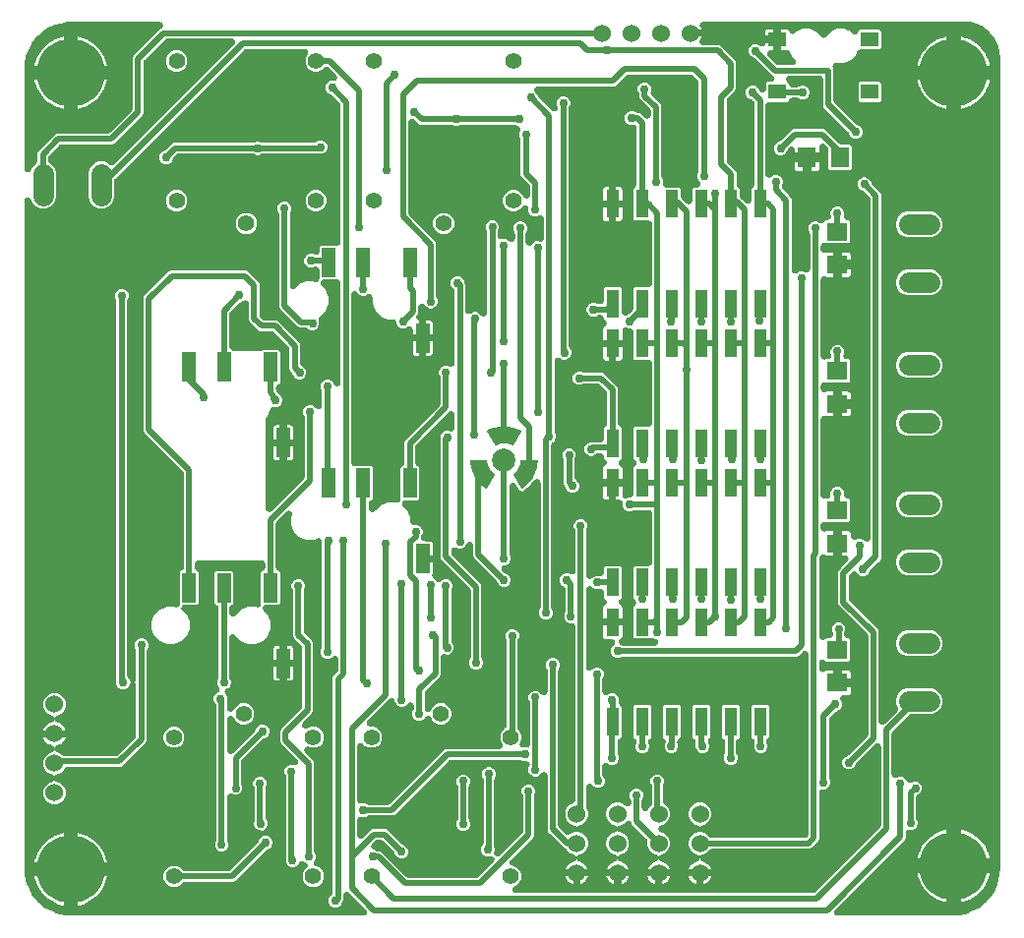
<source format=gbr>
G04 EAGLE Gerber RS-274X export*
G75*
%MOMM*%
%FSLAX34Y34*%
%LPD*%
%INTop Copper*%
%IPPOS*%
%AMOC8*
5,1,8,0,0,1.08239X$1,22.5*%
G01*
%ADD10R,1.600000X1.803000*%
%ADD11R,1.550000X1.300000*%
%ADD12C,1.408000*%
%ADD13C,1.524000*%
%ADD14C,5.842000*%
%ADD15R,1.200000X2.500000*%
%ADD16R,1.130000X2.440000*%
%ADD17R,1.803000X1.600000*%
%ADD18C,1.790700*%
%ADD19C,0.254000*%
%ADD20C,2.000000*%
%ADD21C,0.508000*%
%ADD22C,0.756400*%

G36*
X810105Y10169D02*
X810105Y10169D01*
X810171Y10166D01*
X814290Y10397D01*
X814779Y10464D01*
X814790Y10468D01*
X814797Y10468D01*
X822830Y12302D01*
X822831Y12302D01*
X823300Y12450D01*
X823405Y12503D01*
X823474Y12527D01*
X830897Y16102D01*
X830898Y16102D01*
X831322Y16351D01*
X831413Y16426D01*
X831474Y16465D01*
X837916Y21602D01*
X837917Y21603D01*
X838275Y21939D01*
X838347Y22033D01*
X838398Y22084D01*
X843535Y28526D01*
X843536Y28526D01*
X843810Y28935D01*
X843860Y29042D01*
X843898Y29103D01*
X847473Y36526D01*
X847473Y36527D01*
X847473Y36528D01*
X847650Y36987D01*
X847674Y37102D01*
X847698Y37170D01*
X849532Y45203D01*
X849602Y45691D01*
X849602Y45702D01*
X849603Y45710D01*
X849834Y49829D01*
X849832Y49934D01*
X849839Y50000D01*
X849839Y750000D01*
X849831Y750105D01*
X849834Y750171D01*
X849666Y753171D01*
X849599Y753659D01*
X849595Y753670D01*
X849594Y753678D01*
X848259Y759527D01*
X848259Y759528D01*
X848111Y759997D01*
X848058Y760103D01*
X848034Y760171D01*
X845431Y765576D01*
X845431Y765577D01*
X845430Y765577D01*
X845182Y766002D01*
X845107Y766093D01*
X845068Y766154D01*
X841327Y770845D01*
X841308Y770865D01*
X841294Y770885D01*
X841202Y770978D01*
X840989Y771204D01*
X840896Y771276D01*
X840845Y771327D01*
X836154Y775068D01*
X836153Y775069D01*
X835745Y775343D01*
X835638Y775392D01*
X835576Y775431D01*
X830171Y778034D01*
X830170Y778035D01*
X829711Y778211D01*
X829595Y778235D01*
X829527Y778259D01*
X823678Y779594D01*
X823190Y779665D01*
X823178Y779665D01*
X823171Y779666D01*
X820171Y779834D01*
X820066Y779832D01*
X820000Y779839D01*
X594463Y779839D01*
X594410Y779835D01*
X594356Y779837D01*
X594164Y779815D01*
X593971Y779799D01*
X593919Y779786D01*
X593866Y779780D01*
X593680Y779727D01*
X593492Y779681D01*
X593443Y779660D01*
X593392Y779645D01*
X593217Y779562D01*
X593039Y779486D01*
X592994Y779457D01*
X592946Y779435D01*
X592786Y779325D01*
X592623Y779221D01*
X592583Y779186D01*
X592539Y779155D01*
X592399Y779021D01*
X592255Y778892D01*
X592222Y778851D01*
X592183Y778814D01*
X592067Y778659D01*
X591945Y778508D01*
X591919Y778462D01*
X591887Y778419D01*
X591797Y778248D01*
X591701Y778080D01*
X591683Y778030D01*
X591658Y777982D01*
X591597Y777799D01*
X591530Y777617D01*
X591519Y777565D01*
X591503Y777514D01*
X591472Y777323D01*
X591435Y777133D01*
X591433Y777080D01*
X591425Y777027D01*
X591426Y776833D01*
X591420Y776640D01*
X591426Y776587D01*
X591427Y776534D01*
X591459Y776343D01*
X591484Y776151D01*
X591499Y776100D01*
X591508Y776047D01*
X591544Y775951D01*
X591626Y775679D01*
X591713Y775502D01*
X591748Y775409D01*
X592516Y773900D01*
X592793Y773047D01*
X583100Y773047D01*
X583024Y773041D01*
X582948Y773044D01*
X582779Y773021D01*
X582609Y773007D01*
X582535Y772989D01*
X582459Y772979D01*
X582295Y772930D01*
X582130Y772889D01*
X582060Y772859D01*
X581987Y772837D01*
X581833Y772762D01*
X581676Y772694D01*
X581612Y772653D01*
X581544Y772620D01*
X581404Y772521D01*
X581260Y772429D01*
X581204Y772378D01*
X581141Y772334D01*
X581020Y772214D01*
X580892Y772100D01*
X580845Y772041D01*
X580790Y771988D01*
X580690Y771849D01*
X580583Y771717D01*
X580545Y771650D01*
X580500Y771589D01*
X580423Y771436D01*
X580339Y771288D01*
X580312Y771216D01*
X580278Y771148D01*
X580226Y770986D01*
X580167Y770825D01*
X580152Y770751D01*
X580129Y770678D01*
X580118Y770573D01*
X580072Y770341D01*
X580065Y770105D01*
X580053Y770000D01*
X580059Y769924D01*
X580057Y769848D01*
X580079Y769678D01*
X580093Y769508D01*
X580111Y769434D01*
X580121Y769359D01*
X580171Y769195D01*
X580212Y769029D01*
X580242Y768959D01*
X580264Y768886D01*
X580339Y768733D01*
X580406Y768576D01*
X580447Y768512D01*
X580481Y768443D01*
X580580Y768304D01*
X580671Y768160D01*
X580722Y768103D01*
X580766Y768041D01*
X580886Y767919D01*
X581000Y767792D01*
X581059Y767744D01*
X581113Y767690D01*
X581251Y767589D01*
X581384Y767482D01*
X581450Y767444D01*
X581512Y767399D01*
X581664Y767323D01*
X581813Y767238D01*
X581884Y767211D01*
X581952Y767177D01*
X582115Y767126D01*
X582275Y767066D01*
X582350Y767052D01*
X582423Y767029D01*
X582527Y767017D01*
X582759Y766972D01*
X582995Y766964D01*
X583100Y766953D01*
X592793Y766953D01*
X592516Y766100D01*
X591790Y764675D01*
X591712Y764566D01*
X591702Y764550D01*
X591700Y764548D01*
X591694Y764537D01*
X591688Y764527D01*
X591659Y764491D01*
X591560Y764317D01*
X591455Y764145D01*
X591438Y764102D01*
X591415Y764063D01*
X591345Y763874D01*
X591269Y763688D01*
X591259Y763643D01*
X591243Y763600D01*
X591205Y763403D01*
X591160Y763207D01*
X591157Y763161D01*
X591149Y763116D01*
X591142Y762916D01*
X591130Y762714D01*
X591135Y762669D01*
X591133Y762623D01*
X591159Y762424D01*
X591180Y762224D01*
X591192Y762179D01*
X591198Y762134D01*
X591256Y761941D01*
X591308Y761747D01*
X591327Y761705D01*
X591340Y761661D01*
X591429Y761481D01*
X591511Y761298D01*
X591537Y761260D01*
X591557Y761218D01*
X591674Y761054D01*
X591785Y760887D01*
X591816Y760854D01*
X591843Y760816D01*
X591984Y760673D01*
X592121Y760526D01*
X592157Y760498D01*
X592189Y760465D01*
X592352Y760347D01*
X592511Y760224D01*
X592551Y760202D01*
X592588Y760175D01*
X592767Y760084D01*
X592944Y759988D01*
X592988Y759973D01*
X593028Y759952D01*
X593220Y759892D01*
X593410Y759826D01*
X593455Y759818D01*
X593499Y759804D01*
X593597Y759793D01*
X593896Y759741D01*
X594080Y759739D01*
X594177Y759728D01*
X607776Y759728D01*
X609463Y759029D01*
X621892Y746600D01*
X622591Y744913D01*
X622591Y722267D01*
X621892Y720580D01*
X615393Y714081D01*
X615319Y713994D01*
X615238Y713914D01*
X615160Y713806D01*
X615074Y713705D01*
X615015Y713607D01*
X614948Y713515D01*
X614888Y713397D01*
X614819Y713282D01*
X614777Y713176D01*
X614725Y713074D01*
X614685Y712948D01*
X614636Y712824D01*
X614611Y712713D01*
X614577Y712604D01*
X614566Y712510D01*
X614529Y712343D01*
X614511Y712018D01*
X614501Y711926D01*
X614501Y660263D01*
X614510Y660149D01*
X614509Y660035D01*
X614530Y659903D01*
X614541Y659771D01*
X614568Y659660D01*
X614586Y659547D01*
X614627Y659421D01*
X614659Y659292D01*
X614704Y659187D01*
X614740Y659079D01*
X614802Y658961D01*
X614854Y658839D01*
X614915Y658742D01*
X614968Y658641D01*
X615027Y658567D01*
X615119Y658423D01*
X615335Y658180D01*
X615393Y658108D01*
X622442Y651059D01*
X623141Y649372D01*
X623141Y639972D01*
X623150Y639858D01*
X623149Y639744D01*
X623170Y639612D01*
X623181Y639480D01*
X623208Y639369D01*
X623226Y639256D01*
X623267Y639130D01*
X623299Y639001D01*
X623344Y638896D01*
X623380Y638788D01*
X623442Y638670D01*
X623494Y638548D01*
X623555Y638451D01*
X623608Y638350D01*
X623667Y638277D01*
X623759Y638132D01*
X623975Y637890D01*
X624033Y637817D01*
X625801Y636049D01*
X625801Y629954D01*
X625810Y629840D01*
X625809Y629726D01*
X625830Y629594D01*
X625841Y629462D01*
X625868Y629351D01*
X625886Y629238D01*
X625927Y629112D01*
X625959Y628983D01*
X626004Y628878D01*
X626040Y628770D01*
X626102Y628652D01*
X626154Y628530D01*
X626215Y628434D01*
X626268Y628332D01*
X626327Y628259D01*
X626419Y628114D01*
X626635Y627872D01*
X626693Y627799D01*
X627320Y627172D01*
X630597Y623895D01*
X630626Y623870D01*
X630652Y623842D01*
X630814Y623711D01*
X630973Y623576D01*
X631006Y623556D01*
X631036Y623532D01*
X631217Y623429D01*
X631396Y623321D01*
X631431Y623307D01*
X631464Y623288D01*
X631660Y623215D01*
X631854Y623138D01*
X631891Y623130D01*
X631927Y623116D01*
X632132Y623076D01*
X632336Y623031D01*
X632374Y623029D01*
X632411Y623022D01*
X632619Y623015D01*
X632828Y623003D01*
X632866Y623007D01*
X632904Y623006D01*
X633111Y623033D01*
X633319Y623056D01*
X633355Y623066D01*
X633393Y623071D01*
X633593Y623131D01*
X633794Y623186D01*
X633829Y623202D01*
X633866Y623213D01*
X634053Y623305D01*
X634243Y623392D01*
X634274Y623413D01*
X634309Y623430D01*
X634479Y623551D01*
X634652Y623667D01*
X634680Y623694D01*
X634711Y623716D01*
X634859Y623862D01*
X635012Y624005D01*
X635035Y624035D01*
X635062Y624062D01*
X635185Y624231D01*
X635312Y624397D01*
X635330Y624430D01*
X635352Y624461D01*
X635446Y624647D01*
X635545Y624831D01*
X635558Y624868D01*
X635575Y624901D01*
X635637Y625100D01*
X635705Y625298D01*
X635711Y625336D01*
X635723Y625372D01*
X635733Y625464D01*
X635788Y625784D01*
X635789Y625956D01*
X635799Y626050D01*
X635799Y636049D01*
X637451Y637701D01*
X637558Y637777D01*
X637702Y637869D01*
X637759Y637920D01*
X637821Y637964D01*
X637942Y638084D01*
X638070Y638198D01*
X638118Y638257D01*
X638172Y638311D01*
X638272Y638449D01*
X638380Y638582D01*
X638417Y638648D01*
X638462Y638709D01*
X638539Y638862D01*
X638624Y639010D01*
X638650Y639082D01*
X638685Y639150D01*
X638736Y639313D01*
X638795Y639473D01*
X638810Y639548D01*
X638833Y639620D01*
X638845Y639725D01*
X638890Y639957D01*
X638897Y640193D01*
X638909Y640298D01*
X638909Y709336D01*
X638900Y709450D01*
X638901Y709564D01*
X638880Y709696D01*
X638869Y709828D01*
X638842Y709939D01*
X638824Y710052D01*
X638783Y710178D01*
X638751Y710307D01*
X638706Y710412D01*
X638670Y710520D01*
X638608Y710638D01*
X638556Y710760D01*
X638495Y710856D01*
X638442Y710958D01*
X638383Y711031D01*
X638291Y711176D01*
X638075Y711418D01*
X638017Y711491D01*
X637123Y712385D01*
X637116Y712391D01*
X637109Y712398D01*
X636928Y712551D01*
X636747Y712704D01*
X636739Y712709D01*
X636731Y712715D01*
X636696Y712735D01*
X636325Y712959D01*
X636203Y713007D01*
X636134Y713045D01*
X633696Y714055D01*
X632055Y715696D01*
X631167Y717840D01*
X631167Y720160D01*
X632055Y722304D01*
X633696Y723945D01*
X635840Y724833D01*
X638160Y724833D01*
X640304Y723945D01*
X641945Y722304D01*
X642587Y720754D01*
X642652Y720627D01*
X642708Y720496D01*
X642764Y720408D01*
X642812Y720315D01*
X642896Y720200D01*
X642973Y720080D01*
X643043Y720002D01*
X643105Y719918D01*
X643207Y719819D01*
X643302Y719712D01*
X643383Y719647D01*
X643458Y719574D01*
X643575Y719492D01*
X643686Y719402D01*
X643776Y719351D01*
X643862Y719291D01*
X643991Y719229D01*
X644114Y719158D01*
X644212Y719122D01*
X644307Y719077D01*
X644443Y719036D01*
X644577Y718987D01*
X644679Y718967D01*
X644780Y718937D01*
X644921Y718919D01*
X645061Y718892D01*
X645165Y718889D01*
X645269Y718876D01*
X645412Y718881D01*
X645554Y718877D01*
X645658Y718890D01*
X645762Y718894D01*
X645902Y718923D01*
X646043Y718941D01*
X646143Y718971D01*
X646246Y718992D01*
X646379Y719042D01*
X646516Y719084D01*
X646609Y719130D01*
X646707Y719167D01*
X646831Y719238D01*
X646959Y719301D01*
X647044Y719361D01*
X647134Y719413D01*
X647245Y719504D01*
X647361Y719586D01*
X647435Y719660D01*
X647516Y719726D01*
X647611Y719833D01*
X647712Y719933D01*
X647773Y720017D01*
X647843Y720096D01*
X647918Y720216D01*
X648002Y720332D01*
X648049Y720425D01*
X648105Y720513D01*
X648160Y720645D01*
X648225Y720772D01*
X648256Y720872D01*
X648297Y720968D01*
X648330Y721106D01*
X648373Y721242D01*
X648382Y721321D01*
X648412Y721448D01*
X648445Y721880D01*
X648449Y721920D01*
X648449Y726849D01*
X649651Y728051D01*
X652704Y728051D01*
X652846Y728062D01*
X652989Y728064D01*
X653092Y728082D01*
X653196Y728091D01*
X653334Y728125D01*
X653474Y728150D01*
X653573Y728184D01*
X653675Y728209D01*
X653805Y728266D01*
X653940Y728313D01*
X654032Y728363D01*
X654128Y728404D01*
X654248Y728480D01*
X654373Y728549D01*
X654456Y728613D01*
X654544Y728669D01*
X654650Y728764D01*
X654763Y728851D01*
X654834Y728928D01*
X654912Y728998D01*
X655001Y729109D01*
X655098Y729213D01*
X655156Y729300D01*
X655222Y729382D01*
X655292Y729505D01*
X655371Y729624D01*
X655414Y729719D01*
X655466Y729810D01*
X655515Y729944D01*
X655574Y730074D01*
X655601Y730175D01*
X655637Y730273D01*
X655665Y730413D01*
X655702Y730550D01*
X655712Y730655D01*
X655732Y730757D01*
X655737Y730899D01*
X655751Y731041D01*
X655744Y731146D01*
X655747Y731250D01*
X655729Y731391D01*
X655720Y731534D01*
X655697Y731636D01*
X655683Y731739D01*
X655642Y731876D01*
X655610Y732015D01*
X655571Y732112D01*
X655541Y732211D01*
X655478Y732339D01*
X655424Y732472D01*
X655370Y732561D01*
X655324Y732655D01*
X655241Y732771D01*
X655167Y732892D01*
X655099Y732972D01*
X655038Y733057D01*
X654938Y733158D01*
X654845Y733266D01*
X654765Y733334D01*
X654691Y733408D01*
X654576Y733492D01*
X654467Y733583D01*
X654398Y733621D01*
X654293Y733698D01*
X653905Y733894D01*
X653870Y733913D01*
X653399Y734108D01*
X651680Y735828D01*
X639123Y748385D01*
X639116Y748391D01*
X639109Y748398D01*
X638927Y748551D01*
X638747Y748704D01*
X638739Y748709D01*
X638731Y748715D01*
X638696Y748735D01*
X638325Y748959D01*
X638203Y749007D01*
X638134Y749045D01*
X635696Y750055D01*
X634055Y751696D01*
X633167Y753840D01*
X633167Y756160D01*
X634055Y758304D01*
X635696Y759945D01*
X637840Y760833D01*
X640160Y760833D01*
X642304Y759945D01*
X642757Y759491D01*
X642786Y759467D01*
X642812Y759438D01*
X642974Y759307D01*
X643133Y759172D01*
X643166Y759152D01*
X643196Y759128D01*
X643377Y759025D01*
X643556Y758917D01*
X643591Y758903D01*
X643624Y758884D01*
X643820Y758812D01*
X644014Y758734D01*
X644051Y758726D01*
X644087Y758713D01*
X644291Y758673D01*
X644495Y758627D01*
X644534Y758625D01*
X644571Y758618D01*
X644779Y758612D01*
X644988Y758600D01*
X645026Y758604D01*
X645064Y758603D01*
X645270Y758630D01*
X645479Y758652D01*
X645515Y758662D01*
X645553Y758667D01*
X645753Y758727D01*
X645954Y758783D01*
X645989Y758799D01*
X646026Y758810D01*
X646213Y758901D01*
X646403Y758988D01*
X646434Y759010D01*
X646469Y759026D01*
X646638Y759147D01*
X646812Y759264D01*
X646840Y759290D01*
X646871Y759312D01*
X647019Y759458D01*
X647172Y759602D01*
X647195Y759632D01*
X647222Y759659D01*
X647345Y759828D01*
X647472Y759993D01*
X647490Y760027D01*
X647512Y760057D01*
X647606Y760244D01*
X647705Y760428D01*
X647717Y760464D01*
X647735Y760498D01*
X647797Y760697D01*
X647865Y760894D01*
X647871Y760932D01*
X647883Y760968D01*
X647893Y761061D01*
X647926Y761251D01*
X655001Y761251D01*
X655001Y755459D01*
X652390Y755459D01*
X652352Y755456D01*
X652314Y755458D01*
X652106Y755436D01*
X651898Y755419D01*
X651861Y755410D01*
X651823Y755406D01*
X651622Y755351D01*
X651419Y755301D01*
X651384Y755286D01*
X651347Y755275D01*
X651157Y755188D01*
X650966Y755106D01*
X650934Y755086D01*
X650899Y755070D01*
X650725Y754953D01*
X650550Y754841D01*
X650521Y754816D01*
X650490Y754794D01*
X650338Y754651D01*
X650182Y754512D01*
X650158Y754483D01*
X650130Y754457D01*
X650003Y754291D01*
X649872Y754128D01*
X649853Y754095D01*
X649830Y754065D01*
X649731Y753881D01*
X649628Y753700D01*
X649615Y753664D01*
X649597Y753630D01*
X649529Y753433D01*
X649456Y753237D01*
X649449Y753200D01*
X649437Y753164D01*
X649402Y752957D01*
X649362Y752753D01*
X649360Y752715D01*
X649354Y752677D01*
X649353Y752468D01*
X649346Y752260D01*
X649351Y752222D01*
X649351Y752184D01*
X649383Y751977D01*
X649411Y751771D01*
X649422Y751734D01*
X649428Y751697D01*
X649493Y751498D01*
X649553Y751299D01*
X649570Y751264D01*
X649582Y751228D01*
X649678Y751043D01*
X649770Y750855D01*
X649792Y750824D01*
X649810Y750790D01*
X649868Y750718D01*
X650056Y750453D01*
X650176Y750331D01*
X650235Y750257D01*
X657009Y743483D01*
X657096Y743409D01*
X657176Y743328D01*
X657284Y743250D01*
X657385Y743164D01*
X657483Y743105D01*
X657575Y743038D01*
X657694Y742978D01*
X657808Y742909D01*
X657914Y742867D01*
X658016Y742815D01*
X658142Y742775D01*
X658266Y742726D01*
X658377Y742701D01*
X658486Y742667D01*
X658580Y742657D01*
X658747Y742619D01*
X659072Y742601D01*
X659164Y742591D01*
X671319Y742591D01*
X671357Y742594D01*
X671395Y742592D01*
X671603Y742614D01*
X671811Y742631D01*
X671848Y742640D01*
X671886Y742644D01*
X672087Y742699D01*
X672290Y742749D01*
X672325Y742764D01*
X672362Y742775D01*
X672551Y742862D01*
X672743Y742944D01*
X672775Y742964D01*
X672810Y742980D01*
X672983Y743097D01*
X673159Y743209D01*
X673188Y743234D01*
X673219Y743256D01*
X673371Y743399D01*
X673527Y743538D01*
X673551Y743567D01*
X673579Y743593D01*
X673706Y743760D01*
X673837Y743922D01*
X673856Y743954D01*
X673879Y743985D01*
X673978Y744169D01*
X674081Y744350D01*
X674094Y744386D01*
X674112Y744420D01*
X674180Y744617D01*
X674253Y744813D01*
X674260Y744850D01*
X674272Y744886D01*
X674307Y745092D01*
X674347Y745297D01*
X674348Y745335D01*
X674355Y745373D01*
X674356Y745582D01*
X674363Y745790D01*
X674358Y745828D01*
X674358Y745866D01*
X674325Y746073D01*
X674298Y746279D01*
X674287Y746316D01*
X674281Y746353D01*
X674216Y746552D01*
X674156Y746751D01*
X674139Y746786D01*
X674127Y746822D01*
X674030Y747007D01*
X673939Y747195D01*
X673917Y747226D01*
X673899Y747260D01*
X673841Y747332D01*
X673653Y747597D01*
X673533Y747719D01*
X673474Y747793D01*
X670571Y750695D01*
X669377Y753578D01*
X669278Y753772D01*
X669182Y753969D01*
X669165Y753992D01*
X669152Y754017D01*
X669022Y754193D01*
X668896Y754371D01*
X668876Y754391D01*
X668859Y754414D01*
X668702Y754567D01*
X668549Y754722D01*
X668526Y754739D01*
X668506Y754759D01*
X668327Y754884D01*
X668151Y755012D01*
X668125Y755025D01*
X668102Y755041D01*
X667905Y755136D01*
X667710Y755235D01*
X667683Y755243D01*
X667657Y755256D01*
X667448Y755317D01*
X667240Y755383D01*
X667216Y755386D01*
X667184Y755395D01*
X666695Y755456D01*
X666614Y755453D01*
X666562Y755459D01*
X661499Y755459D01*
X661499Y764298D01*
X661493Y764374D01*
X661495Y764450D01*
X661485Y764527D01*
X661487Y764597D01*
X661499Y764702D01*
X661499Y773541D01*
X666335Y773541D01*
X666981Y773368D01*
X667560Y773033D01*
X668033Y772560D01*
X668368Y771981D01*
X668455Y771653D01*
X668500Y771528D01*
X668535Y771399D01*
X668583Y771296D01*
X668621Y771188D01*
X668686Y771072D01*
X668741Y770951D01*
X668805Y770856D01*
X668860Y770757D01*
X668942Y770652D01*
X669016Y770542D01*
X669095Y770458D01*
X669165Y770369D01*
X669263Y770279D01*
X669354Y770182D01*
X669445Y770113D01*
X669529Y770036D01*
X669640Y769963D01*
X669746Y769882D01*
X669846Y769828D01*
X669941Y769765D01*
X670063Y769711D01*
X670180Y769649D01*
X670288Y769612D01*
X670392Y769565D01*
X670521Y769532D01*
X670647Y769489D01*
X670759Y769469D01*
X670870Y769441D01*
X671002Y769428D01*
X671134Y769406D01*
X671248Y769405D01*
X671361Y769395D01*
X671493Y769404D01*
X671627Y769403D01*
X671739Y769421D01*
X671853Y769428D01*
X671983Y769459D01*
X672114Y769480D01*
X672223Y769515D01*
X672333Y769541D01*
X672456Y769592D01*
X672583Y769634D01*
X672684Y769686D01*
X672789Y769730D01*
X672902Y769800D01*
X673020Y769862D01*
X673086Y769914D01*
X673208Y769990D01*
X673502Y770246D01*
X673554Y770287D01*
X674695Y771429D01*
X680084Y773661D01*
X685916Y773661D01*
X691305Y771429D01*
X695845Y766888D01*
X695903Y766839D01*
X695955Y766783D01*
X696091Y766679D01*
X696221Y766569D01*
X696287Y766529D01*
X696347Y766483D01*
X696497Y766402D01*
X696644Y766314D01*
X696714Y766286D01*
X696782Y766250D01*
X696943Y766194D01*
X697102Y766131D01*
X697176Y766115D01*
X697248Y766090D01*
X697417Y766061D01*
X697583Y766024D01*
X697660Y766020D01*
X697735Y766007D01*
X697906Y766006D01*
X698076Y765997D01*
X698152Y766005D01*
X698228Y766004D01*
X698397Y766031D01*
X698567Y766049D01*
X698640Y766069D01*
X698715Y766081D01*
X698878Y766134D01*
X699042Y766179D01*
X699112Y766211D01*
X699184Y766235D01*
X699335Y766314D01*
X699491Y766385D01*
X699554Y766428D01*
X699622Y766463D01*
X699704Y766528D01*
X699900Y766661D01*
X700073Y766823D01*
X700155Y766888D01*
X704695Y771429D01*
X710084Y773661D01*
X715916Y773661D01*
X721305Y771429D01*
X722747Y769986D01*
X722776Y769961D01*
X722802Y769933D01*
X722964Y769802D01*
X723123Y769667D01*
X723156Y769647D01*
X723186Y769623D01*
X723367Y769520D01*
X723546Y769412D01*
X723581Y769398D01*
X723614Y769379D01*
X723810Y769306D01*
X724004Y769229D01*
X724041Y769221D01*
X724077Y769207D01*
X724281Y769167D01*
X724485Y769122D01*
X724524Y769120D01*
X724561Y769113D01*
X724769Y769106D01*
X724978Y769095D01*
X725016Y769099D01*
X725054Y769097D01*
X725261Y769125D01*
X725469Y769147D01*
X725505Y769157D01*
X725543Y769162D01*
X725744Y769222D01*
X725944Y769277D01*
X725979Y769293D01*
X726016Y769304D01*
X726203Y769396D01*
X726393Y769483D01*
X726424Y769504D01*
X726459Y769521D01*
X726629Y769642D01*
X726802Y769758D01*
X726830Y769785D01*
X726861Y769807D01*
X727009Y769953D01*
X727162Y770096D01*
X727185Y770127D01*
X727212Y770153D01*
X727335Y770322D01*
X727462Y770488D01*
X727480Y770521D01*
X727502Y770552D01*
X727596Y770739D01*
X727695Y770922D01*
X727707Y770958D01*
X727725Y770993D01*
X727788Y771192D01*
X727855Y771389D01*
X727861Y771427D01*
X727873Y771463D01*
X727883Y771556D01*
X727930Y771830D01*
X729151Y773051D01*
X746349Y773051D01*
X747551Y771849D01*
X747551Y757151D01*
X746349Y755949D01*
X729641Y755949D01*
X729423Y755932D01*
X729205Y755918D01*
X729178Y755912D01*
X729149Y755909D01*
X728937Y755857D01*
X728725Y755808D01*
X728698Y755797D01*
X728671Y755791D01*
X728470Y755704D01*
X728268Y755622D01*
X728243Y755607D01*
X728217Y755596D01*
X728033Y755479D01*
X727847Y755365D01*
X727825Y755346D01*
X727801Y755331D01*
X727639Y755186D01*
X727473Y755043D01*
X727454Y755021D01*
X727433Y755002D01*
X727296Y754833D01*
X727156Y754665D01*
X727144Y754644D01*
X727123Y754618D01*
X726879Y754190D01*
X726851Y754114D01*
X726826Y754068D01*
X725429Y750695D01*
X721305Y746571D01*
X715916Y744339D01*
X710084Y744339D01*
X709951Y744394D01*
X709915Y744406D01*
X709880Y744423D01*
X709681Y744481D01*
X709481Y744546D01*
X709444Y744551D01*
X709407Y744562D01*
X709201Y744588D01*
X708994Y744619D01*
X708955Y744619D01*
X708918Y744623D01*
X708709Y744616D01*
X708500Y744613D01*
X708463Y744606D01*
X708425Y744605D01*
X708220Y744564D01*
X708014Y744527D01*
X707978Y744515D01*
X707941Y744507D01*
X707746Y744433D01*
X707549Y744364D01*
X707515Y744346D01*
X707480Y744333D01*
X707299Y744228D01*
X707116Y744128D01*
X707085Y744105D01*
X707052Y744086D01*
X706891Y743954D01*
X706726Y743826D01*
X706700Y743798D01*
X706671Y743773D01*
X706532Y743617D01*
X706391Y743464D01*
X706369Y743432D01*
X706344Y743404D01*
X706233Y743227D01*
X706118Y743053D01*
X706102Y743018D01*
X706082Y742986D01*
X706001Y742793D01*
X705915Y742603D01*
X705905Y742566D01*
X705890Y742531D01*
X705841Y742329D01*
X705787Y742127D01*
X705783Y742089D01*
X705774Y742052D01*
X705759Y741844D01*
X705738Y741636D01*
X705740Y741598D01*
X705738Y741560D01*
X705756Y741352D01*
X705769Y741143D01*
X705777Y741106D01*
X705781Y741068D01*
X705806Y740979D01*
X705879Y740662D01*
X705943Y740503D01*
X705970Y740413D01*
X706591Y738913D01*
X706591Y712164D01*
X706600Y712050D01*
X706599Y711936D01*
X706620Y711804D01*
X706631Y711672D01*
X706658Y711561D01*
X706676Y711448D01*
X706717Y711322D01*
X706749Y711193D01*
X706794Y711088D01*
X706830Y710980D01*
X706892Y710862D01*
X706944Y710740D01*
X707005Y710644D01*
X707058Y710542D01*
X707117Y710469D01*
X707209Y710324D01*
X707425Y710082D01*
X707483Y710009D01*
X725877Y691615D01*
X725884Y691609D01*
X725891Y691602D01*
X726073Y691449D01*
X726253Y691296D01*
X726261Y691291D01*
X726269Y691285D01*
X726304Y691265D01*
X726675Y691041D01*
X726797Y690993D01*
X726866Y690955D01*
X729304Y689945D01*
X730945Y688304D01*
X731833Y686160D01*
X731833Y683840D01*
X730945Y681696D01*
X729304Y680055D01*
X727160Y679167D01*
X724840Y679167D01*
X723848Y679578D01*
X723712Y679622D01*
X723580Y679675D01*
X723478Y679697D01*
X723420Y679716D01*
X723038Y679909D01*
X723003Y679928D01*
X722696Y680055D01*
X721055Y681696D01*
X720045Y684134D01*
X720041Y684143D01*
X720038Y684152D01*
X719927Y684365D01*
X719820Y684573D01*
X719814Y684581D01*
X719810Y684590D01*
X719785Y684622D01*
X719527Y684970D01*
X719434Y685062D01*
X719385Y685123D01*
X698108Y706400D01*
X697409Y708087D01*
X697409Y730362D01*
X697403Y730438D01*
X697405Y730514D01*
X697383Y730683D01*
X697369Y730854D01*
X697351Y730928D01*
X697341Y731003D01*
X697292Y731167D01*
X697251Y731333D01*
X697221Y731402D01*
X697199Y731476D01*
X697123Y731629D01*
X697056Y731786D01*
X697015Y731850D01*
X696982Y731919D01*
X696883Y732058D01*
X696791Y732202D01*
X696740Y732259D01*
X696696Y732321D01*
X696576Y732442D01*
X696462Y732570D01*
X696403Y732618D01*
X696349Y732672D01*
X696211Y732773D01*
X696078Y732880D01*
X696012Y732917D01*
X695951Y732962D01*
X695798Y733039D01*
X695650Y733124D01*
X695578Y733150D01*
X695510Y733185D01*
X695347Y733236D01*
X695187Y733295D01*
X695112Y733310D01*
X695040Y733333D01*
X694935Y733345D01*
X694703Y733390D01*
X694467Y733397D01*
X694362Y733409D01*
X668848Y733409D01*
X668810Y733406D01*
X668772Y733408D01*
X668564Y733386D01*
X668356Y733369D01*
X668319Y733360D01*
X668281Y733356D01*
X668080Y733301D01*
X667877Y733251D01*
X667842Y733236D01*
X667805Y733225D01*
X667615Y733138D01*
X667424Y733056D01*
X667391Y733036D01*
X667357Y733020D01*
X667184Y732903D01*
X667008Y732791D01*
X666979Y732766D01*
X666948Y732744D01*
X666795Y732601D01*
X666640Y732462D01*
X666616Y732433D01*
X666588Y732407D01*
X666461Y732241D01*
X666330Y732078D01*
X666311Y732045D01*
X666288Y732015D01*
X666189Y731831D01*
X666086Y731650D01*
X666073Y731614D01*
X666055Y731580D01*
X665987Y731383D01*
X665914Y731187D01*
X665907Y731150D01*
X665895Y731114D01*
X665859Y730907D01*
X665820Y730703D01*
X665818Y730665D01*
X665812Y730627D01*
X665811Y730418D01*
X665804Y730210D01*
X665809Y730172D01*
X665809Y730134D01*
X665841Y729927D01*
X665869Y729721D01*
X665880Y729684D01*
X665886Y729647D01*
X665951Y729448D01*
X666011Y729249D01*
X666028Y729214D01*
X666040Y729178D01*
X666136Y728993D01*
X666228Y728805D01*
X666250Y728774D01*
X666268Y728740D01*
X666326Y728668D01*
X666513Y728403D01*
X666634Y728281D01*
X666693Y728207D01*
X668051Y726849D01*
X668051Y726638D01*
X668057Y726562D01*
X668055Y726486D01*
X668077Y726317D01*
X668091Y726146D01*
X668109Y726072D01*
X668119Y725997D01*
X668168Y725833D01*
X668209Y725667D01*
X668239Y725598D01*
X668261Y725524D01*
X668337Y725371D01*
X668404Y725214D01*
X668445Y725150D01*
X668478Y725081D01*
X668577Y724942D01*
X668669Y724798D01*
X668720Y724741D01*
X668764Y724679D01*
X668884Y724558D01*
X668998Y724430D01*
X669057Y724382D01*
X669111Y724328D01*
X669249Y724227D01*
X669382Y724120D01*
X669448Y724083D01*
X669509Y724038D01*
X669662Y723961D01*
X669810Y723876D01*
X669882Y723850D01*
X669950Y723815D01*
X670113Y723764D01*
X670273Y723705D01*
X670348Y723690D01*
X670420Y723667D01*
X670525Y723655D01*
X670757Y723610D01*
X670993Y723603D01*
X671098Y723591D01*
X675235Y723591D01*
X675245Y723592D01*
X675255Y723591D01*
X675490Y723611D01*
X675727Y723631D01*
X675736Y723633D01*
X675746Y723634D01*
X675784Y723645D01*
X676206Y723749D01*
X676326Y723801D01*
X676401Y723823D01*
X678840Y724833D01*
X681160Y724833D01*
X683304Y723945D01*
X684945Y722304D01*
X685833Y720160D01*
X685833Y717840D01*
X684945Y715696D01*
X683304Y714055D01*
X681160Y713167D01*
X678840Y713167D01*
X676401Y714177D01*
X676392Y714180D01*
X676383Y714185D01*
X676155Y714257D01*
X675932Y714329D01*
X675922Y714330D01*
X675913Y714333D01*
X675873Y714337D01*
X675444Y714402D01*
X675313Y714400D01*
X675235Y714409D01*
X671098Y714409D01*
X671022Y714403D01*
X670946Y714405D01*
X670777Y714383D01*
X670606Y714369D01*
X670532Y714351D01*
X670457Y714341D01*
X670293Y714292D01*
X670127Y714251D01*
X670058Y714221D01*
X669984Y714199D01*
X669831Y714123D01*
X669674Y714056D01*
X669610Y714015D01*
X669541Y713982D01*
X669402Y713883D01*
X669258Y713791D01*
X669201Y713740D01*
X669139Y713696D01*
X669018Y713576D01*
X668890Y713462D01*
X668842Y713403D01*
X668788Y713349D01*
X668687Y713211D01*
X668580Y713078D01*
X668543Y713012D01*
X668498Y712951D01*
X668421Y712798D01*
X668336Y712650D01*
X668310Y712578D01*
X668275Y712510D01*
X668224Y712347D01*
X668210Y712310D01*
X666849Y710949D01*
X651138Y710949D01*
X651062Y710943D01*
X650986Y710945D01*
X650817Y710923D01*
X650646Y710909D01*
X650572Y710891D01*
X650497Y710881D01*
X650333Y710832D01*
X650167Y710791D01*
X650098Y710761D01*
X650024Y710739D01*
X649871Y710663D01*
X649714Y710596D01*
X649650Y710555D01*
X649581Y710522D01*
X649442Y710423D01*
X649298Y710331D01*
X649241Y710280D01*
X649179Y710236D01*
X649058Y710116D01*
X648930Y710002D01*
X648882Y709943D01*
X648828Y709889D01*
X648727Y709751D01*
X648620Y709618D01*
X648583Y709552D01*
X648538Y709491D01*
X648461Y709338D01*
X648376Y709190D01*
X648350Y709118D01*
X648315Y709050D01*
X648264Y708887D01*
X648205Y708727D01*
X648190Y708652D01*
X648167Y708580D01*
X648155Y708475D01*
X648110Y708243D01*
X648103Y708007D01*
X648091Y707902D01*
X648091Y648696D01*
X648094Y648658D01*
X648092Y648620D01*
X648114Y648412D01*
X648131Y648204D01*
X648140Y648167D01*
X648144Y648129D01*
X648199Y647928D01*
X648249Y647726D01*
X648264Y647691D01*
X648275Y647654D01*
X648362Y647464D01*
X648444Y647272D01*
X648464Y647240D01*
X648480Y647205D01*
X648597Y647032D01*
X648709Y646856D01*
X648734Y646828D01*
X648756Y646796D01*
X648899Y646644D01*
X649038Y646488D01*
X649067Y646464D01*
X649094Y646437D01*
X649259Y646309D01*
X649422Y646178D01*
X649455Y646159D01*
X649485Y646136D01*
X649669Y646038D01*
X649850Y645934D01*
X649886Y645921D01*
X649920Y645903D01*
X650117Y645835D01*
X650313Y645763D01*
X650350Y645755D01*
X650386Y645743D01*
X650592Y645708D01*
X650797Y645668D01*
X650835Y645667D01*
X650873Y645660D01*
X651082Y645659D01*
X651290Y645653D01*
X651328Y645658D01*
X651366Y645657D01*
X651573Y645690D01*
X651779Y645717D01*
X651816Y645728D01*
X651853Y645734D01*
X652051Y645799D01*
X652251Y645860D01*
X652286Y645876D01*
X652322Y645888D01*
X652507Y645985D01*
X652695Y646076D01*
X652726Y646098D01*
X652760Y646116D01*
X652833Y646174D01*
X653097Y646362D01*
X653219Y646483D01*
X653293Y646541D01*
X653696Y646945D01*
X655840Y647833D01*
X658160Y647833D01*
X660304Y646945D01*
X661945Y645304D01*
X662833Y643160D01*
X662833Y640840D01*
X662095Y639058D01*
X662039Y638884D01*
X661978Y638719D01*
X661970Y638683D01*
X661957Y638643D01*
X661952Y638615D01*
X661943Y638588D01*
X661915Y638398D01*
X661883Y638235D01*
X661882Y638202D01*
X661874Y638157D01*
X661874Y638129D01*
X661870Y638101D01*
X661872Y637899D01*
X661867Y637742D01*
X661871Y637712D01*
X661871Y637664D01*
X661876Y637636D01*
X661876Y637607D01*
X661913Y637400D01*
X661932Y637253D01*
X661940Y637226D01*
X661948Y637176D01*
X661957Y637149D01*
X661962Y637121D01*
X662034Y636916D01*
X662034Y636915D01*
X662074Y636781D01*
X662086Y636758D01*
X662102Y636708D01*
X662115Y636683D01*
X662125Y636656D01*
X662229Y636465D01*
X662235Y636452D01*
X662291Y636338D01*
X662305Y636319D01*
X662330Y636270D01*
X662345Y636252D01*
X662361Y636223D01*
X662503Y636040D01*
X662577Y635935D01*
X662610Y635902D01*
X662663Y635833D01*
X662722Y635778D01*
X662755Y635737D01*
X668172Y630320D01*
X669892Y628600D01*
X670591Y626913D01*
X670591Y566196D01*
X670594Y566158D01*
X670592Y566120D01*
X670614Y565913D01*
X670631Y565704D01*
X670640Y565667D01*
X670644Y565629D01*
X670699Y565429D01*
X670749Y565226D01*
X670765Y565190D01*
X670775Y565154D01*
X670861Y564964D01*
X670944Y564772D01*
X670964Y564740D01*
X670980Y564705D01*
X671097Y564532D01*
X671209Y564356D01*
X671234Y564328D01*
X671256Y564296D01*
X671399Y564143D01*
X671538Y563988D01*
X671567Y563964D01*
X671594Y563936D01*
X671760Y563809D01*
X671922Y563678D01*
X671955Y563659D01*
X671985Y563636D01*
X672169Y563537D01*
X672350Y563434D01*
X672386Y563421D01*
X672420Y563403D01*
X672617Y563335D01*
X672813Y563263D01*
X672850Y563255D01*
X672886Y563243D01*
X673093Y563208D01*
X673297Y563168D01*
X673335Y563167D01*
X673373Y563160D01*
X673582Y563159D01*
X673790Y563153D01*
X673828Y563158D01*
X673866Y563157D01*
X674072Y563190D01*
X674279Y563217D01*
X674316Y563228D01*
X674353Y563234D01*
X674551Y563299D01*
X674751Y563360D01*
X674786Y563376D01*
X674822Y563388D01*
X675007Y563485D01*
X675195Y563576D01*
X675226Y563599D01*
X675260Y563616D01*
X675332Y563674D01*
X675597Y563862D01*
X675670Y563934D01*
X677840Y564833D01*
X680160Y564833D01*
X682196Y563990D01*
X682368Y563934D01*
X682537Y563871D01*
X682602Y563859D01*
X682665Y563838D01*
X682844Y563811D01*
X683021Y563777D01*
X683087Y563775D01*
X683153Y563765D01*
X683334Y563767D01*
X683514Y563761D01*
X683580Y563770D01*
X683647Y563771D01*
X683824Y563802D01*
X684003Y563826D01*
X684067Y563845D01*
X684132Y563857D01*
X684302Y563916D01*
X684476Y563968D01*
X684535Y563998D01*
X684598Y564019D01*
X684757Y564106D01*
X684919Y564185D01*
X684973Y564224D01*
X685031Y564255D01*
X685174Y564366D01*
X685321Y564471D01*
X685368Y564517D01*
X685421Y564558D01*
X685544Y564691D01*
X685672Y564817D01*
X685711Y564871D01*
X685756Y564920D01*
X685856Y565070D01*
X685962Y565216D01*
X685992Y565276D01*
X686029Y565331D01*
X686103Y565495D01*
X686185Y565657D01*
X686205Y565720D01*
X686232Y565781D01*
X686279Y565955D01*
X686333Y566127D01*
X686339Y566180D01*
X686360Y566257D01*
X686409Y566748D01*
X686407Y566782D01*
X686409Y566805D01*
X686409Y597235D01*
X686408Y597245D01*
X686409Y597255D01*
X686389Y597490D01*
X686369Y597727D01*
X686367Y597736D01*
X686366Y597746D01*
X686355Y597784D01*
X686251Y598206D01*
X686199Y598326D01*
X686177Y598401D01*
X685167Y600840D01*
X685167Y603160D01*
X686055Y605304D01*
X687696Y606945D01*
X689840Y607833D01*
X692160Y607833D01*
X694658Y606798D01*
X694699Y606773D01*
X694770Y606745D01*
X694838Y606708D01*
X694999Y606653D01*
X695157Y606590D01*
X695232Y606573D01*
X695305Y606548D01*
X695473Y606520D01*
X695639Y606483D01*
X695715Y606479D01*
X695791Y606466D01*
X695962Y606465D01*
X696131Y606455D01*
X696208Y606463D01*
X696285Y606463D01*
X696453Y606489D01*
X696622Y606507D01*
X696696Y606527D01*
X696772Y606539D01*
X696934Y606593D01*
X697097Y606637D01*
X697167Y606669D01*
X697241Y606694D01*
X697392Y606772D01*
X697546Y606843D01*
X697610Y606886D01*
X697678Y606921D01*
X697761Y606987D01*
X697955Y607118D01*
X698129Y607281D01*
X698212Y607347D01*
X700136Y609271D01*
X701499Y609271D01*
X701679Y609285D01*
X701860Y609292D01*
X701925Y609305D01*
X701991Y609311D01*
X702166Y609354D01*
X702343Y609390D01*
X702405Y609413D01*
X702470Y609429D01*
X702636Y609501D01*
X702805Y609564D01*
X702862Y609598D01*
X702923Y609624D01*
X703075Y609721D01*
X703232Y609811D01*
X703283Y609853D01*
X703339Y609889D01*
X703474Y610009D01*
X703614Y610124D01*
X703658Y610173D01*
X703707Y610218D01*
X703821Y610358D01*
X703940Y610494D01*
X703975Y610550D01*
X704017Y610602D01*
X704106Y610758D01*
X704202Y610911D01*
X704228Y610973D01*
X704261Y611030D01*
X704324Y611200D01*
X704394Y611366D01*
X704410Y611430D01*
X704433Y611493D01*
X704467Y611670D01*
X704510Y611845D01*
X704515Y611912D01*
X704527Y611977D01*
X704533Y612157D01*
X704547Y612337D01*
X704541Y612404D01*
X704543Y612470D01*
X704519Y612649D01*
X704503Y612829D01*
X704489Y612880D01*
X704478Y612959D01*
X704336Y613431D01*
X704321Y613462D01*
X704315Y613484D01*
X704167Y613840D01*
X704167Y616160D01*
X705055Y618304D01*
X706696Y619945D01*
X708840Y620833D01*
X711160Y620833D01*
X713304Y619945D01*
X714945Y618304D01*
X715833Y616160D01*
X715833Y613840D01*
X715685Y613484D01*
X715630Y613313D01*
X715567Y613143D01*
X715554Y613078D01*
X715534Y613015D01*
X715507Y612836D01*
X715473Y612659D01*
X715471Y612593D01*
X715461Y612527D01*
X715463Y612346D01*
X715457Y612166D01*
X715466Y612100D01*
X715467Y612034D01*
X715498Y611856D01*
X715522Y611677D01*
X715541Y611613D01*
X715552Y611548D01*
X715612Y611377D01*
X715664Y611204D01*
X715693Y611145D01*
X715715Y611082D01*
X715802Y610923D01*
X715881Y610761D01*
X715919Y610707D01*
X715951Y610649D01*
X716062Y610506D01*
X716167Y610359D01*
X716213Y610312D01*
X716254Y610259D01*
X716387Y610136D01*
X716513Y610008D01*
X716567Y609969D01*
X716616Y609924D01*
X716766Y609824D01*
X716912Y609718D01*
X716971Y609688D01*
X717027Y609651D01*
X717191Y609577D01*
X717352Y609495D01*
X717416Y609475D01*
X717476Y609448D01*
X717650Y609401D01*
X717823Y609347D01*
X717875Y609341D01*
X717953Y609320D01*
X718444Y609271D01*
X718477Y609273D01*
X718501Y609271D01*
X719864Y609271D01*
X721066Y608069D01*
X721066Y590371D01*
X719864Y589169D01*
X699791Y589169D01*
X699730Y589192D01*
X699536Y589269D01*
X699499Y589277D01*
X699463Y589291D01*
X699258Y589331D01*
X699055Y589376D01*
X699016Y589378D01*
X698979Y589385D01*
X698771Y589392D01*
X698562Y589404D01*
X698524Y589400D01*
X698486Y589401D01*
X698280Y589374D01*
X698072Y589352D01*
X698035Y589341D01*
X697997Y589336D01*
X697797Y589276D01*
X697596Y589221D01*
X697561Y589205D01*
X697524Y589194D01*
X697337Y589102D01*
X697147Y589015D01*
X697116Y588994D01*
X697081Y588977D01*
X696911Y588856D01*
X696738Y588740D01*
X696710Y588714D01*
X696679Y588692D01*
X696530Y588545D01*
X696379Y588402D01*
X696355Y588372D01*
X696328Y588345D01*
X696205Y588176D01*
X696078Y588011D01*
X696060Y587977D01*
X696038Y587946D01*
X695944Y587760D01*
X695845Y587576D01*
X695833Y587540D01*
X695815Y587506D01*
X695752Y587306D01*
X695685Y587109D01*
X695679Y587072D01*
X695667Y587035D01*
X695657Y586942D01*
X695602Y586623D01*
X695601Y586451D01*
X695591Y586357D01*
X695591Y583877D01*
X695602Y583745D01*
X695602Y583612D01*
X695621Y583499D01*
X695631Y583386D01*
X695663Y583256D01*
X695685Y583125D01*
X695722Y583017D01*
X695749Y582907D01*
X695802Y582785D01*
X695845Y582659D01*
X695899Y582558D01*
X695944Y582453D01*
X696015Y582341D01*
X696078Y582224D01*
X696148Y582133D01*
X696209Y582037D01*
X696298Y581938D01*
X696379Y581832D01*
X696462Y581755D01*
X696538Y581670D01*
X696641Y581586D01*
X696738Y581495D01*
X696833Y581431D01*
X696922Y581360D01*
X697037Y581294D01*
X697148Y581219D01*
X697251Y581172D01*
X697350Y581116D01*
X697475Y581069D01*
X697596Y581014D01*
X697706Y580984D01*
X697813Y580944D01*
X697943Y580918D01*
X698072Y580883D01*
X698185Y580871D01*
X698297Y580849D01*
X698430Y580845D01*
X698562Y580831D01*
X698676Y580837D01*
X698790Y580834D01*
X698922Y580851D01*
X699055Y580859D01*
X699166Y580883D01*
X699279Y580898D01*
X699407Y580937D01*
X699537Y580966D01*
X699614Y580999D01*
X699751Y581041D01*
X699928Y581127D01*
X700650Y581321D01*
X706001Y581321D01*
X706001Y571732D01*
X706007Y571656D01*
X706005Y571580D01*
X706027Y571411D01*
X706041Y571240D01*
X706059Y571167D01*
X706069Y571091D01*
X706118Y570927D01*
X706158Y570769D01*
X706115Y570653D01*
X706100Y570578D01*
X706077Y570506D01*
X706065Y570401D01*
X706020Y570169D01*
X706013Y569933D01*
X706001Y569828D01*
X706001Y560239D01*
X700650Y560239D01*
X699962Y560424D01*
X699926Y560444D01*
X699819Y560484D01*
X699716Y560533D01*
X699588Y560570D01*
X699463Y560616D01*
X699351Y560638D01*
X699242Y560669D01*
X699109Y560685D01*
X698979Y560711D01*
X698865Y560714D01*
X698752Y560728D01*
X698619Y560722D01*
X698486Y560726D01*
X698373Y560711D01*
X698259Y560706D01*
X698129Y560679D01*
X697997Y560662D01*
X697888Y560629D01*
X697776Y560605D01*
X697652Y560558D01*
X697524Y560519D01*
X697422Y560469D01*
X697316Y560428D01*
X697201Y560361D01*
X697081Y560302D01*
X696988Y560236D01*
X696890Y560179D01*
X696788Y560094D01*
X696679Y560017D01*
X696598Y559937D01*
X696510Y559864D01*
X696423Y559764D01*
X696328Y559670D01*
X696261Y559578D01*
X696186Y559492D01*
X696116Y559379D01*
X696038Y559271D01*
X695986Y559170D01*
X695926Y559073D01*
X695875Y558950D01*
X695815Y558831D01*
X695781Y558722D01*
X695738Y558617D01*
X695707Y558487D01*
X695667Y558360D01*
X695658Y558277D01*
X695625Y558137D01*
X695598Y557748D01*
X695591Y557683D01*
X695591Y492083D01*
X695594Y492044D01*
X695592Y492006D01*
X695614Y491799D01*
X695631Y491591D01*
X695640Y491554D01*
X695644Y491516D01*
X695699Y491314D01*
X695749Y491112D01*
X695764Y491077D01*
X695775Y491040D01*
X695862Y490850D01*
X695944Y490659D01*
X695964Y490626D01*
X695980Y490592D01*
X696097Y490418D01*
X696209Y490243D01*
X696234Y490214D01*
X696256Y490182D01*
X696398Y490031D01*
X696538Y489875D01*
X696568Y489851D01*
X696594Y489823D01*
X696759Y489696D01*
X696922Y489565D01*
X696955Y489546D01*
X696985Y489523D01*
X697169Y489424D01*
X697350Y489321D01*
X697386Y489307D01*
X697420Y489289D01*
X697617Y489222D01*
X697813Y489149D01*
X697850Y489142D01*
X697886Y489129D01*
X698092Y489095D01*
X698297Y489055D01*
X698335Y489053D01*
X698373Y489047D01*
X698582Y489046D01*
X698790Y489039D01*
X698828Y489044D01*
X698866Y489044D01*
X699072Y489076D01*
X699279Y489104D01*
X699316Y489115D01*
X699354Y489121D01*
X699551Y489186D01*
X699751Y489246D01*
X699786Y489263D01*
X699810Y489271D01*
X701914Y489271D01*
X702094Y489285D01*
X702274Y489292D01*
X702339Y489305D01*
X702405Y489311D01*
X702580Y489354D01*
X702757Y489390D01*
X702820Y489413D01*
X702884Y489429D01*
X703050Y489501D01*
X703219Y489564D01*
X703276Y489598D01*
X703337Y489624D01*
X703490Y489721D01*
X703646Y489811D01*
X703698Y489853D01*
X703754Y489889D01*
X703888Y490009D01*
X704028Y490124D01*
X704072Y490173D01*
X704121Y490218D01*
X704235Y490358D01*
X704354Y490493D01*
X704390Y490550D01*
X704431Y490602D01*
X704521Y490758D01*
X704617Y490911D01*
X704642Y490973D01*
X704675Y491030D01*
X704738Y491199D01*
X704808Y491366D01*
X704824Y491431D01*
X704847Y491493D01*
X704882Y491670D01*
X704924Y491845D01*
X704929Y491912D01*
X704942Y491977D01*
X704947Y492157D01*
X704961Y492337D01*
X704955Y492404D01*
X704957Y492470D01*
X704933Y492649D01*
X704918Y492829D01*
X704903Y492880D01*
X704893Y492959D01*
X704750Y493431D01*
X704735Y493462D01*
X704729Y493484D01*
X704167Y494840D01*
X704167Y497160D01*
X705055Y499304D01*
X706696Y500945D01*
X708840Y501833D01*
X711160Y501833D01*
X713304Y500945D01*
X714945Y499304D01*
X715833Y497160D01*
X715833Y494840D01*
X715271Y493484D01*
X715216Y493312D01*
X715153Y493143D01*
X715140Y493078D01*
X715120Y493015D01*
X715093Y492836D01*
X715058Y492659D01*
X715056Y492593D01*
X715046Y492527D01*
X715049Y492346D01*
X715043Y492166D01*
X715052Y492100D01*
X715053Y492033D01*
X715084Y491856D01*
X715107Y491677D01*
X715127Y491613D01*
X715138Y491548D01*
X715198Y491377D01*
X715250Y491204D01*
X715279Y491145D01*
X715301Y491082D01*
X715387Y490924D01*
X715467Y490761D01*
X715505Y490707D01*
X715537Y490649D01*
X715648Y490506D01*
X715752Y490359D01*
X715799Y490312D01*
X715840Y490259D01*
X715972Y490136D01*
X716099Y490008D01*
X716153Y489969D01*
X716201Y489924D01*
X716352Y489824D01*
X716498Y489718D01*
X716557Y489688D01*
X716613Y489651D01*
X716777Y489577D01*
X716938Y489495D01*
X717002Y489475D01*
X717062Y489448D01*
X717236Y489401D01*
X717409Y489347D01*
X717461Y489341D01*
X717539Y489320D01*
X718030Y489271D01*
X718063Y489273D01*
X718086Y489271D01*
X719864Y489271D01*
X721066Y488069D01*
X721066Y470371D01*
X719864Y469169D01*
X699791Y469169D01*
X699730Y469192D01*
X699536Y469269D01*
X699499Y469277D01*
X699463Y469291D01*
X699258Y469331D01*
X699055Y469376D01*
X699016Y469378D01*
X698979Y469385D01*
X698771Y469392D01*
X698562Y469404D01*
X698524Y469400D01*
X698486Y469401D01*
X698280Y469374D01*
X698072Y469352D01*
X698035Y469341D01*
X697997Y469336D01*
X697797Y469276D01*
X697596Y469221D01*
X697561Y469205D01*
X697524Y469194D01*
X697337Y469102D01*
X697147Y469015D01*
X697116Y468994D01*
X697081Y468977D01*
X696911Y468856D01*
X696738Y468740D01*
X696710Y468714D01*
X696679Y468692D01*
X696530Y468545D01*
X696379Y468402D01*
X696355Y468372D01*
X696328Y468345D01*
X696205Y468176D01*
X696078Y468011D01*
X696060Y467977D01*
X696038Y467946D01*
X695944Y467760D01*
X695845Y467576D01*
X695833Y467540D01*
X695815Y467506D01*
X695752Y467306D01*
X695685Y467109D01*
X695679Y467072D01*
X695667Y467035D01*
X695657Y466942D01*
X695602Y466623D01*
X695601Y466451D01*
X695591Y466357D01*
X695591Y463877D01*
X695602Y463745D01*
X695602Y463612D01*
X695621Y463499D01*
X695631Y463386D01*
X695663Y463256D01*
X695685Y463125D01*
X695722Y463017D01*
X695749Y462907D01*
X695802Y462785D01*
X695845Y462659D01*
X695899Y462558D01*
X695944Y462453D01*
X696015Y462341D01*
X696078Y462224D01*
X696148Y462133D01*
X696209Y462037D01*
X696298Y461938D01*
X696379Y461832D01*
X696462Y461755D01*
X696538Y461670D01*
X696641Y461586D01*
X696738Y461495D01*
X696833Y461431D01*
X696922Y461360D01*
X697037Y461294D01*
X697148Y461219D01*
X697251Y461172D01*
X697350Y461116D01*
X697475Y461069D01*
X697596Y461014D01*
X697706Y460984D01*
X697813Y460944D01*
X697943Y460918D01*
X698072Y460883D01*
X698185Y460871D01*
X698297Y460849D01*
X698430Y460845D01*
X698562Y460831D01*
X698676Y460837D01*
X698790Y460834D01*
X698922Y460851D01*
X699055Y460859D01*
X699166Y460883D01*
X699279Y460898D01*
X699407Y460937D01*
X699537Y460966D01*
X699614Y460999D01*
X699751Y461041D01*
X699928Y461127D01*
X700650Y461321D01*
X706001Y461321D01*
X706001Y451732D01*
X706007Y451656D01*
X706005Y451580D01*
X706027Y451411D01*
X706041Y451240D01*
X706059Y451167D01*
X706069Y451091D01*
X706118Y450927D01*
X706158Y450769D01*
X706115Y450653D01*
X706100Y450578D01*
X706077Y450506D01*
X706065Y450401D01*
X706020Y450169D01*
X706013Y449933D01*
X706001Y449828D01*
X706001Y440239D01*
X700650Y440239D01*
X699962Y440424D01*
X699926Y440444D01*
X699819Y440484D01*
X699716Y440533D01*
X699588Y440570D01*
X699463Y440616D01*
X699351Y440638D01*
X699242Y440669D01*
X699109Y440685D01*
X698979Y440711D01*
X698865Y440714D01*
X698752Y440728D01*
X698619Y440722D01*
X698486Y440726D01*
X698373Y440711D01*
X698259Y440706D01*
X698129Y440679D01*
X697997Y440662D01*
X697888Y440629D01*
X697776Y440605D01*
X697652Y440558D01*
X697524Y440519D01*
X697422Y440469D01*
X697316Y440428D01*
X697201Y440361D01*
X697081Y440302D01*
X696988Y440236D01*
X696890Y440179D01*
X696788Y440094D01*
X696679Y440017D01*
X696598Y439937D01*
X696510Y439864D01*
X696423Y439764D01*
X696328Y439670D01*
X696261Y439578D01*
X696186Y439492D01*
X696116Y439379D01*
X696038Y439271D01*
X695986Y439170D01*
X695926Y439073D01*
X695875Y438950D01*
X695815Y438831D01*
X695781Y438722D01*
X695738Y438617D01*
X695707Y438487D01*
X695667Y438360D01*
X695658Y438277D01*
X695625Y438137D01*
X695598Y437748D01*
X695591Y437683D01*
X695591Y372083D01*
X695594Y372044D01*
X695592Y372006D01*
X695614Y371799D01*
X695631Y371591D01*
X695640Y371554D01*
X695644Y371516D01*
X695699Y371314D01*
X695749Y371112D01*
X695764Y371077D01*
X695775Y371040D01*
X695862Y370849D01*
X695944Y370659D01*
X695964Y370626D01*
X695980Y370592D01*
X696097Y370418D01*
X696209Y370243D01*
X696234Y370214D01*
X696256Y370182D01*
X696398Y370031D01*
X696538Y369875D01*
X696568Y369851D01*
X696594Y369823D01*
X696759Y369696D01*
X696922Y369565D01*
X696955Y369546D01*
X696985Y369523D01*
X697169Y369424D01*
X697350Y369321D01*
X697386Y369307D01*
X697420Y369289D01*
X697617Y369222D01*
X697813Y369149D01*
X697850Y369142D01*
X697886Y369129D01*
X698092Y369095D01*
X698297Y369055D01*
X698335Y369053D01*
X698373Y369047D01*
X698582Y369046D01*
X698790Y369039D01*
X698828Y369044D01*
X698866Y369044D01*
X699072Y369076D01*
X699279Y369104D01*
X699316Y369115D01*
X699354Y369121D01*
X699551Y369186D01*
X699751Y369246D01*
X699786Y369263D01*
X699810Y369271D01*
X701120Y369271D01*
X701196Y369277D01*
X701272Y369275D01*
X701441Y369297D01*
X701612Y369311D01*
X701686Y369329D01*
X701761Y369339D01*
X701925Y369388D01*
X702091Y369429D01*
X702160Y369459D01*
X702234Y369481D01*
X702387Y369557D01*
X702544Y369624D01*
X702608Y369665D01*
X702677Y369698D01*
X702816Y369797D01*
X702960Y369889D01*
X703017Y369940D01*
X703079Y369984D01*
X703200Y370104D01*
X703328Y370218D01*
X703376Y370277D01*
X703430Y370331D01*
X703531Y370469D01*
X703638Y370602D01*
X703675Y370668D01*
X703720Y370729D01*
X703797Y370882D01*
X703882Y371030D01*
X703908Y371102D01*
X703943Y371170D01*
X703994Y371333D01*
X704053Y371493D01*
X704068Y371568D01*
X704091Y371640D01*
X704103Y371745D01*
X704148Y371977D01*
X704155Y372213D01*
X704167Y372318D01*
X704167Y375160D01*
X705055Y377304D01*
X706696Y378945D01*
X708840Y379833D01*
X711160Y379833D01*
X713304Y378945D01*
X714945Y377304D01*
X715833Y375160D01*
X715833Y372318D01*
X715839Y372242D01*
X715837Y372166D01*
X715859Y371997D01*
X715873Y371826D01*
X715891Y371752D01*
X715901Y371677D01*
X715950Y371513D01*
X715991Y371347D01*
X716021Y371278D01*
X716043Y371204D01*
X716119Y371051D01*
X716186Y370894D01*
X716227Y370830D01*
X716260Y370761D01*
X716359Y370622D01*
X716451Y370478D01*
X716502Y370421D01*
X716546Y370359D01*
X716666Y370238D01*
X716780Y370110D01*
X716839Y370062D01*
X716893Y370008D01*
X717031Y369907D01*
X717164Y369800D01*
X717230Y369763D01*
X717291Y369718D01*
X717444Y369641D01*
X717592Y369556D01*
X717664Y369530D01*
X717732Y369495D01*
X717895Y369444D01*
X718055Y369385D01*
X718130Y369370D01*
X718202Y369347D01*
X718307Y369335D01*
X718539Y369290D01*
X718775Y369283D01*
X718880Y369271D01*
X719864Y369271D01*
X721066Y368069D01*
X721066Y350371D01*
X719864Y349169D01*
X699791Y349169D01*
X699730Y349192D01*
X699536Y349269D01*
X699499Y349277D01*
X699463Y349291D01*
X699258Y349331D01*
X699055Y349376D01*
X699016Y349378D01*
X698979Y349385D01*
X698771Y349392D01*
X698562Y349404D01*
X698524Y349400D01*
X698486Y349401D01*
X698280Y349374D01*
X698072Y349352D01*
X698035Y349341D01*
X697997Y349336D01*
X697797Y349276D01*
X697596Y349221D01*
X697561Y349205D01*
X697524Y349194D01*
X697337Y349102D01*
X697147Y349015D01*
X697116Y348994D01*
X697081Y348977D01*
X696911Y348856D01*
X696738Y348740D01*
X696710Y348714D01*
X696679Y348692D01*
X696530Y348545D01*
X696379Y348402D01*
X696355Y348372D01*
X696328Y348345D01*
X696205Y348176D01*
X696078Y348011D01*
X696060Y347977D01*
X696038Y347946D01*
X695944Y347760D01*
X695845Y347576D01*
X695833Y347540D01*
X695815Y347506D01*
X695752Y347306D01*
X695685Y347109D01*
X695679Y347072D01*
X695667Y347035D01*
X695657Y346942D01*
X695602Y346623D01*
X695601Y346451D01*
X695591Y346357D01*
X695591Y343877D01*
X695602Y343745D01*
X695602Y343612D01*
X695621Y343499D01*
X695631Y343386D01*
X695663Y343256D01*
X695685Y343125D01*
X695722Y343017D01*
X695749Y342907D01*
X695802Y342785D01*
X695845Y342659D01*
X695899Y342558D01*
X695944Y342453D01*
X696015Y342341D01*
X696078Y342224D01*
X696148Y342133D01*
X696209Y342037D01*
X696298Y341938D01*
X696379Y341832D01*
X696462Y341755D01*
X696538Y341670D01*
X696641Y341586D01*
X696738Y341495D01*
X696833Y341431D01*
X696922Y341360D01*
X697037Y341294D01*
X697148Y341219D01*
X697251Y341172D01*
X697350Y341116D01*
X697475Y341069D01*
X697596Y341014D01*
X697706Y340984D01*
X697813Y340944D01*
X697943Y340918D01*
X698072Y340883D01*
X698185Y340871D01*
X698297Y340849D01*
X698430Y340845D01*
X698562Y340831D01*
X698676Y340837D01*
X698790Y340834D01*
X698922Y340851D01*
X699055Y340859D01*
X699166Y340883D01*
X699279Y340898D01*
X699407Y340937D01*
X699537Y340966D01*
X699614Y340999D01*
X699751Y341041D01*
X699928Y341127D01*
X700650Y341321D01*
X706001Y341321D01*
X706001Y331732D01*
X706007Y331656D01*
X706005Y331580D01*
X706027Y331411D01*
X706041Y331240D01*
X706059Y331167D01*
X706069Y331091D01*
X706118Y330927D01*
X706158Y330769D01*
X706115Y330653D01*
X706100Y330578D01*
X706077Y330506D01*
X706065Y330401D01*
X706020Y330169D01*
X706013Y329933D01*
X706001Y329828D01*
X706001Y320239D01*
X700650Y320239D01*
X700004Y320412D01*
X699280Y320831D01*
X699254Y320843D01*
X699230Y320859D01*
X699032Y320948D01*
X698834Y321042D01*
X698806Y321050D01*
X698780Y321062D01*
X698570Y321118D01*
X698360Y321179D01*
X698331Y321182D01*
X698304Y321189D01*
X698088Y321211D01*
X697870Y321237D01*
X697841Y321236D01*
X697813Y321238D01*
X697596Y321225D01*
X697377Y321215D01*
X697349Y321209D01*
X697321Y321208D01*
X697108Y321159D01*
X696894Y321115D01*
X696868Y321104D01*
X696840Y321098D01*
X696637Y321016D01*
X696434Y320937D01*
X696409Y320923D01*
X696383Y320912D01*
X696196Y320798D01*
X696008Y320688D01*
X695986Y320670D01*
X695962Y320655D01*
X695797Y320513D01*
X695628Y320373D01*
X695609Y320351D01*
X695588Y320333D01*
X695448Y320166D01*
X695304Y320001D01*
X695289Y319977D01*
X695271Y319955D01*
X695231Y319883D01*
X695044Y319582D01*
X694984Y319436D01*
X694941Y319358D01*
X694861Y319164D01*
X694792Y319083D01*
X694733Y318985D01*
X694666Y318893D01*
X694606Y318774D01*
X694537Y318660D01*
X694495Y318554D01*
X694443Y318452D01*
X694403Y318325D01*
X694354Y318202D01*
X694329Y318091D01*
X694295Y317982D01*
X694285Y317888D01*
X694247Y317721D01*
X694229Y317396D01*
X694219Y317304D01*
X694219Y250711D01*
X694222Y250673D01*
X694220Y250635D01*
X694242Y250427D01*
X694259Y250219D01*
X694268Y250182D01*
X694272Y250144D01*
X694327Y249943D01*
X694377Y249740D01*
X694392Y249705D01*
X694403Y249668D01*
X694489Y249479D01*
X694572Y249287D01*
X694592Y249254D01*
X694608Y249220D01*
X694725Y249046D01*
X694837Y248871D01*
X694862Y248842D01*
X694884Y248811D01*
X695027Y248658D01*
X695166Y248503D01*
X695195Y248479D01*
X695222Y248451D01*
X695387Y248324D01*
X695550Y248193D01*
X695583Y248174D01*
X695613Y248151D01*
X695797Y248052D01*
X695978Y247949D01*
X696014Y247936D01*
X696048Y247918D01*
X696245Y247850D01*
X696441Y247777D01*
X696478Y247770D01*
X696514Y247758D01*
X696721Y247722D01*
X696925Y247683D01*
X696963Y247681D01*
X697001Y247675D01*
X697210Y247674D01*
X697418Y247667D01*
X697456Y247672D01*
X697494Y247672D01*
X697701Y247704D01*
X697907Y247732D01*
X697944Y247743D01*
X697981Y247749D01*
X698180Y247814D01*
X698379Y247874D01*
X698414Y247891D01*
X698450Y247903D01*
X698635Y247999D01*
X698823Y248091D01*
X698854Y248113D01*
X698888Y248131D01*
X698960Y248189D01*
X699225Y248376D01*
X699347Y248497D01*
X699421Y248556D01*
X700136Y249271D01*
X703328Y249271D01*
X703508Y249285D01*
X703688Y249292D01*
X703753Y249305D01*
X703819Y249311D01*
X703995Y249354D01*
X704172Y249390D01*
X704234Y249413D01*
X704298Y249429D01*
X704464Y249501D01*
X704633Y249564D01*
X704691Y249598D01*
X704752Y249624D01*
X704904Y249721D01*
X705060Y249811D01*
X705112Y249853D01*
X705168Y249889D01*
X705302Y250009D01*
X705442Y250124D01*
X705486Y250173D01*
X705536Y250218D01*
X705649Y250358D01*
X705768Y250493D01*
X705804Y250550D01*
X705846Y250602D01*
X705935Y250758D01*
X706031Y250911D01*
X706057Y250972D01*
X706090Y251030D01*
X706152Y251200D01*
X706222Y251366D01*
X706238Y251430D01*
X706261Y251493D01*
X706296Y251670D01*
X706338Y251845D01*
X706343Y251912D01*
X706356Y251977D01*
X706361Y252157D01*
X706375Y252337D01*
X706369Y252404D01*
X706371Y252470D01*
X706348Y252649D01*
X706332Y252829D01*
X706317Y252879D01*
X706307Y252959D01*
X706164Y253431D01*
X706150Y253462D01*
X706143Y253484D01*
X705167Y255840D01*
X705167Y258160D01*
X706055Y260304D01*
X707696Y261945D01*
X709840Y262833D01*
X712160Y262833D01*
X714304Y261945D01*
X715945Y260304D01*
X716833Y258160D01*
X716833Y255840D01*
X715857Y253484D01*
X715802Y253312D01*
X715739Y253143D01*
X715726Y253078D01*
X715706Y253015D01*
X715679Y252836D01*
X715644Y252659D01*
X715642Y252593D01*
X715632Y252527D01*
X715634Y252346D01*
X715629Y252166D01*
X715637Y252100D01*
X715638Y252033D01*
X715670Y251856D01*
X715693Y251677D01*
X715712Y251613D01*
X715724Y251548D01*
X715784Y251377D01*
X715836Y251204D01*
X715865Y251145D01*
X715887Y251082D01*
X715973Y250924D01*
X716053Y250761D01*
X716091Y250707D01*
X716123Y250649D01*
X716234Y250506D01*
X716338Y250359D01*
X716385Y250312D01*
X716426Y250259D01*
X716558Y250137D01*
X716685Y250008D01*
X716739Y249969D01*
X716787Y249924D01*
X716938Y249824D01*
X717084Y249718D01*
X717143Y249688D01*
X717198Y249651D01*
X717363Y249577D01*
X717524Y249495D01*
X717587Y249475D01*
X717648Y249448D01*
X717822Y249401D01*
X717994Y249347D01*
X718047Y249341D01*
X718125Y249320D01*
X718615Y249271D01*
X718649Y249273D01*
X718672Y249271D01*
X719864Y249271D01*
X721066Y248069D01*
X721066Y230371D01*
X719864Y229169D01*
X700136Y229169D01*
X699421Y229884D01*
X699392Y229909D01*
X699366Y229937D01*
X699204Y230068D01*
X699045Y230204D01*
X699012Y230223D01*
X698982Y230247D01*
X698801Y230350D01*
X698622Y230458D01*
X698587Y230472D01*
X698554Y230491D01*
X698358Y230564D01*
X698164Y230641D01*
X698127Y230650D01*
X698091Y230663D01*
X697887Y230703D01*
X697683Y230748D01*
X697644Y230750D01*
X697607Y230757D01*
X697399Y230764D01*
X697190Y230776D01*
X697152Y230772D01*
X697114Y230773D01*
X696908Y230746D01*
X696699Y230724D01*
X696663Y230713D01*
X696625Y230708D01*
X696425Y230648D01*
X696224Y230593D01*
X696189Y230577D01*
X696152Y230566D01*
X695965Y230474D01*
X695775Y230387D01*
X695744Y230366D01*
X695709Y230349D01*
X695539Y230228D01*
X695366Y230112D01*
X695338Y230086D01*
X695307Y230064D01*
X695159Y229917D01*
X695006Y229774D01*
X694983Y229744D01*
X694956Y229717D01*
X694833Y229548D01*
X694706Y229383D01*
X694688Y229349D01*
X694666Y229318D01*
X694572Y229132D01*
X694473Y228948D01*
X694461Y228912D01*
X694443Y228878D01*
X694380Y228677D01*
X694313Y228481D01*
X694307Y228444D01*
X694295Y228407D01*
X694285Y228314D01*
X694230Y227995D01*
X694229Y227823D01*
X694219Y227729D01*
X694219Y222964D01*
X694222Y222925D01*
X694220Y222887D01*
X694242Y222680D01*
X694259Y222472D01*
X694268Y222435D01*
X694272Y222397D01*
X694327Y222196D01*
X694377Y221993D01*
X694392Y221958D01*
X694403Y221921D01*
X694490Y221732D01*
X694572Y221540D01*
X694592Y221507D01*
X694608Y221473D01*
X694725Y221300D01*
X694837Y221124D01*
X694862Y221095D01*
X694884Y221063D01*
X695027Y220911D01*
X695166Y220756D01*
X695196Y220732D01*
X695222Y220704D01*
X695387Y220577D01*
X695550Y220446D01*
X695583Y220427D01*
X695613Y220404D01*
X695797Y220305D01*
X695978Y220202D01*
X696014Y220188D01*
X696048Y220170D01*
X696245Y220103D01*
X696441Y220030D01*
X696478Y220023D01*
X696514Y220010D01*
X696720Y219975D01*
X696925Y219935D01*
X696963Y219934D01*
X697001Y219928D01*
X697210Y219927D01*
X697418Y219920D01*
X697456Y219925D01*
X697494Y219925D01*
X697700Y219957D01*
X697907Y219985D01*
X697944Y219996D01*
X697982Y220002D01*
X698180Y220067D01*
X698379Y220127D01*
X698414Y220144D01*
X698450Y220156D01*
X698635Y220252D01*
X698823Y220344D01*
X698854Y220366D01*
X698888Y220384D01*
X698960Y220442D01*
X699225Y220629D01*
X699347Y220750D01*
X699421Y220809D01*
X699425Y220813D01*
X700004Y221148D01*
X700650Y221321D01*
X706001Y221321D01*
X706001Y211732D01*
X706007Y211656D01*
X706005Y211580D01*
X706027Y211411D01*
X706041Y211240D01*
X706059Y211167D01*
X706069Y211091D01*
X706118Y210927D01*
X706159Y210762D01*
X706189Y210692D01*
X706211Y210619D01*
X706287Y210465D01*
X706354Y210308D01*
X706395Y210244D01*
X706428Y210176D01*
X706527Y210036D01*
X706619Y209892D01*
X706670Y209835D01*
X706714Y209773D01*
X706834Y209652D01*
X706948Y209524D01*
X707007Y209476D01*
X707060Y209422D01*
X707199Y209322D01*
X707331Y209214D01*
X707398Y209177D01*
X707459Y209132D01*
X707612Y209055D01*
X707760Y208970D01*
X707832Y208944D01*
X707900Y208910D01*
X708063Y208858D01*
X708064Y208858D01*
X708064Y208857D01*
X708094Y208787D01*
X708116Y208714D01*
X708191Y208561D01*
X708258Y208404D01*
X708299Y208340D01*
X708333Y208271D01*
X708431Y208132D01*
X708523Y207988D01*
X708574Y207931D01*
X708618Y207869D01*
X708738Y207747D01*
X708852Y207620D01*
X708911Y207572D01*
X708965Y207518D01*
X709103Y207417D01*
X709236Y207310D01*
X709302Y207273D01*
X709364Y207228D01*
X709516Y207151D01*
X709665Y207066D01*
X709736Y207040D01*
X709804Y207005D01*
X709967Y206954D01*
X710127Y206895D01*
X710202Y206880D01*
X710274Y206857D01*
X710379Y206845D01*
X710611Y206800D01*
X710847Y206793D01*
X710952Y206781D01*
X721556Y206781D01*
X721556Y202445D01*
X721383Y201799D01*
X721048Y201220D01*
X720575Y200747D01*
X719996Y200412D01*
X719350Y200239D01*
X715366Y200239D01*
X715328Y200236D01*
X715290Y200238D01*
X715082Y200216D01*
X714874Y200199D01*
X714837Y200190D01*
X714799Y200186D01*
X714597Y200131D01*
X714396Y200081D01*
X714361Y200066D01*
X714324Y200055D01*
X714134Y199968D01*
X713942Y199886D01*
X713910Y199866D01*
X713875Y199850D01*
X713702Y199733D01*
X713526Y199621D01*
X713498Y199596D01*
X713466Y199574D01*
X713314Y199431D01*
X713158Y199292D01*
X713134Y199262D01*
X713106Y199236D01*
X712979Y199071D01*
X712848Y198908D01*
X712829Y198875D01*
X712806Y198845D01*
X712707Y198661D01*
X712604Y198480D01*
X712591Y198444D01*
X712573Y198410D01*
X712505Y198213D01*
X712433Y198017D01*
X712425Y197980D01*
X712413Y197943D01*
X712378Y197737D01*
X712338Y197533D01*
X712337Y197495D01*
X712330Y197457D01*
X712329Y197247D01*
X712323Y197040D01*
X712328Y197002D01*
X712327Y196964D01*
X712360Y196757D01*
X712387Y196551D01*
X712398Y196514D01*
X712404Y196476D01*
X712469Y196278D01*
X712530Y196079D01*
X712546Y196044D01*
X712558Y196008D01*
X712655Y195823D01*
X712746Y195635D01*
X712769Y195604D01*
X712786Y195570D01*
X712844Y195497D01*
X712893Y195429D01*
X713833Y193160D01*
X713833Y190840D01*
X712945Y188696D01*
X711304Y187055D01*
X708866Y186045D01*
X708857Y186041D01*
X708848Y186038D01*
X708635Y185927D01*
X708427Y185820D01*
X708419Y185814D01*
X708410Y185810D01*
X708378Y185785D01*
X708030Y185527D01*
X707938Y185434D01*
X707877Y185385D01*
X703483Y180991D01*
X703409Y180904D01*
X703328Y180824D01*
X703250Y180716D01*
X703164Y180615D01*
X703105Y180517D01*
X703038Y180425D01*
X702978Y180306D01*
X702909Y180192D01*
X702867Y180086D01*
X702815Y179984D01*
X702775Y179858D01*
X702726Y179734D01*
X702701Y179623D01*
X702667Y179514D01*
X702657Y179420D01*
X702619Y179253D01*
X702601Y178929D01*
X702591Y178836D01*
X702591Y129765D01*
X702592Y129755D01*
X702591Y129745D01*
X702611Y129510D01*
X702631Y129273D01*
X702633Y129264D01*
X702634Y129254D01*
X702645Y129216D01*
X702749Y128794D01*
X702801Y128674D01*
X702823Y128599D01*
X703833Y126160D01*
X703833Y123840D01*
X702945Y121696D01*
X701304Y120055D01*
X699160Y119167D01*
X697266Y119167D01*
X697190Y119161D01*
X697114Y119163D01*
X696945Y119141D01*
X696774Y119127D01*
X696700Y119109D01*
X696625Y119099D01*
X696461Y119050D01*
X696295Y119009D01*
X696226Y118979D01*
X696152Y118957D01*
X695999Y118881D01*
X695842Y118814D01*
X695778Y118773D01*
X695709Y118740D01*
X695570Y118641D01*
X695426Y118549D01*
X695369Y118498D01*
X695307Y118454D01*
X695186Y118334D01*
X695058Y118220D01*
X695010Y118161D01*
X694956Y118107D01*
X694855Y117969D01*
X694748Y117836D01*
X694711Y117770D01*
X694666Y117709D01*
X694589Y117556D01*
X694504Y117408D01*
X694478Y117336D01*
X694443Y117268D01*
X694392Y117105D01*
X694333Y116945D01*
X694318Y116870D01*
X694295Y116798D01*
X694283Y116693D01*
X694238Y116461D01*
X694231Y116225D01*
X694219Y116120D01*
X694219Y76015D01*
X693520Y74328D01*
X687600Y68408D01*
X685913Y67709D01*
X601948Y67709D01*
X601834Y67700D01*
X601720Y67701D01*
X601589Y67680D01*
X601456Y67669D01*
X601346Y67642D01*
X601233Y67624D01*
X601106Y67583D01*
X600977Y67551D01*
X600873Y67506D01*
X600764Y67470D01*
X600646Y67408D01*
X600524Y67356D01*
X600428Y67295D01*
X600326Y67242D01*
X600253Y67183D01*
X600108Y67091D01*
X599866Y66875D01*
X599793Y66817D01*
X597078Y64102D01*
X593470Y62607D01*
X593336Y62539D01*
X593199Y62479D01*
X593117Y62426D01*
X593031Y62382D01*
X592910Y62293D01*
X592784Y62212D01*
X592712Y62147D01*
X592634Y62089D01*
X592529Y61982D01*
X592418Y61881D01*
X592357Y61805D01*
X592290Y61736D01*
X592204Y61613D01*
X592110Y61496D01*
X592062Y61411D01*
X592007Y61332D01*
X591942Y61197D01*
X591868Y61066D01*
X591835Y60975D01*
X591793Y60887D01*
X591750Y60743D01*
X591699Y60602D01*
X591680Y60507D01*
X591653Y60414D01*
X591634Y60265D01*
X591606Y60118D01*
X591604Y60021D01*
X591600Y59991D01*
X591589Y60077D01*
X591580Y60227D01*
X591558Y60321D01*
X591546Y60417D01*
X591504Y60561D01*
X591470Y60708D01*
X591434Y60797D01*
X591407Y60890D01*
X591341Y61026D01*
X591284Y61165D01*
X591234Y61247D01*
X591192Y61334D01*
X591105Y61458D01*
X591027Y61586D01*
X590964Y61659D01*
X590909Y61738D01*
X590803Y61846D01*
X590705Y61960D01*
X590631Y62022D01*
X590564Y62091D01*
X590443Y62180D01*
X590327Y62277D01*
X590263Y62313D01*
X590167Y62383D01*
X589735Y62604D01*
X589730Y62607D01*
X589728Y62608D01*
X589727Y62608D01*
X586122Y64102D01*
X583402Y66822D01*
X581929Y70376D01*
X581929Y74224D01*
X583402Y77778D01*
X586122Y80498D01*
X590193Y82185D01*
X590227Y82202D01*
X590263Y82215D01*
X590446Y82315D01*
X590632Y82410D01*
X590663Y82432D01*
X590696Y82451D01*
X590861Y82579D01*
X591029Y82703D01*
X591056Y82730D01*
X591086Y82753D01*
X591228Y82907D01*
X591373Y83056D01*
X591395Y83087D01*
X591421Y83115D01*
X591537Y83289D01*
X591601Y83381D01*
X591666Y83268D01*
X591690Y83238D01*
X591710Y83206D01*
X591846Y83048D01*
X591979Y82886D01*
X592007Y82861D01*
X592032Y82832D01*
X592192Y82697D01*
X592349Y82559D01*
X592381Y82539D01*
X592410Y82515D01*
X592492Y82469D01*
X592766Y82297D01*
X592925Y82230D01*
X593007Y82185D01*
X597078Y80498D01*
X599793Y77783D01*
X599880Y77709D01*
X599961Y77628D01*
X600068Y77550D01*
X600169Y77464D01*
X600267Y77405D01*
X600359Y77338D01*
X600478Y77278D01*
X600592Y77209D01*
X600698Y77167D01*
X600800Y77115D01*
X600927Y77075D01*
X601050Y77026D01*
X601161Y77001D01*
X601270Y76967D01*
X601364Y76957D01*
X601531Y76919D01*
X601856Y76901D01*
X601948Y76891D01*
X681836Y76891D01*
X681950Y76900D01*
X682064Y76899D01*
X682196Y76920D01*
X682328Y76931D01*
X682439Y76958D01*
X682552Y76976D01*
X682678Y77017D01*
X682807Y77049D01*
X682912Y77094D01*
X683020Y77130D01*
X683138Y77192D01*
X683260Y77244D01*
X683356Y77305D01*
X683458Y77358D01*
X683531Y77417D01*
X683676Y77509D01*
X683918Y77725D01*
X683991Y77783D01*
X684145Y77937D01*
X684219Y78024D01*
X684300Y78104D01*
X684378Y78212D01*
X684464Y78313D01*
X684523Y78411D01*
X684590Y78503D01*
X684650Y78621D01*
X684719Y78736D01*
X684761Y78842D01*
X684813Y78944D01*
X684853Y79070D01*
X684902Y79194D01*
X684927Y79305D01*
X684961Y79414D01*
X684971Y79508D01*
X685009Y79675D01*
X685027Y79999D01*
X685037Y80092D01*
X685037Y235188D01*
X685034Y235226D01*
X685036Y235264D01*
X685014Y235472D01*
X684997Y235680D01*
X684988Y235717D01*
X684984Y235755D01*
X684929Y235956D01*
X684879Y236159D01*
X684864Y236194D01*
X684853Y236231D01*
X684766Y236420D01*
X684684Y236612D01*
X684664Y236644D01*
X684648Y236679D01*
X684531Y236852D01*
X684419Y237028D01*
X684394Y237057D01*
X684372Y237088D01*
X684229Y237240D01*
X684090Y237396D01*
X684061Y237420D01*
X684035Y237448D01*
X683868Y237575D01*
X683706Y237706D01*
X683674Y237725D01*
X683643Y237748D01*
X683459Y237847D01*
X683278Y237950D01*
X683242Y237963D01*
X683208Y237981D01*
X683011Y238049D01*
X682815Y238122D01*
X682778Y238129D01*
X682742Y238141D01*
X682535Y238176D01*
X682331Y238216D01*
X682293Y238218D01*
X682255Y238224D01*
X682046Y238225D01*
X681838Y238232D01*
X681800Y238227D01*
X681762Y238227D01*
X681555Y238195D01*
X681349Y238167D01*
X681312Y238156D01*
X681275Y238150D01*
X681076Y238085D01*
X680877Y238025D01*
X680842Y238008D01*
X680806Y237996D01*
X680621Y237900D01*
X680433Y237808D01*
X680402Y237786D01*
X680368Y237768D01*
X680296Y237710D01*
X680031Y237522D01*
X679909Y237402D01*
X679835Y237343D01*
X676600Y234108D01*
X674913Y233409D01*
X525765Y233409D01*
X525755Y233408D01*
X525745Y233409D01*
X525510Y233389D01*
X525273Y233369D01*
X525264Y233367D01*
X525254Y233366D01*
X525216Y233355D01*
X524794Y233251D01*
X524674Y233199D01*
X524599Y233177D01*
X522160Y232167D01*
X519840Y232167D01*
X517696Y233055D01*
X516055Y234696D01*
X515167Y236840D01*
X515167Y239160D01*
X516055Y241304D01*
X517809Y243057D01*
X517833Y243086D01*
X517862Y243112D01*
X517993Y243274D01*
X518128Y243433D01*
X518148Y243466D01*
X518172Y243496D01*
X518275Y243677D01*
X518383Y243856D01*
X518397Y243891D01*
X518416Y243924D01*
X518488Y244120D01*
X518566Y244314D01*
X518574Y244351D01*
X518587Y244387D01*
X518627Y244592D01*
X518673Y244796D01*
X518675Y244834D01*
X518682Y244871D01*
X518688Y245079D01*
X518700Y245288D01*
X518696Y245326D01*
X518697Y245364D01*
X518670Y245571D01*
X518648Y245779D01*
X518638Y245815D01*
X518633Y245853D01*
X518572Y246053D01*
X518517Y246254D01*
X518501Y246289D01*
X518490Y246326D01*
X518399Y246513D01*
X518312Y246703D01*
X518290Y246734D01*
X518274Y246769D01*
X518153Y246939D01*
X518036Y247112D01*
X518010Y247140D01*
X517988Y247171D01*
X517842Y247319D01*
X517698Y247472D01*
X517668Y247495D01*
X517641Y247522D01*
X517473Y247645D01*
X517307Y247772D01*
X517273Y247790D01*
X517243Y247812D01*
X517057Y247906D01*
X516872Y248005D01*
X516836Y248018D01*
X516802Y248035D01*
X516603Y248097D01*
X516406Y248165D01*
X516368Y248171D01*
X516332Y248183D01*
X516239Y248193D01*
X515919Y248248D01*
X515747Y248249D01*
X515654Y248259D01*
X510515Y248259D01*
X509869Y248432D01*
X509290Y248767D01*
X508817Y249240D01*
X508482Y249819D01*
X508309Y250465D01*
X508309Y259953D01*
X516500Y259953D01*
X524691Y259953D01*
X524691Y250465D01*
X524518Y249819D01*
X524183Y249240D01*
X523710Y248767D01*
X523438Y248610D01*
X523368Y248561D01*
X523292Y248520D01*
X523165Y248421D01*
X523032Y248329D01*
X522970Y248270D01*
X522903Y248217D01*
X522793Y248099D01*
X522677Y247987D01*
X522625Y247919D01*
X522567Y247856D01*
X522478Y247721D01*
X522381Y247592D01*
X522342Y247516D01*
X522294Y247445D01*
X522228Y247298D01*
X522153Y247154D01*
X522127Y247073D01*
X522091Y246995D01*
X522050Y246839D01*
X521999Y246686D01*
X521986Y246601D01*
X521964Y246518D01*
X521948Y246357D01*
X521923Y246198D01*
X521923Y246113D01*
X521915Y246027D01*
X521925Y245867D01*
X521926Y245705D01*
X521940Y245621D01*
X521945Y245535D01*
X521981Y245378D01*
X522008Y245219D01*
X522036Y245138D01*
X522055Y245054D01*
X522116Y244905D01*
X522168Y244752D01*
X522209Y244676D01*
X522241Y244597D01*
X522325Y244460D01*
X522402Y244317D01*
X522454Y244249D01*
X522499Y244176D01*
X522604Y244054D01*
X522702Y243926D01*
X522764Y243867D01*
X522820Y243802D01*
X522944Y243699D01*
X523062Y243588D01*
X523133Y243540D01*
X523198Y243485D01*
X523289Y243435D01*
X523471Y243313D01*
X523703Y243206D01*
X523795Y243155D01*
X524599Y242823D01*
X524608Y242820D01*
X524617Y242815D01*
X524843Y242744D01*
X525068Y242671D01*
X525078Y242670D01*
X525087Y242667D01*
X525127Y242662D01*
X525556Y242598D01*
X525687Y242600D01*
X525765Y242591D01*
X552514Y242591D01*
X552656Y242602D01*
X552799Y242604D01*
X552902Y242622D01*
X553006Y242631D01*
X553144Y242665D01*
X553285Y242690D01*
X553383Y242724D01*
X553485Y242749D01*
X553616Y242806D01*
X553750Y242853D01*
X553842Y242903D01*
X553938Y242944D01*
X554058Y243020D01*
X554184Y243089D01*
X554266Y243153D01*
X554354Y243209D01*
X554460Y243304D01*
X554573Y243391D01*
X554644Y243468D01*
X554722Y243538D01*
X554812Y243649D01*
X554909Y243753D01*
X554967Y243840D01*
X555032Y243922D01*
X555103Y244045D01*
X555181Y244164D01*
X555225Y244260D01*
X555276Y244350D01*
X555326Y244484D01*
X555384Y244614D01*
X555411Y244715D01*
X555448Y244813D01*
X555475Y244953D01*
X555512Y245090D01*
X555522Y245194D01*
X555542Y245297D01*
X555547Y245439D01*
X555561Y245581D01*
X555555Y245686D01*
X555558Y245790D01*
X555539Y245931D01*
X555530Y246074D01*
X555507Y246175D01*
X555493Y246279D01*
X555452Y246416D01*
X555420Y246555D01*
X555381Y246651D01*
X555351Y246751D01*
X555288Y246880D01*
X555234Y247012D01*
X555180Y247101D01*
X555134Y247195D01*
X555052Y247311D01*
X554977Y247432D01*
X554909Y247512D01*
X554849Y247597D01*
X554748Y247698D01*
X554655Y247806D01*
X554575Y247874D01*
X554502Y247948D01*
X554387Y248032D01*
X554277Y248123D01*
X554209Y248161D01*
X554103Y248238D01*
X553716Y248434D01*
X553680Y248453D01*
X551618Y249308D01*
X551411Y249374D01*
X551204Y249445D01*
X551175Y249450D01*
X551148Y249459D01*
X550933Y249491D01*
X550717Y249528D01*
X550689Y249528D01*
X550661Y249532D01*
X550443Y249530D01*
X550224Y249531D01*
X550196Y249527D01*
X550167Y249526D01*
X549953Y249488D01*
X549737Y249454D01*
X549709Y249445D01*
X549682Y249441D01*
X549476Y249368D01*
X549268Y249300D01*
X549243Y249287D01*
X549216Y249278D01*
X549024Y249173D01*
X548830Y249072D01*
X548812Y249058D01*
X548783Y249042D01*
X548407Y248749D01*
X535401Y248749D01*
X534199Y249951D01*
X534199Y276049D01*
X535847Y277697D01*
X535989Y277864D01*
X536133Y278027D01*
X536148Y278051D01*
X536167Y278073D01*
X536279Y278260D01*
X536395Y278445D01*
X536407Y278471D01*
X536421Y278496D01*
X536502Y278697D01*
X536587Y278900D01*
X536594Y278928D01*
X536604Y278954D01*
X536651Y279167D01*
X536703Y279379D01*
X536705Y279408D01*
X536711Y279435D01*
X536723Y279654D01*
X536740Y279871D01*
X536737Y279900D01*
X536739Y279928D01*
X536716Y280145D01*
X536696Y280363D01*
X536690Y280385D01*
X536686Y280419D01*
X536556Y280894D01*
X536522Y280967D01*
X536508Y281018D01*
X536298Y281524D01*
X536294Y281532D01*
X536291Y281541D01*
X536182Y281751D01*
X536073Y281963D01*
X536067Y281970D01*
X536063Y281979D01*
X536038Y282010D01*
X535780Y282359D01*
X535687Y282451D01*
X535638Y282512D01*
X534199Y283951D01*
X534199Y310049D01*
X535401Y311251D01*
X547362Y311251D01*
X547438Y311257D01*
X547514Y311255D01*
X547683Y311277D01*
X547854Y311291D01*
X547928Y311309D01*
X548003Y311319D01*
X548167Y311368D01*
X548333Y311409D01*
X548402Y311439D01*
X548476Y311461D01*
X548629Y311537D01*
X548786Y311604D01*
X548850Y311645D01*
X548919Y311678D01*
X549058Y311777D01*
X549202Y311869D01*
X549259Y311920D01*
X549321Y311964D01*
X549442Y312084D01*
X549570Y312198D01*
X549618Y312257D01*
X549672Y312311D01*
X549773Y312449D01*
X549880Y312582D01*
X549917Y312648D01*
X549962Y312709D01*
X550039Y312862D01*
X550124Y313010D01*
X550150Y313082D01*
X550185Y313150D01*
X550236Y313313D01*
X550295Y313473D01*
X550310Y313548D01*
X550333Y313620D01*
X550345Y313725D01*
X550390Y313957D01*
X550397Y314193D01*
X550409Y314298D01*
X550409Y356582D01*
X550403Y356658D01*
X550405Y356734D01*
X550383Y356903D01*
X550369Y357074D01*
X550351Y357148D01*
X550341Y357223D01*
X550292Y357387D01*
X550251Y357553D01*
X550221Y357622D01*
X550199Y357696D01*
X550123Y357849D01*
X550056Y358006D01*
X550015Y358070D01*
X549982Y358139D01*
X549883Y358278D01*
X549791Y358422D01*
X549740Y358479D01*
X549696Y358541D01*
X549576Y358662D01*
X549462Y358790D01*
X549403Y358838D01*
X549349Y358892D01*
X549211Y358993D01*
X549078Y359100D01*
X549012Y359137D01*
X548951Y359182D01*
X548798Y359259D01*
X548650Y359344D01*
X548578Y359370D01*
X548510Y359405D01*
X548347Y359456D01*
X548187Y359515D01*
X548112Y359530D01*
X548040Y359553D01*
X547935Y359565D01*
X547703Y359610D01*
X547467Y359617D01*
X547362Y359629D01*
X535765Y359629D01*
X535755Y359628D01*
X535745Y359629D01*
X535510Y359609D01*
X535273Y359589D01*
X535264Y359587D01*
X535254Y359586D01*
X535216Y359575D01*
X534794Y359471D01*
X534674Y359419D01*
X534599Y359397D01*
X532160Y358387D01*
X529840Y358387D01*
X527696Y359275D01*
X526055Y360916D01*
X525167Y363060D01*
X525167Y365212D01*
X525161Y365288D01*
X525163Y365364D01*
X525141Y365533D01*
X525127Y365704D01*
X525109Y365778D01*
X525099Y365853D01*
X525050Y366017D01*
X525009Y366183D01*
X524979Y366252D01*
X524957Y366326D01*
X524881Y366479D01*
X524814Y366636D01*
X524773Y366700D01*
X524740Y366769D01*
X524641Y366908D01*
X524549Y367052D01*
X524498Y367109D01*
X524454Y367171D01*
X524334Y367292D01*
X524220Y367420D01*
X524161Y367468D01*
X524107Y367522D01*
X523969Y367623D01*
X523836Y367730D01*
X523770Y367767D01*
X523709Y367812D01*
X523556Y367889D01*
X523408Y367974D01*
X523336Y368000D01*
X523268Y368035D01*
X523105Y368086D01*
X522945Y368145D01*
X522870Y368160D01*
X522798Y368183D01*
X522693Y368195D01*
X522461Y368240D01*
X522225Y368247D01*
X522120Y368259D01*
X519547Y368259D01*
X519547Y379953D01*
X524691Y379953D01*
X524691Y372480D01*
X524705Y372300D01*
X524712Y372120D01*
X524725Y372055D01*
X524731Y371989D01*
X524774Y371814D01*
X524810Y371637D01*
X524833Y371574D01*
X524849Y371510D01*
X524921Y371344D01*
X524984Y371175D01*
X525018Y371118D01*
X525044Y371056D01*
X525141Y370904D01*
X525231Y370748D01*
X525273Y370696D01*
X525309Y370640D01*
X525429Y370506D01*
X525544Y370366D01*
X525593Y370322D01*
X525638Y370273D01*
X525778Y370159D01*
X525913Y370040D01*
X525970Y370004D01*
X526022Y369963D01*
X526178Y369873D01*
X526331Y369777D01*
X526392Y369752D01*
X526450Y369719D01*
X526620Y369656D01*
X526786Y369586D01*
X526850Y369570D01*
X526913Y369547D01*
X527090Y369512D01*
X527265Y369470D01*
X527332Y369465D01*
X527397Y369452D01*
X527577Y369447D01*
X527757Y369433D01*
X527824Y369439D01*
X527890Y369437D01*
X528069Y369461D01*
X528249Y369476D01*
X528299Y369491D01*
X528379Y369501D01*
X528851Y369644D01*
X528882Y369659D01*
X528904Y369665D01*
X529840Y370053D01*
X531152Y370053D01*
X531228Y370059D01*
X531304Y370057D01*
X531473Y370079D01*
X531644Y370093D01*
X531718Y370111D01*
X531793Y370121D01*
X531957Y370170D01*
X532123Y370211D01*
X532192Y370241D01*
X532266Y370263D01*
X532419Y370339D01*
X532576Y370406D01*
X532640Y370447D01*
X532709Y370480D01*
X532848Y370579D01*
X532992Y370671D01*
X533049Y370722D01*
X533111Y370766D01*
X533232Y370886D01*
X533360Y371000D01*
X533408Y371059D01*
X533462Y371113D01*
X533563Y371251D01*
X533670Y371384D01*
X533707Y371450D01*
X533752Y371511D01*
X533829Y371664D01*
X533914Y371812D01*
X533940Y371884D01*
X533975Y371952D01*
X534026Y372115D01*
X534085Y372275D01*
X534100Y372350D01*
X534123Y372422D01*
X534135Y372527D01*
X534180Y372759D01*
X534187Y372995D01*
X534199Y373100D01*
X534199Y396049D01*
X535995Y397845D01*
X536044Y397903D01*
X536100Y397955D01*
X536204Y398091D01*
X536315Y398221D01*
X536354Y398287D01*
X536400Y398347D01*
X536481Y398497D01*
X536569Y398644D01*
X536597Y398714D01*
X536633Y398782D01*
X536689Y398943D01*
X536752Y399102D01*
X536769Y399176D01*
X536793Y399248D01*
X536822Y399417D01*
X536859Y399583D01*
X536863Y399660D01*
X536876Y399735D01*
X536877Y399906D01*
X536887Y400076D01*
X536879Y400152D01*
X536879Y400228D01*
X536853Y400397D01*
X536834Y400567D01*
X536814Y400640D01*
X536802Y400715D01*
X536749Y400878D01*
X536704Y401042D01*
X536672Y401112D01*
X536648Y401184D01*
X536569Y401336D01*
X536498Y401491D01*
X536456Y401554D01*
X536420Y401622D01*
X536355Y401704D01*
X536223Y401900D01*
X536061Y402073D01*
X535995Y402155D01*
X534199Y403951D01*
X534199Y430049D01*
X535401Y431251D01*
X547362Y431251D01*
X547438Y431257D01*
X547514Y431255D01*
X547683Y431277D01*
X547854Y431291D01*
X547928Y431309D01*
X548003Y431319D01*
X548167Y431368D01*
X548333Y431409D01*
X548402Y431439D01*
X548476Y431461D01*
X548629Y431537D01*
X548786Y431604D01*
X548850Y431645D01*
X548919Y431678D01*
X549058Y431777D01*
X549202Y431869D01*
X549259Y431920D01*
X549321Y431964D01*
X549442Y432084D01*
X549570Y432198D01*
X549618Y432257D01*
X549672Y432311D01*
X549773Y432449D01*
X549880Y432582D01*
X549917Y432648D01*
X549962Y432709D01*
X550039Y432862D01*
X550124Y433010D01*
X550150Y433082D01*
X550185Y433150D01*
X550236Y433313D01*
X550295Y433473D01*
X550310Y433548D01*
X550333Y433620D01*
X550345Y433725D01*
X550390Y433957D01*
X550397Y434193D01*
X550409Y434298D01*
X550409Y485702D01*
X550403Y485778D01*
X550405Y485854D01*
X550383Y486023D01*
X550369Y486194D01*
X550351Y486268D01*
X550341Y486343D01*
X550292Y486507D01*
X550251Y486673D01*
X550221Y486742D01*
X550199Y486816D01*
X550123Y486969D01*
X550056Y487126D01*
X550015Y487190D01*
X549982Y487259D01*
X549883Y487398D01*
X549791Y487542D01*
X549740Y487599D01*
X549696Y487661D01*
X549576Y487782D01*
X549462Y487910D01*
X549403Y487958D01*
X549349Y488012D01*
X549211Y488113D01*
X549078Y488220D01*
X549012Y488257D01*
X548951Y488302D01*
X548798Y488379D01*
X548650Y488464D01*
X548578Y488490D01*
X548510Y488525D01*
X548347Y488576D01*
X548187Y488635D01*
X548112Y488650D01*
X548040Y488673D01*
X547935Y488685D01*
X547703Y488730D01*
X547467Y488737D01*
X547362Y488749D01*
X535401Y488749D01*
X534199Y489951D01*
X534199Y513120D01*
X534193Y513196D01*
X534195Y513272D01*
X534173Y513441D01*
X534159Y513612D01*
X534141Y513686D01*
X534131Y513761D01*
X534082Y513925D01*
X534041Y514091D01*
X534011Y514160D01*
X533989Y514234D01*
X533913Y514387D01*
X533846Y514544D01*
X533805Y514608D01*
X533772Y514677D01*
X533673Y514816D01*
X533581Y514960D01*
X533530Y515017D01*
X533486Y515079D01*
X533366Y515200D01*
X533252Y515328D01*
X533193Y515376D01*
X533139Y515430D01*
X533001Y515531D01*
X532868Y515638D01*
X532802Y515675D01*
X532741Y515720D01*
X532588Y515797D01*
X532440Y515882D01*
X532368Y515908D01*
X532300Y515943D01*
X532137Y515994D01*
X531977Y516053D01*
X531902Y516068D01*
X531830Y516091D01*
X531725Y516103D01*
X531493Y516148D01*
X531257Y516155D01*
X531152Y516167D01*
X529840Y516167D01*
X528904Y516555D01*
X528732Y516610D01*
X528563Y516673D01*
X528498Y516686D01*
X528435Y516706D01*
X528256Y516733D01*
X528079Y516768D01*
X528013Y516770D01*
X527947Y516780D01*
X527766Y516777D01*
X527586Y516783D01*
X527520Y516774D01*
X527453Y516773D01*
X527276Y516742D01*
X527097Y516719D01*
X527033Y516699D01*
X526968Y516688D01*
X526798Y516628D01*
X526624Y516576D01*
X526565Y516547D01*
X526502Y516525D01*
X526343Y516438D01*
X526181Y516359D01*
X526127Y516321D01*
X526069Y516289D01*
X525926Y516178D01*
X525779Y516074D01*
X525732Y516027D01*
X525679Y515986D01*
X525556Y515854D01*
X525428Y515727D01*
X525389Y515673D01*
X525344Y515624D01*
X525244Y515474D01*
X525138Y515328D01*
X525108Y515269D01*
X525071Y515213D01*
X524997Y515049D01*
X524915Y514888D01*
X524895Y514824D01*
X524868Y514764D01*
X524821Y514590D01*
X524767Y514417D01*
X524761Y514365D01*
X524740Y514287D01*
X524691Y513796D01*
X524693Y513763D01*
X524691Y513740D01*
X524691Y506047D01*
X516500Y506047D01*
X508309Y506047D01*
X508309Y515535D01*
X508482Y516181D01*
X508817Y516760D01*
X509290Y517233D01*
X509798Y517527D01*
X509986Y517656D01*
X510175Y517783D01*
X510189Y517796D01*
X510204Y517807D01*
X510368Y517965D01*
X510534Y518121D01*
X510546Y518136D01*
X510559Y518149D01*
X510696Y518332D01*
X510835Y518513D01*
X510844Y518529D01*
X510855Y518544D01*
X510960Y518746D01*
X511068Y518947D01*
X511074Y518965D01*
X511083Y518982D01*
X511154Y519197D01*
X511228Y519414D01*
X511231Y519433D01*
X511237Y519451D01*
X511272Y519674D01*
X511310Y519900D01*
X511311Y519919D01*
X511313Y519938D01*
X511312Y520165D01*
X511313Y520394D01*
X511311Y520412D01*
X511310Y520431D01*
X511272Y520656D01*
X511237Y520881D01*
X511231Y520899D01*
X511228Y520918D01*
X511154Y521133D01*
X511083Y521350D01*
X511074Y521366D01*
X511068Y521384D01*
X510960Y521585D01*
X510855Y521787D01*
X510845Y521799D01*
X510834Y521819D01*
X510534Y522210D01*
X510467Y522274D01*
X510429Y522320D01*
X508799Y523951D01*
X508799Y524362D01*
X508793Y524438D01*
X508795Y524514D01*
X508773Y524683D01*
X508759Y524854D01*
X508741Y524928D01*
X508731Y525003D01*
X508682Y525167D01*
X508641Y525333D01*
X508611Y525402D01*
X508589Y525476D01*
X508513Y525629D01*
X508446Y525786D01*
X508405Y525850D01*
X508372Y525919D01*
X508273Y526058D01*
X508181Y526202D01*
X508130Y526259D01*
X508086Y526321D01*
X507966Y526442D01*
X507852Y526570D01*
X507793Y526618D01*
X507739Y526672D01*
X507601Y526773D01*
X507468Y526880D01*
X507402Y526917D01*
X507341Y526962D01*
X507188Y527039D01*
X507040Y527124D01*
X506968Y527150D01*
X506900Y527185D01*
X506737Y527236D01*
X506577Y527295D01*
X506502Y527310D01*
X506430Y527333D01*
X506325Y527345D01*
X506093Y527390D01*
X505857Y527397D01*
X505752Y527409D01*
X504765Y527409D01*
X504755Y527408D01*
X504745Y527409D01*
X504510Y527389D01*
X504273Y527369D01*
X504264Y527367D01*
X504254Y527366D01*
X504216Y527355D01*
X503794Y527251D01*
X503674Y527199D01*
X503599Y527177D01*
X501160Y526167D01*
X498840Y526167D01*
X496696Y527055D01*
X495055Y528696D01*
X494167Y530840D01*
X494167Y533160D01*
X495055Y535304D01*
X496696Y536945D01*
X498840Y537833D01*
X501160Y537833D01*
X503599Y536823D01*
X503608Y536820D01*
X503617Y536815D01*
X503843Y536744D01*
X504068Y536671D01*
X504078Y536670D01*
X504087Y536667D01*
X504127Y536663D01*
X504556Y536598D01*
X504687Y536600D01*
X504765Y536591D01*
X505752Y536591D01*
X505828Y536597D01*
X505904Y536595D01*
X506073Y536617D01*
X506244Y536631D01*
X506318Y536649D01*
X506393Y536659D01*
X506557Y536708D01*
X506723Y536749D01*
X506792Y536779D01*
X506866Y536801D01*
X507019Y536877D01*
X507176Y536944D01*
X507240Y536985D01*
X507309Y537018D01*
X507448Y537117D01*
X507592Y537209D01*
X507649Y537260D01*
X507711Y537304D01*
X507832Y537424D01*
X507960Y537538D01*
X508008Y537597D01*
X508062Y537651D01*
X508163Y537789D01*
X508270Y537922D01*
X508307Y537988D01*
X508352Y538049D01*
X508429Y538202D01*
X508514Y538350D01*
X508540Y538422D01*
X508575Y538490D01*
X508626Y538653D01*
X508685Y538813D01*
X508700Y538888D01*
X508723Y538960D01*
X508735Y539065D01*
X508780Y539297D01*
X508787Y539533D01*
X508799Y539638D01*
X508799Y550049D01*
X510001Y551251D01*
X522999Y551251D01*
X524201Y550049D01*
X524201Y530057D01*
X524215Y529877D01*
X524222Y529697D01*
X524235Y529632D01*
X524241Y529566D01*
X524284Y529391D01*
X524320Y529214D01*
X524343Y529151D01*
X524359Y529087D01*
X524430Y528921D01*
X524494Y528752D01*
X524528Y528695D01*
X524554Y528634D01*
X524651Y528482D01*
X524741Y528325D01*
X524783Y528273D01*
X524819Y528217D01*
X524939Y528083D01*
X525053Y527943D01*
X525103Y527899D01*
X525148Y527850D01*
X525288Y527736D01*
X525423Y527617D01*
X525480Y527581D01*
X525532Y527540D01*
X525688Y527451D01*
X525841Y527354D01*
X525902Y527329D01*
X525960Y527296D01*
X526129Y527233D01*
X526296Y527163D01*
X526360Y527147D01*
X526423Y527124D01*
X526600Y527089D01*
X526775Y527047D01*
X526842Y527042D01*
X526907Y527029D01*
X527087Y527024D01*
X527267Y527010D01*
X527334Y527016D01*
X527400Y527014D01*
X527579Y527038D01*
X527759Y527053D01*
X527809Y527068D01*
X527889Y527078D01*
X528361Y527221D01*
X528392Y527236D01*
X528414Y527242D01*
X530134Y527955D01*
X530143Y527959D01*
X530152Y527962D01*
X530362Y528071D01*
X530573Y528180D01*
X530581Y528186D01*
X530590Y528190D01*
X530621Y528215D01*
X530970Y528473D01*
X531062Y528566D01*
X531123Y528615D01*
X533307Y530799D01*
X533381Y530886D01*
X533462Y530966D01*
X533540Y531074D01*
X533626Y531175D01*
X533685Y531273D01*
X533752Y531365D01*
X533812Y531484D01*
X533881Y531598D01*
X533923Y531704D01*
X533975Y531806D01*
X534015Y531932D01*
X534064Y532056D01*
X534089Y532167D01*
X534123Y532276D01*
X534133Y532369D01*
X534171Y532537D01*
X534189Y532861D01*
X534199Y532954D01*
X534199Y550049D01*
X535401Y551251D01*
X547362Y551251D01*
X547438Y551257D01*
X547514Y551255D01*
X547683Y551277D01*
X547854Y551291D01*
X547928Y551309D01*
X548003Y551319D01*
X548167Y551368D01*
X548333Y551409D01*
X548402Y551439D01*
X548476Y551461D01*
X548629Y551537D01*
X548786Y551604D01*
X548850Y551645D01*
X548919Y551678D01*
X549058Y551777D01*
X549202Y551869D01*
X549259Y551920D01*
X549321Y551964D01*
X549442Y552084D01*
X549570Y552198D01*
X549618Y552257D01*
X549672Y552311D01*
X549773Y552449D01*
X549880Y552582D01*
X549917Y552648D01*
X549962Y552709D01*
X550039Y552862D01*
X550124Y553010D01*
X550150Y553082D01*
X550185Y553150D01*
X550236Y553313D01*
X550295Y553473D01*
X550310Y553548D01*
X550333Y553620D01*
X550345Y553725D01*
X550390Y553957D01*
X550397Y554193D01*
X550409Y554298D01*
X550409Y605702D01*
X550403Y605778D01*
X550405Y605854D01*
X550383Y606023D01*
X550369Y606194D01*
X550351Y606268D01*
X550341Y606343D01*
X550292Y606507D01*
X550251Y606673D01*
X550221Y606742D01*
X550199Y606816D01*
X550123Y606969D01*
X550056Y607126D01*
X550015Y607190D01*
X549982Y607259D01*
X549883Y607398D01*
X549791Y607542D01*
X549740Y607599D01*
X549696Y607661D01*
X549576Y607782D01*
X549462Y607910D01*
X549403Y607958D01*
X549349Y608012D01*
X549211Y608113D01*
X549078Y608220D01*
X549012Y608257D01*
X548951Y608302D01*
X548798Y608379D01*
X548650Y608464D01*
X548578Y608490D01*
X548510Y608525D01*
X548347Y608576D01*
X548187Y608635D01*
X548112Y608650D01*
X548040Y608673D01*
X547935Y608685D01*
X547703Y608730D01*
X547467Y608737D01*
X547362Y608749D01*
X535401Y608749D01*
X534199Y609951D01*
X534199Y636049D01*
X535851Y637701D01*
X535958Y637777D01*
X536102Y637869D01*
X536159Y637920D01*
X536221Y637964D01*
X536342Y638084D01*
X536470Y638198D01*
X536518Y638257D01*
X536572Y638311D01*
X536672Y638449D01*
X536780Y638582D01*
X536817Y638648D01*
X536862Y638709D01*
X536939Y638862D01*
X537024Y639010D01*
X537050Y639082D01*
X537085Y639150D01*
X537136Y639313D01*
X537195Y639473D01*
X537210Y639548D01*
X537233Y639620D01*
X537245Y639725D01*
X537290Y639957D01*
X537297Y640193D01*
X537309Y640298D01*
X537309Y688120D01*
X537303Y688196D01*
X537305Y688272D01*
X537283Y688441D01*
X537269Y688612D01*
X537251Y688686D01*
X537241Y688761D01*
X537192Y688925D01*
X537151Y689091D01*
X537121Y689160D01*
X537099Y689234D01*
X537023Y689387D01*
X536956Y689544D01*
X536915Y689608D01*
X536882Y689677D01*
X536783Y689816D01*
X536691Y689960D01*
X536640Y690017D01*
X536596Y690079D01*
X536476Y690200D01*
X536362Y690328D01*
X536303Y690376D01*
X536249Y690430D01*
X536111Y690531D01*
X535978Y690638D01*
X535912Y690675D01*
X535851Y690720D01*
X535698Y690797D01*
X535550Y690882D01*
X535478Y690908D01*
X535410Y690943D01*
X535247Y690994D01*
X535087Y691053D01*
X535012Y691068D01*
X534940Y691091D01*
X534835Y691103D01*
X534603Y691148D01*
X534367Y691155D01*
X534262Y691167D01*
X531840Y691167D01*
X529696Y692055D01*
X528055Y693696D01*
X527167Y695840D01*
X527167Y698160D01*
X528055Y700304D01*
X529696Y701945D01*
X531840Y702833D01*
X534160Y702833D01*
X536599Y701823D01*
X536608Y701820D01*
X536617Y701815D01*
X536843Y701744D01*
X537068Y701671D01*
X537078Y701670D01*
X537087Y701667D01*
X537127Y701663D01*
X537556Y701598D01*
X537687Y701600D01*
X537765Y701591D01*
X538913Y701591D01*
X540600Y700892D01*
X542320Y699172D01*
X544082Y697410D01*
X544111Y697385D01*
X544137Y697357D01*
X544299Y697226D01*
X544458Y697091D01*
X544491Y697071D01*
X544521Y697047D01*
X544702Y696944D01*
X544881Y696836D01*
X544916Y696822D01*
X544949Y696803D01*
X545145Y696730D01*
X545339Y696653D01*
X545376Y696645D01*
X545412Y696631D01*
X545616Y696591D01*
X545820Y696546D01*
X545859Y696544D01*
X545896Y696537D01*
X546104Y696530D01*
X546313Y696518D01*
X546351Y696522D01*
X546389Y696521D01*
X546596Y696549D01*
X546804Y696571D01*
X546840Y696581D01*
X546878Y696586D01*
X547079Y696646D01*
X547279Y696701D01*
X547314Y696717D01*
X547351Y696728D01*
X547538Y696820D01*
X547728Y696907D01*
X547759Y696928D01*
X547794Y696945D01*
X547964Y697066D01*
X548137Y697182D01*
X548165Y697208D01*
X548196Y697231D01*
X548344Y697377D01*
X548497Y697520D01*
X548520Y697550D01*
X548547Y697577D01*
X548670Y697746D01*
X548797Y697912D01*
X548815Y697945D01*
X548837Y697976D01*
X548931Y698162D01*
X549030Y698346D01*
X549042Y698382D01*
X549060Y698416D01*
X549123Y698616D01*
X549190Y698813D01*
X549196Y698850D01*
X549208Y698887D01*
X549218Y698980D01*
X549273Y699299D01*
X549274Y699471D01*
X549284Y699565D01*
X549284Y702961D01*
X549275Y703075D01*
X549276Y703189D01*
X549255Y703321D01*
X549244Y703453D01*
X549217Y703564D01*
X549199Y703677D01*
X549158Y703803D01*
X549126Y703932D01*
X549081Y704037D01*
X549045Y704145D01*
X548983Y704263D01*
X548931Y704385D01*
X548870Y704481D01*
X548817Y704583D01*
X548758Y704656D01*
X548666Y704801D01*
X548450Y705043D01*
X548392Y705116D01*
X540108Y713400D01*
X539409Y715087D01*
X539409Y717235D01*
X539408Y717245D01*
X539409Y717255D01*
X539389Y717490D01*
X539369Y717727D01*
X539367Y717736D01*
X539366Y717746D01*
X539355Y717784D01*
X539251Y718206D01*
X539199Y718326D01*
X539177Y718401D01*
X538167Y720840D01*
X538167Y723160D01*
X539055Y725304D01*
X540696Y726945D01*
X542840Y727833D01*
X545160Y727833D01*
X547304Y726945D01*
X548945Y725304D01*
X549833Y723160D01*
X549833Y720840D01*
X549388Y719765D01*
X549321Y719557D01*
X549250Y719351D01*
X549245Y719322D01*
X549236Y719295D01*
X549204Y719080D01*
X549167Y718864D01*
X549167Y718836D01*
X549163Y718808D01*
X549165Y718590D01*
X549164Y718371D01*
X549169Y718343D01*
X549169Y718314D01*
X549207Y718100D01*
X549241Y717884D01*
X549250Y717856D01*
X549255Y717829D01*
X549326Y717623D01*
X549395Y717415D01*
X549408Y717390D01*
X549418Y717363D01*
X549522Y717171D01*
X549623Y716977D01*
X549637Y716959D01*
X549653Y716930D01*
X549956Y716540D01*
X550015Y716485D01*
X550048Y716444D01*
X557767Y708725D01*
X558466Y707038D01*
X558466Y646890D01*
X558467Y646880D01*
X558466Y646870D01*
X558486Y646635D01*
X558506Y646398D01*
X558508Y646389D01*
X558509Y646379D01*
X558520Y646341D01*
X558624Y645919D01*
X558676Y645799D01*
X558698Y645724D01*
X559708Y643285D01*
X559708Y640670D01*
X559702Y640639D01*
X559700Y640573D01*
X559690Y640508D01*
X559692Y640327D01*
X559686Y640146D01*
X559695Y640081D01*
X559696Y640015D01*
X559727Y639836D01*
X559751Y639657D01*
X559770Y639594D01*
X559781Y639529D01*
X559841Y639358D01*
X559893Y639184D01*
X559922Y639125D01*
X559944Y639063D01*
X560031Y638904D01*
X560110Y638741D01*
X560148Y638688D01*
X560180Y638630D01*
X560291Y638487D01*
X560396Y638339D01*
X560442Y638292D01*
X560482Y638240D01*
X560615Y638117D01*
X560742Y637988D01*
X560796Y637949D01*
X560844Y637904D01*
X560995Y637804D01*
X561141Y637698D01*
X561200Y637668D01*
X561255Y637632D01*
X561420Y637557D01*
X561582Y637475D01*
X561644Y637456D01*
X561704Y637428D01*
X561879Y637382D01*
X562052Y637327D01*
X562104Y637321D01*
X562181Y637301D01*
X562672Y637251D01*
X562706Y637253D01*
X562730Y637251D01*
X573799Y637251D01*
X575001Y636049D01*
X575001Y629754D01*
X575010Y629640D01*
X575009Y629526D01*
X575030Y629394D01*
X575041Y629262D01*
X575068Y629151D01*
X575086Y629038D01*
X575127Y628912D01*
X575159Y628783D01*
X575204Y628678D01*
X575240Y628570D01*
X575302Y628452D01*
X575354Y628330D01*
X575415Y628234D01*
X575468Y628132D01*
X575527Y628059D01*
X575619Y627914D01*
X575835Y627672D01*
X575893Y627599D01*
X576320Y627172D01*
X579797Y623695D01*
X579826Y623670D01*
X579852Y623642D01*
X580014Y623511D01*
X580173Y623376D01*
X580206Y623356D01*
X580236Y623332D01*
X580417Y623229D01*
X580596Y623121D01*
X580631Y623107D01*
X580664Y623088D01*
X580860Y623015D01*
X581054Y622938D01*
X581091Y622930D01*
X581127Y622916D01*
X581332Y622876D01*
X581536Y622831D01*
X581574Y622829D01*
X581611Y622822D01*
X581819Y622815D01*
X582028Y622803D01*
X582066Y622807D01*
X582104Y622806D01*
X582311Y622833D01*
X582519Y622856D01*
X582555Y622866D01*
X582593Y622871D01*
X582793Y622931D01*
X582994Y622986D01*
X583029Y623002D01*
X583066Y623013D01*
X583253Y623105D01*
X583443Y623192D01*
X583474Y623213D01*
X583509Y623230D01*
X583679Y623351D01*
X583852Y623467D01*
X583880Y623494D01*
X583911Y623516D01*
X584059Y623662D01*
X584212Y623805D01*
X584235Y623835D01*
X584262Y623862D01*
X584385Y624031D01*
X584512Y624197D01*
X584530Y624230D01*
X584552Y624261D01*
X584646Y624447D01*
X584745Y624631D01*
X584758Y624668D01*
X584775Y624701D01*
X584837Y624900D01*
X584905Y625098D01*
X584911Y625136D01*
X584923Y625172D01*
X584933Y625264D01*
X584988Y625584D01*
X584989Y625756D01*
X584999Y625850D01*
X584999Y636049D01*
X586201Y637251D01*
X589144Y637251D01*
X589182Y637254D01*
X589220Y637252D01*
X589428Y637274D01*
X589636Y637291D01*
X589673Y637300D01*
X589711Y637304D01*
X589912Y637359D01*
X590114Y637409D01*
X590149Y637424D01*
X590186Y637435D01*
X590376Y637522D01*
X590568Y637604D01*
X590600Y637624D01*
X590635Y637640D01*
X590808Y637757D01*
X590984Y637869D01*
X591012Y637894D01*
X591044Y637916D01*
X591196Y638059D01*
X591352Y638198D01*
X591376Y638227D01*
X591403Y638254D01*
X591530Y638419D01*
X591662Y638582D01*
X591680Y638615D01*
X591704Y638645D01*
X591803Y638829D01*
X591906Y639010D01*
X591919Y639046D01*
X591937Y639080D01*
X592005Y639277D01*
X592077Y639473D01*
X592085Y639510D01*
X592097Y639546D01*
X592132Y639753D01*
X592172Y639957D01*
X592173Y639995D01*
X592180Y640033D01*
X592181Y640242D01*
X592187Y640450D01*
X592182Y640488D01*
X592183Y640526D01*
X592150Y640733D01*
X592123Y640939D01*
X592112Y640976D01*
X592106Y641013D01*
X592041Y641211D01*
X591980Y641411D01*
X591964Y641446D01*
X591952Y641482D01*
X591855Y641667D01*
X591764Y641855D01*
X591741Y641886D01*
X591724Y641920D01*
X591666Y641992D01*
X591478Y642257D01*
X591357Y642379D01*
X591299Y642453D01*
X590055Y643696D01*
X589167Y645840D01*
X589167Y648160D01*
X590177Y650599D01*
X590180Y650608D01*
X590185Y650617D01*
X590255Y650839D01*
X590329Y651068D01*
X590330Y651078D01*
X590333Y651087D01*
X590337Y651127D01*
X590402Y651556D01*
X590400Y651687D01*
X590409Y651765D01*
X590409Y727836D01*
X590400Y727950D01*
X590401Y728064D01*
X590380Y728196D01*
X590369Y728328D01*
X590342Y728439D01*
X590324Y728552D01*
X590283Y728678D01*
X590251Y728807D01*
X590206Y728912D01*
X590170Y729020D01*
X590108Y729138D01*
X590056Y729260D01*
X589995Y729356D01*
X589942Y729458D01*
X589883Y729531D01*
X589791Y729676D01*
X589575Y729918D01*
X589517Y729991D01*
X585991Y733517D01*
X585904Y733591D01*
X585824Y733672D01*
X585716Y733750D01*
X585615Y733836D01*
X585517Y733895D01*
X585425Y733962D01*
X585307Y734022D01*
X585192Y734091D01*
X585086Y734133D01*
X584984Y734185D01*
X584858Y734225D01*
X584734Y734274D01*
X584623Y734299D01*
X584514Y734333D01*
X584420Y734343D01*
X584253Y734381D01*
X583928Y734399D01*
X583836Y734409D01*
X530164Y734409D01*
X530050Y734400D01*
X529936Y734401D01*
X529804Y734380D01*
X529672Y734369D01*
X529561Y734342D01*
X529448Y734324D01*
X529322Y734283D01*
X529193Y734251D01*
X529088Y734206D01*
X528980Y734170D01*
X528862Y734108D01*
X528740Y734056D01*
X528644Y733995D01*
X528542Y733942D01*
X528469Y733883D01*
X528324Y733791D01*
X528082Y733575D01*
X528009Y733517D01*
X519600Y725108D01*
X517913Y724409D01*
X452196Y724409D01*
X452158Y724406D01*
X452120Y724408D01*
X451912Y724386D01*
X451704Y724369D01*
X451667Y724360D01*
X451629Y724356D01*
X451429Y724301D01*
X451226Y724251D01*
X451190Y724236D01*
X451154Y724225D01*
X450964Y724139D01*
X450772Y724056D01*
X450740Y724036D01*
X450705Y724020D01*
X450532Y723903D01*
X450356Y723791D01*
X450328Y723766D01*
X450296Y723744D01*
X450144Y723601D01*
X449988Y723462D01*
X449964Y723433D01*
X449937Y723406D01*
X449809Y723241D01*
X449678Y723078D01*
X449660Y723045D01*
X449636Y723015D01*
X449538Y722831D01*
X449434Y722650D01*
X449421Y722614D01*
X449403Y722580D01*
X449335Y722383D01*
X449263Y722187D01*
X449255Y722150D01*
X449243Y722114D01*
X449208Y721907D01*
X449168Y721703D01*
X449167Y721665D01*
X449160Y721627D01*
X449159Y721418D01*
X449153Y721210D01*
X449158Y721172D01*
X449157Y721134D01*
X449190Y720927D01*
X449217Y720721D01*
X449228Y720684D01*
X449234Y720647D01*
X449299Y720449D01*
X449360Y720249D01*
X449376Y720214D01*
X449388Y720178D01*
X449485Y719993D01*
X449576Y719805D01*
X449599Y719774D01*
X449616Y719740D01*
X449674Y719668D01*
X449862Y719403D01*
X449983Y719281D01*
X450041Y719207D01*
X450945Y718304D01*
X451955Y715866D01*
X451959Y715857D01*
X451962Y715848D01*
X452073Y715635D01*
X452180Y715427D01*
X452186Y715419D01*
X452190Y715410D01*
X452215Y715378D01*
X452473Y715030D01*
X452566Y714938D01*
X452615Y714877D01*
X464063Y703430D01*
X464171Y703337D01*
X464273Y703238D01*
X464359Y703178D01*
X464439Y703110D01*
X464561Y703036D01*
X464678Y702955D01*
X464771Y702910D01*
X464861Y702855D01*
X464994Y702803D01*
X465122Y702741D01*
X465222Y702711D01*
X465319Y702672D01*
X465458Y702642D01*
X465595Y702601D01*
X465699Y702588D01*
X465801Y702566D01*
X465944Y702558D01*
X466085Y702540D01*
X466189Y702544D01*
X466294Y702538D01*
X466435Y702553D01*
X466578Y702558D01*
X466680Y702579D01*
X466784Y702590D01*
X466921Y702628D01*
X467061Y702656D01*
X467159Y702693D01*
X467260Y702721D01*
X467390Y702780D01*
X467523Y702831D01*
X467613Y702883D01*
X467708Y702927D01*
X467826Y703006D01*
X467950Y703077D01*
X468031Y703144D01*
X468118Y703202D01*
X468221Y703299D01*
X468332Y703390D01*
X468401Y703468D01*
X468477Y703540D01*
X468564Y703653D01*
X468658Y703760D01*
X468714Y703848D01*
X468777Y703931D01*
X468845Y704057D01*
X468921Y704177D01*
X468961Y704274D01*
X469011Y704366D01*
X469057Y704501D01*
X469112Y704632D01*
X469137Y704734D01*
X469171Y704833D01*
X469194Y704973D01*
X469228Y705112D01*
X469236Y705216D01*
X469253Y705319D01*
X469254Y705462D01*
X469265Y705604D01*
X469256Y705708D01*
X469256Y705812D01*
X469234Y705953D01*
X469222Y706095D01*
X469200Y706170D01*
X469180Y706300D01*
X469044Y706712D01*
X469033Y706750D01*
X468167Y708840D01*
X468167Y711160D01*
X469055Y713304D01*
X470696Y714945D01*
X472840Y715833D01*
X475160Y715833D01*
X477304Y714945D01*
X478945Y713304D01*
X479833Y711160D01*
X479833Y708840D01*
X478823Y706401D01*
X478820Y706392D01*
X478815Y706383D01*
X478744Y706157D01*
X478671Y705932D01*
X478670Y705922D01*
X478667Y705913D01*
X478663Y705873D01*
X478598Y705444D01*
X478600Y705313D01*
X478591Y705235D01*
X478591Y500920D01*
X478600Y500807D01*
X478599Y500692D01*
X478620Y500561D01*
X478631Y500428D01*
X478658Y500318D01*
X478676Y500205D01*
X478717Y500079D01*
X478749Y499950D01*
X478794Y499845D01*
X478830Y499736D01*
X478892Y499618D01*
X478944Y499496D01*
X479005Y499400D01*
X479058Y499299D01*
X479117Y499225D01*
X479209Y499080D01*
X479425Y498838D01*
X479483Y498765D01*
X479945Y498304D01*
X480833Y496160D01*
X480833Y493840D01*
X479945Y491696D01*
X478304Y490055D01*
X476160Y489167D01*
X473840Y489167D01*
X471672Y490065D01*
X471576Y490143D01*
X471417Y490278D01*
X471384Y490298D01*
X471354Y490322D01*
X471173Y490425D01*
X470994Y490533D01*
X470959Y490547D01*
X470926Y490566D01*
X470730Y490638D01*
X470536Y490716D01*
X470499Y490724D01*
X470463Y490737D01*
X470258Y490777D01*
X470055Y490822D01*
X470016Y490825D01*
X469979Y490832D01*
X469771Y490838D01*
X469562Y490850D01*
X469524Y490846D01*
X469486Y490847D01*
X469279Y490820D01*
X469071Y490798D01*
X469035Y490788D01*
X468997Y490783D01*
X468797Y490722D01*
X468596Y490667D01*
X468561Y490651D01*
X468524Y490640D01*
X468337Y490549D01*
X468147Y490462D01*
X468116Y490440D01*
X468081Y490424D01*
X467911Y490303D01*
X467738Y490186D01*
X467710Y490160D01*
X467679Y490138D01*
X467531Y489992D01*
X467378Y489848D01*
X467355Y489818D01*
X467328Y489791D01*
X467206Y489623D01*
X467078Y489457D01*
X467060Y489423D01*
X467038Y489393D01*
X466944Y489207D01*
X466845Y489022D01*
X466833Y488986D01*
X466815Y488952D01*
X466753Y488753D01*
X466685Y488556D01*
X466679Y488518D01*
X466667Y488482D01*
X466657Y488389D01*
X466602Y488069D01*
X466601Y487897D01*
X466591Y487804D01*
X466591Y427765D01*
X466592Y427755D01*
X466591Y427745D01*
X466611Y427510D01*
X466631Y427273D01*
X466633Y427264D01*
X466634Y427254D01*
X466645Y427216D01*
X466749Y426794D01*
X466801Y426674D01*
X466823Y426599D01*
X467833Y424160D01*
X467833Y421840D01*
X466945Y419696D01*
X465270Y418022D01*
X465081Y417929D01*
X465058Y417913D01*
X465033Y417900D01*
X464857Y417770D01*
X464679Y417644D01*
X464659Y417624D01*
X464636Y417607D01*
X464483Y417450D01*
X464328Y417297D01*
X464311Y417274D01*
X464292Y417254D01*
X464166Y417074D01*
X464038Y416898D01*
X464025Y416873D01*
X464009Y416850D01*
X463914Y416653D01*
X463815Y416458D01*
X463807Y416431D01*
X463795Y416405D01*
X463733Y416196D01*
X463667Y415987D01*
X463664Y415964D01*
X463655Y415932D01*
X463594Y415442D01*
X463597Y415362D01*
X463591Y415310D01*
X463591Y275765D01*
X463592Y275755D01*
X463591Y275745D01*
X463611Y275510D01*
X463631Y275273D01*
X463633Y275264D01*
X463634Y275254D01*
X463645Y275216D01*
X463749Y274794D01*
X463801Y274674D01*
X463823Y274599D01*
X464833Y272160D01*
X464833Y269840D01*
X463945Y267696D01*
X462304Y266055D01*
X460160Y265167D01*
X457840Y265167D01*
X455696Y266055D01*
X454055Y267696D01*
X453167Y269840D01*
X453167Y272160D01*
X454177Y274599D01*
X454180Y274608D01*
X454185Y274617D01*
X454256Y274843D01*
X454329Y275068D01*
X454330Y275078D01*
X454333Y275087D01*
X454337Y275127D01*
X454402Y275556D01*
X454400Y275687D01*
X454409Y275765D01*
X454409Y383102D01*
X454391Y383322D01*
X454377Y383545D01*
X454371Y383569D01*
X454369Y383594D01*
X454316Y383809D01*
X454266Y384025D01*
X454257Y384049D01*
X454251Y384073D01*
X454163Y384277D01*
X454079Y384482D01*
X454066Y384503D01*
X454056Y384526D01*
X453937Y384713D01*
X453821Y384902D01*
X453804Y384921D01*
X453791Y384942D01*
X453644Y385107D01*
X453498Y385275D01*
X453479Y385292D01*
X453462Y385310D01*
X453290Y385449D01*
X453120Y385592D01*
X453098Y385604D01*
X453078Y385620D01*
X452886Y385730D01*
X452695Y385843D01*
X452672Y385852D01*
X452650Y385864D01*
X452442Y385941D01*
X452235Y386022D01*
X452211Y386027D01*
X452187Y386036D01*
X451970Y386078D01*
X451753Y386124D01*
X451728Y386126D01*
X451703Y386130D01*
X451482Y386137D01*
X451260Y386148D01*
X451235Y386145D01*
X451210Y386146D01*
X450991Y386117D01*
X450770Y386092D01*
X450746Y386085D01*
X450721Y386081D01*
X450509Y386018D01*
X450295Y385957D01*
X450273Y385946D01*
X450249Y385939D01*
X450050Y385842D01*
X449849Y385747D01*
X449828Y385733D01*
X449805Y385722D01*
X449664Y385622D01*
X449624Y385607D01*
X449548Y385563D01*
X449468Y385527D01*
X449335Y385439D01*
X449198Y385359D01*
X449130Y385303D01*
X449056Y385255D01*
X448983Y385183D01*
X448816Y385046D01*
X448645Y384851D01*
X448570Y384777D01*
X448290Y384433D01*
X448236Y384354D01*
X448228Y384346D01*
X448220Y384335D01*
X448185Y384296D01*
X448116Y384200D01*
X448035Y384067D01*
X447948Y383940D01*
X447908Y383857D01*
X447860Y383778D01*
X447817Y383670D01*
X447614Y383457D01*
X447414Y383210D01*
X447350Y383140D01*
X447313Y383089D01*
X446984Y382796D01*
X446982Y382793D01*
X446980Y382792D01*
X446903Y382711D01*
X446807Y382593D01*
X446745Y382531D01*
X446011Y381627D01*
X445952Y381543D01*
X445887Y381464D01*
X445819Y381350D01*
X445815Y381346D01*
X445801Y381335D01*
X445758Y381307D01*
X445713Y381267D01*
X445653Y381225D01*
X444768Y380451D01*
X444642Y380321D01*
X444568Y380259D01*
X444405Y380088D01*
X444322Y379986D01*
X444232Y379890D01*
X444167Y379794D01*
X444165Y379791D01*
X443910Y379559D01*
X443864Y379520D01*
X443704Y379352D01*
X443684Y379340D01*
X443550Y379279D01*
X443233Y379065D01*
X443174Y379029D01*
X442983Y378882D01*
X442900Y378805D01*
X442842Y378765D01*
X441500Y377591D01*
X441463Y377571D01*
X441426Y377542D01*
X441385Y377518D01*
X441232Y377391D01*
X441074Y377268D01*
X441042Y377233D01*
X441006Y377203D01*
X440875Y377052D01*
X440823Y376995D01*
X439777Y376371D01*
X439562Y376218D01*
X439472Y376164D01*
X438713Y375576D01*
X437781Y375811D01*
X437521Y375855D01*
X437419Y375880D01*
X436466Y376001D01*
X435974Y376826D01*
X435821Y377041D01*
X435767Y377130D01*
X435126Y377958D01*
X435105Y378030D01*
X435065Y378202D01*
X435042Y378252D01*
X435018Y378334D01*
X434808Y378780D01*
X434792Y378804D01*
X434783Y378823D01*
X433258Y381380D01*
X433160Y381517D01*
X433070Y381659D01*
X433017Y381717D01*
X432972Y381782D01*
X432853Y381901D01*
X432741Y382027D01*
X432680Y382076D01*
X432624Y382132D01*
X432488Y382231D01*
X432357Y382337D01*
X432289Y382375D01*
X432225Y382422D01*
X432075Y382497D01*
X431929Y382581D01*
X431855Y382608D01*
X431784Y382643D01*
X431624Y382694D01*
X431466Y382752D01*
X431389Y382767D01*
X431314Y382791D01*
X431147Y382815D01*
X430982Y382847D01*
X430903Y382849D01*
X430825Y382860D01*
X430657Y382857D01*
X430489Y382862D01*
X430411Y382852D01*
X430332Y382850D01*
X430166Y382820D01*
X430000Y382798D01*
X429924Y382775D01*
X429847Y382761D01*
X429689Y382704D01*
X429527Y382655D01*
X429457Y382621D01*
X429382Y382594D01*
X429235Y382512D01*
X429084Y382438D01*
X429020Y382393D01*
X428951Y382355D01*
X428819Y382250D01*
X428682Y382153D01*
X428626Y382098D01*
X428564Y382049D01*
X428450Y381924D01*
X428331Y381806D01*
X428285Y381743D01*
X428231Y381684D01*
X428140Y381543D01*
X428040Y381407D01*
X428005Y381337D01*
X427962Y381271D01*
X427894Y381117D01*
X427818Y380967D01*
X427795Y380892D01*
X427763Y380820D01*
X427721Y380657D01*
X427670Y380496D01*
X427663Y380435D01*
X427639Y380342D01*
X427594Y379851D01*
X427595Y379832D01*
X427594Y379819D01*
X427594Y322758D01*
X427594Y322748D01*
X427594Y322739D01*
X427614Y322501D01*
X427634Y322266D01*
X427636Y322257D01*
X427637Y322247D01*
X427648Y322209D01*
X427752Y321787D01*
X427804Y321667D01*
X427826Y321592D01*
X428833Y319160D01*
X428833Y316840D01*
X427945Y314696D01*
X426304Y313055D01*
X424160Y312167D01*
X423682Y312167D01*
X423644Y312164D01*
X423606Y312166D01*
X423398Y312144D01*
X423190Y312127D01*
X423153Y312118D01*
X423115Y312114D01*
X422914Y312059D01*
X422711Y312009D01*
X422676Y311994D01*
X422639Y311983D01*
X422450Y311897D01*
X422258Y311814D01*
X422226Y311794D01*
X422191Y311778D01*
X422017Y311661D01*
X421842Y311549D01*
X421813Y311524D01*
X421782Y311502D01*
X421629Y311359D01*
X421474Y311220D01*
X421450Y311191D01*
X421422Y311164D01*
X421295Y310999D01*
X421164Y310836D01*
X421145Y310803D01*
X421122Y310773D01*
X421023Y310589D01*
X420920Y310408D01*
X420907Y310372D01*
X420889Y310338D01*
X420821Y310141D01*
X420748Y309945D01*
X420741Y309908D01*
X420729Y309872D01*
X420694Y309665D01*
X420654Y309461D01*
X420652Y309423D01*
X420646Y309385D01*
X420645Y309176D01*
X420638Y308968D01*
X420643Y308930D01*
X420643Y308892D01*
X420676Y308685D01*
X420703Y308479D01*
X420714Y308442D01*
X420720Y308405D01*
X420785Y308207D01*
X420845Y308007D01*
X420862Y307972D01*
X420874Y307936D01*
X420970Y307751D01*
X421062Y307563D01*
X421084Y307532D01*
X421102Y307498D01*
X421160Y307426D01*
X421348Y307161D01*
X421468Y307039D01*
X421527Y306965D01*
X422877Y305615D01*
X422884Y305609D01*
X422891Y305602D01*
X423070Y305451D01*
X423253Y305296D01*
X423261Y305291D01*
X423269Y305285D01*
X423303Y305266D01*
X423675Y305041D01*
X423797Y304993D01*
X423866Y304955D01*
X426304Y303945D01*
X427945Y302304D01*
X428833Y300160D01*
X428833Y297840D01*
X427945Y295696D01*
X426304Y294055D01*
X424160Y293167D01*
X421840Y293167D01*
X419696Y294055D01*
X418055Y295696D01*
X417045Y298134D01*
X417041Y298143D01*
X417038Y298152D01*
X416929Y298362D01*
X416820Y298573D01*
X416814Y298581D01*
X416810Y298590D01*
X416785Y298621D01*
X416527Y298970D01*
X416434Y299062D01*
X416385Y299123D01*
X397114Y318394D01*
X396415Y320081D01*
X396415Y328997D01*
X396403Y329139D01*
X396402Y329281D01*
X396383Y329384D01*
X396375Y329489D01*
X396341Y329627D01*
X396316Y329767D01*
X396281Y329866D01*
X396256Y329967D01*
X396200Y330098D01*
X396153Y330233D01*
X396103Y330325D01*
X396062Y330421D01*
X395985Y330541D01*
X395917Y330666D01*
X395853Y330749D01*
X395797Y330837D01*
X395702Y330943D01*
X395614Y331056D01*
X395538Y331127D01*
X395468Y331205D01*
X395357Y331294D01*
X395253Y331391D01*
X395166Y331449D01*
X395084Y331515D01*
X394960Y331585D01*
X394842Y331664D01*
X394746Y331707D01*
X394655Y331759D01*
X394522Y331808D01*
X394392Y331867D01*
X394291Y331894D01*
X394193Y331930D01*
X394053Y331958D01*
X393915Y331995D01*
X393811Y332005D01*
X393709Y332025D01*
X393566Y332029D01*
X393424Y332044D01*
X393320Y332037D01*
X393216Y332040D01*
X393074Y332022D01*
X392932Y332013D01*
X392830Y331990D01*
X392727Y331976D01*
X392590Y331935D01*
X392451Y331903D01*
X392354Y331864D01*
X392254Y331833D01*
X392126Y331771D01*
X391994Y331717D01*
X391905Y331662D01*
X391811Y331617D01*
X391695Y331534D01*
X391573Y331460D01*
X391494Y331392D01*
X391409Y331331D01*
X391307Y331231D01*
X391199Y331138D01*
X391132Y331058D01*
X391058Y330984D01*
X390974Y330869D01*
X390882Y330760D01*
X390844Y330691D01*
X390767Y330586D01*
X390572Y330198D01*
X390552Y330163D01*
X389945Y328696D01*
X388304Y327055D01*
X386160Y326167D01*
X383840Y326167D01*
X381804Y327010D01*
X381632Y327066D01*
X381463Y327129D01*
X381398Y327141D01*
X381335Y327162D01*
X381156Y327189D01*
X380979Y327223D01*
X380913Y327225D01*
X380847Y327235D01*
X380666Y327233D01*
X380486Y327239D01*
X380420Y327230D01*
X380353Y327229D01*
X380176Y327198D01*
X379997Y327174D01*
X379933Y327155D01*
X379868Y327143D01*
X379698Y327084D01*
X379524Y327032D01*
X379465Y327002D01*
X379402Y326981D01*
X379243Y326894D01*
X379081Y326815D01*
X379027Y326776D01*
X378969Y326745D01*
X378826Y326634D01*
X378679Y326529D01*
X378632Y326483D01*
X378579Y326442D01*
X378456Y326309D01*
X378328Y326183D01*
X378289Y326129D01*
X378244Y326080D01*
X378144Y325930D01*
X378038Y325784D01*
X378008Y325724D01*
X377971Y325669D01*
X377897Y325505D01*
X377815Y325343D01*
X377795Y325280D01*
X377768Y325219D01*
X377721Y325045D01*
X377667Y324873D01*
X377661Y324820D01*
X377640Y324743D01*
X377591Y324252D01*
X377593Y324218D01*
X377591Y324195D01*
X377591Y322164D01*
X377600Y322050D01*
X377599Y321936D01*
X377620Y321804D01*
X377631Y321672D01*
X377658Y321561D01*
X377676Y321448D01*
X377717Y321322D01*
X377749Y321193D01*
X377794Y321088D01*
X377830Y320980D01*
X377892Y320862D01*
X377944Y320740D01*
X378005Y320644D01*
X378058Y320542D01*
X378117Y320469D01*
X378209Y320324D01*
X378425Y320082D01*
X378483Y320009D01*
X402892Y295600D01*
X403591Y293913D01*
X403591Y232765D01*
X403592Y232755D01*
X403591Y232745D01*
X403611Y232509D01*
X403631Y232273D01*
X403633Y232264D01*
X403634Y232254D01*
X403645Y232216D01*
X403749Y231794D01*
X403801Y231674D01*
X403823Y231599D01*
X404833Y229160D01*
X404833Y226840D01*
X403945Y224696D01*
X402304Y223055D01*
X400160Y222167D01*
X397840Y222167D01*
X395696Y223055D01*
X394055Y224696D01*
X393167Y226840D01*
X393167Y229160D01*
X394177Y231599D01*
X394180Y231608D01*
X394185Y231617D01*
X394256Y231843D01*
X394329Y232068D01*
X394330Y232078D01*
X394333Y232087D01*
X394337Y232127D01*
X394402Y232556D01*
X394400Y232687D01*
X394409Y232765D01*
X394409Y289836D01*
X394400Y289950D01*
X394401Y290064D01*
X394380Y290196D01*
X394369Y290328D01*
X394342Y290439D01*
X394324Y290552D01*
X394283Y290678D01*
X394251Y290807D01*
X394206Y290912D01*
X394170Y291020D01*
X394108Y291138D01*
X394056Y291260D01*
X393995Y291356D01*
X393942Y291458D01*
X393883Y291531D01*
X393791Y291676D01*
X393575Y291918D01*
X393517Y291991D01*
X369108Y316400D01*
X368409Y318087D01*
X368409Y419649D01*
X368408Y419659D01*
X368409Y419669D01*
X368389Y419900D01*
X368369Y420141D01*
X368367Y420151D01*
X368366Y420160D01*
X368355Y420199D01*
X368251Y420620D01*
X368199Y420740D01*
X368177Y420816D01*
X368167Y420840D01*
X368167Y423160D01*
X369055Y425304D01*
X370696Y426945D01*
X372840Y427833D01*
X375160Y427833D01*
X376196Y427404D01*
X376368Y427348D01*
X376537Y427286D01*
X376602Y427273D01*
X376665Y427252D01*
X376844Y427226D01*
X377021Y427191D01*
X377087Y427189D01*
X377153Y427179D01*
X377334Y427181D01*
X377514Y427176D01*
X377580Y427184D01*
X377647Y427185D01*
X377824Y427216D01*
X378003Y427240D01*
X378067Y427259D01*
X378132Y427271D01*
X378303Y427330D01*
X378476Y427382D01*
X378535Y427412D01*
X378598Y427434D01*
X378756Y427520D01*
X378919Y427599D01*
X378973Y427638D01*
X379031Y427670D01*
X379174Y427780D01*
X379321Y427885D01*
X379368Y427932D01*
X379421Y427972D01*
X379544Y428105D01*
X379672Y428232D01*
X379711Y428285D01*
X379756Y428334D01*
X379856Y428485D01*
X379962Y428630D01*
X379992Y428690D01*
X380029Y428745D01*
X380103Y428910D01*
X380185Y429071D01*
X380205Y429134D01*
X380232Y429195D01*
X380279Y429369D01*
X380333Y429541D01*
X380339Y429594D01*
X380360Y429671D01*
X380409Y430162D01*
X380407Y430196D01*
X380409Y430219D01*
X380409Y441560D01*
X380406Y441598D01*
X380408Y441636D01*
X380386Y441844D01*
X380369Y442052D01*
X380360Y442089D01*
X380356Y442127D01*
X380301Y442328D01*
X380251Y442531D01*
X380236Y442566D01*
X380225Y442603D01*
X380138Y442793D01*
X380056Y442984D01*
X380036Y443016D01*
X380020Y443051D01*
X379903Y443225D01*
X379791Y443400D01*
X379766Y443429D01*
X379744Y443460D01*
X379601Y443612D01*
X379462Y443768D01*
X379433Y443792D01*
X379407Y443820D01*
X379241Y443947D01*
X379078Y444078D01*
X379045Y444097D01*
X379015Y444120D01*
X378831Y444219D01*
X378650Y444322D01*
X378614Y444335D01*
X378580Y444353D01*
X378383Y444421D01*
X378187Y444494D01*
X378150Y444501D01*
X378114Y444513D01*
X377907Y444548D01*
X377703Y444588D01*
X377665Y444590D01*
X377627Y444596D01*
X377418Y444597D01*
X377210Y444604D01*
X377172Y444599D01*
X377134Y444599D01*
X376927Y444567D01*
X376721Y444539D01*
X376684Y444528D01*
X376647Y444522D01*
X376448Y444457D01*
X376249Y444397D01*
X376214Y444380D01*
X376178Y444368D01*
X375993Y444272D01*
X375805Y444180D01*
X375774Y444158D01*
X375740Y444140D01*
X375668Y444082D01*
X375403Y443894D01*
X375281Y443774D01*
X375207Y443715D01*
X347483Y415991D01*
X347409Y415904D01*
X347328Y415824D01*
X347250Y415716D01*
X347164Y415615D01*
X347105Y415517D01*
X347038Y415425D01*
X346978Y415306D01*
X346909Y415192D01*
X346867Y415086D01*
X346815Y414984D01*
X346775Y414858D01*
X346726Y414734D01*
X346701Y414623D01*
X346667Y414514D01*
X346657Y414420D01*
X346619Y414253D01*
X346601Y413928D01*
X346591Y413836D01*
X346591Y400098D01*
X346597Y400022D01*
X346595Y399946D01*
X346617Y399777D01*
X346631Y399606D01*
X346649Y399532D01*
X346659Y399457D01*
X346708Y399293D01*
X346749Y399127D01*
X346779Y399058D01*
X346801Y398984D01*
X346877Y398831D01*
X346944Y398674D01*
X346985Y398610D01*
X347018Y398541D01*
X347117Y398402D01*
X347209Y398258D01*
X347260Y398201D01*
X347304Y398139D01*
X347424Y398018D01*
X347538Y397890D01*
X347597Y397842D01*
X347651Y397788D01*
X347789Y397687D01*
X347922Y397580D01*
X347988Y397543D01*
X348049Y397498D01*
X348202Y397421D01*
X348350Y397336D01*
X348422Y397310D01*
X348490Y397275D01*
X348653Y397224D01*
X348690Y397210D01*
X350051Y395849D01*
X350051Y369151D01*
X348849Y367949D01*
X338262Y367949D01*
X338224Y367946D01*
X338186Y367948D01*
X337978Y367926D01*
X337770Y367909D01*
X337733Y367900D01*
X337695Y367896D01*
X337494Y367841D01*
X337292Y367791D01*
X337257Y367776D01*
X337220Y367765D01*
X337030Y367678D01*
X336838Y367596D01*
X336806Y367576D01*
X336771Y367560D01*
X336598Y367443D01*
X336422Y367331D01*
X336394Y367306D01*
X336362Y367284D01*
X336210Y367141D01*
X336054Y367002D01*
X336030Y366973D01*
X336003Y366947D01*
X335875Y366780D01*
X335744Y366618D01*
X335726Y366586D01*
X335702Y366555D01*
X335603Y366371D01*
X335500Y366190D01*
X335487Y366154D01*
X335469Y366120D01*
X335401Y365923D01*
X335329Y365727D01*
X335321Y365690D01*
X335309Y365654D01*
X335274Y365447D01*
X335234Y365243D01*
X335233Y365205D01*
X335226Y365167D01*
X335225Y364958D01*
X335219Y364750D01*
X335224Y364712D01*
X335223Y364674D01*
X335256Y364467D01*
X335283Y364261D01*
X335294Y364224D01*
X335300Y364187D01*
X335365Y363988D01*
X335426Y363789D01*
X335442Y363754D01*
X335454Y363718D01*
X335551Y363533D01*
X335642Y363345D01*
X335664Y363314D01*
X335682Y363280D01*
X335740Y363208D01*
X335928Y362943D01*
X336049Y362821D01*
X336107Y362747D01*
X339700Y359154D01*
X342161Y353215D01*
X342161Y349869D01*
X342175Y349688D01*
X342182Y349506D01*
X342195Y349442D01*
X342201Y349378D01*
X342244Y349201D01*
X342281Y349023D01*
X342304Y348962D01*
X342319Y348899D01*
X342391Y348731D01*
X342456Y348561D01*
X342488Y348505D01*
X342514Y348445D01*
X342612Y348292D01*
X342703Y348134D01*
X342744Y348084D01*
X342779Y348029D01*
X342900Y347894D01*
X343016Y347753D01*
X343064Y347710D01*
X343108Y347661D01*
X343249Y347547D01*
X343386Y347427D01*
X343441Y347392D01*
X343492Y347352D01*
X343649Y347262D01*
X343804Y347165D01*
X343864Y347140D01*
X343920Y347108D01*
X344091Y347044D01*
X344259Y346974D01*
X344322Y346959D01*
X344383Y346936D01*
X344561Y346901D01*
X344738Y346858D01*
X344803Y346854D01*
X344867Y346841D01*
X345049Y346836D01*
X345230Y346822D01*
X345295Y346828D01*
X345360Y346826D01*
X345412Y346833D01*
X348160Y346833D01*
X350304Y345945D01*
X351945Y344304D01*
X352833Y342160D01*
X352833Y339840D01*
X351823Y337401D01*
X351820Y337392D01*
X351815Y337383D01*
X351744Y337157D01*
X351721Y337087D01*
X351705Y337042D01*
X351701Y337024D01*
X351671Y336932D01*
X351670Y336922D01*
X351667Y336913D01*
X351663Y336873D01*
X351632Y336671D01*
X351610Y336557D01*
X351609Y336515D01*
X351598Y336444D01*
X351600Y336313D01*
X351591Y336235D01*
X351591Y335588D01*
X351597Y335512D01*
X351595Y335436D01*
X351617Y335267D01*
X351631Y335096D01*
X351649Y335022D01*
X351659Y334947D01*
X351708Y334783D01*
X351749Y334617D01*
X351779Y334548D01*
X351801Y334474D01*
X351877Y334321D01*
X351944Y334164D01*
X351985Y334100D01*
X352018Y334031D01*
X352117Y333892D01*
X352209Y333748D01*
X352260Y333691D01*
X352304Y333629D01*
X352424Y333508D01*
X352538Y333380D01*
X352597Y333332D01*
X352651Y333278D01*
X352789Y333177D01*
X352922Y333070D01*
X352988Y333033D01*
X353049Y332988D01*
X353202Y332911D01*
X353350Y332826D01*
X353422Y332800D01*
X353490Y332765D01*
X353653Y332714D01*
X353813Y332655D01*
X353888Y332640D01*
X353960Y332617D01*
X354065Y332605D01*
X354297Y332560D01*
X354533Y332553D01*
X354638Y332541D01*
X359335Y332541D01*
X359981Y332368D01*
X360560Y332033D01*
X361033Y331560D01*
X361368Y330981D01*
X361541Y330335D01*
X361541Y320547D01*
X353000Y320547D01*
X352924Y320541D01*
X352848Y320544D01*
X352679Y320521D01*
X352509Y320507D01*
X352435Y320489D01*
X352359Y320479D01*
X352195Y320430D01*
X352030Y320389D01*
X351960Y320359D01*
X351887Y320337D01*
X351733Y320262D01*
X351576Y320194D01*
X351512Y320153D01*
X351444Y320120D01*
X351304Y320021D01*
X351160Y319929D01*
X351104Y319878D01*
X351041Y319834D01*
X350920Y319714D01*
X350792Y319600D01*
X350745Y319541D01*
X350690Y319488D01*
X350590Y319349D01*
X350483Y319217D01*
X350445Y319150D01*
X350400Y319089D01*
X350323Y318936D01*
X350239Y318788D01*
X350212Y318716D01*
X350178Y318648D01*
X350126Y318486D01*
X350067Y318325D01*
X350052Y318251D01*
X350029Y318178D01*
X350018Y318073D01*
X349972Y317841D01*
X349965Y317605D01*
X349953Y317500D01*
X349959Y317424D01*
X349957Y317348D01*
X349979Y317178D01*
X349993Y317008D01*
X350011Y316934D01*
X350021Y316859D01*
X350071Y316695D01*
X350112Y316529D01*
X350142Y316459D01*
X350164Y316386D01*
X350239Y316233D01*
X350306Y316076D01*
X350347Y316012D01*
X350381Y315943D01*
X350480Y315804D01*
X350571Y315660D01*
X350622Y315603D01*
X350666Y315541D01*
X350786Y315419D01*
X350900Y315292D01*
X350959Y315244D01*
X351013Y315190D01*
X351151Y315089D01*
X351284Y314982D01*
X351350Y314944D01*
X351412Y314899D01*
X351564Y314823D01*
X351713Y314738D01*
X351784Y314711D01*
X351852Y314677D01*
X352015Y314626D01*
X352175Y314566D01*
X352250Y314552D01*
X352323Y314529D01*
X352427Y314517D01*
X352659Y314472D01*
X352895Y314464D01*
X353000Y314453D01*
X361541Y314453D01*
X361541Y304666D01*
X361270Y303655D01*
X361248Y303534D01*
X361216Y303414D01*
X361203Y303291D01*
X361181Y303170D01*
X361179Y303046D01*
X361167Y302923D01*
X361174Y302800D01*
X361172Y302677D01*
X361190Y302554D01*
X361197Y302431D01*
X361225Y302310D01*
X361243Y302188D01*
X361280Y302070D01*
X361307Y301950D01*
X361354Y301835D01*
X361391Y301718D01*
X361447Y301607D01*
X361493Y301493D01*
X361558Y301387D01*
X361613Y301277D01*
X361686Y301178D01*
X361751Y301072D01*
X361831Y300978D01*
X361904Y300879D01*
X361992Y300792D01*
X362072Y300698D01*
X362167Y300619D01*
X362255Y300532D01*
X362356Y300460D01*
X362450Y300381D01*
X362528Y300338D01*
X362657Y300246D01*
X362975Y300091D01*
X363047Y300051D01*
X363304Y299945D01*
X364845Y298403D01*
X364903Y298354D01*
X364956Y298299D01*
X365091Y298195D01*
X365221Y298084D01*
X365287Y298045D01*
X365347Y297998D01*
X365497Y297918D01*
X365644Y297829D01*
X365715Y297801D01*
X365782Y297765D01*
X365943Y297710D01*
X366102Y297646D01*
X366176Y297630D01*
X366248Y297605D01*
X366417Y297576D01*
X366584Y297540D01*
X366660Y297535D01*
X366735Y297522D01*
X366906Y297521D01*
X367076Y297512D01*
X367152Y297520D01*
X367228Y297519D01*
X367397Y297546D01*
X367567Y297564D01*
X367640Y297584D01*
X367715Y297596D01*
X367878Y297650D01*
X368042Y297695D01*
X368112Y297727D01*
X368184Y297750D01*
X368335Y297829D01*
X368491Y297900D01*
X368554Y297943D01*
X368622Y297978D01*
X368704Y298044D01*
X368900Y298176D01*
X369072Y298338D01*
X369155Y298403D01*
X369696Y298945D01*
X371840Y299833D01*
X374160Y299833D01*
X376304Y298945D01*
X377945Y297304D01*
X378833Y295160D01*
X378833Y292840D01*
X377823Y290401D01*
X377820Y290392D01*
X377815Y290383D01*
X377744Y290157D01*
X377671Y289932D01*
X377670Y289922D01*
X377667Y289913D01*
X377663Y289873D01*
X377598Y289444D01*
X377600Y289313D01*
X377591Y289235D01*
X377591Y246920D01*
X377600Y246807D01*
X377599Y246692D01*
X377620Y246561D01*
X377631Y246428D01*
X377658Y246318D01*
X377676Y246205D01*
X377717Y246079D01*
X377749Y245950D01*
X377794Y245845D01*
X377830Y245736D01*
X377892Y245618D01*
X377944Y245496D01*
X378005Y245400D01*
X378058Y245299D01*
X378117Y245225D01*
X378209Y245080D01*
X378425Y244838D01*
X378483Y244765D01*
X378945Y244304D01*
X379833Y242160D01*
X379833Y239840D01*
X378945Y237696D01*
X377304Y236055D01*
X375160Y235167D01*
X372840Y235167D01*
X372804Y235182D01*
X372632Y235237D01*
X372463Y235300D01*
X372398Y235313D01*
X372335Y235333D01*
X372156Y235360D01*
X371979Y235395D01*
X371913Y235397D01*
X371847Y235407D01*
X371666Y235405D01*
X371486Y235410D01*
X371420Y235402D01*
X371354Y235401D01*
X371176Y235369D01*
X370997Y235346D01*
X370933Y235327D01*
X370868Y235315D01*
X370697Y235255D01*
X370524Y235203D01*
X370465Y235174D01*
X370402Y235152D01*
X370243Y235066D01*
X370081Y234986D01*
X370027Y234948D01*
X369969Y234916D01*
X369826Y234805D01*
X369679Y234701D01*
X369632Y234654D01*
X369579Y234613D01*
X369456Y234481D01*
X369328Y234354D01*
X369289Y234301D01*
X369244Y234252D01*
X369144Y234101D01*
X369038Y233955D01*
X369008Y233896D01*
X368971Y233841D01*
X368897Y233676D01*
X368815Y233515D01*
X368795Y233452D01*
X368768Y233391D01*
X368721Y233217D01*
X368667Y233045D01*
X368661Y232992D01*
X368640Y232914D01*
X368591Y232424D01*
X368593Y232390D01*
X368591Y232367D01*
X368591Y218087D01*
X367892Y216400D01*
X355483Y203991D01*
X355409Y203904D01*
X355328Y203824D01*
X355250Y203716D01*
X355164Y203615D01*
X355105Y203517D01*
X355038Y203425D01*
X354978Y203307D01*
X354909Y203192D01*
X354867Y203086D01*
X354815Y202984D01*
X354775Y202858D01*
X354726Y202734D01*
X354701Y202623D01*
X354667Y202514D01*
X354657Y202420D01*
X354619Y202253D01*
X354601Y201928D01*
X354591Y201836D01*
X354591Y188765D01*
X354591Y188756D01*
X354591Y188747D01*
X354611Y188511D01*
X354631Y188273D01*
X354633Y188264D01*
X354634Y188255D01*
X354644Y188218D01*
X354704Y187979D01*
X354709Y187947D01*
X354717Y187925D01*
X354749Y187794D01*
X354801Y187675D01*
X354822Y187600D01*
X354842Y187553D01*
X354859Y187518D01*
X354872Y187482D01*
X354926Y187384D01*
X354944Y187341D01*
X354976Y187290D01*
X355067Y187113D01*
X355090Y187082D01*
X355108Y187048D01*
X355235Y186885D01*
X355359Y186716D01*
X355387Y186689D01*
X355411Y186659D01*
X355563Y186518D01*
X355713Y186372D01*
X355744Y186350D01*
X355773Y186323D01*
X355946Y186208D01*
X356117Y186089D01*
X356151Y186072D01*
X356184Y186051D01*
X356374Y185965D01*
X356561Y185875D01*
X356598Y185864D01*
X356633Y185848D01*
X356834Y185794D01*
X357034Y185735D01*
X357073Y185730D01*
X357110Y185720D01*
X357317Y185699D01*
X357524Y185673D01*
X357562Y185675D01*
X357601Y185671D01*
X357808Y185684D01*
X358017Y185692D01*
X358055Y185699D01*
X358093Y185702D01*
X358296Y185748D01*
X358500Y185789D01*
X358536Y185803D01*
X358574Y185812D01*
X358767Y185890D01*
X358962Y185964D01*
X358995Y185983D01*
X359031Y185997D01*
X359209Y186106D01*
X359389Y186210D01*
X359419Y186235D01*
X359452Y186255D01*
X359610Y186390D01*
X359771Y186522D01*
X359797Y186551D01*
X359826Y186577D01*
X359960Y186736D01*
X360097Y186892D01*
X360118Y186925D01*
X360143Y186955D01*
X360188Y187036D01*
X360360Y187310D01*
X360427Y187469D01*
X360473Y187552D01*
X361093Y189050D01*
X363650Y191607D01*
X366992Y192991D01*
X370608Y192991D01*
X373950Y191607D01*
X376507Y189050D01*
X377891Y185708D01*
X377891Y182092D01*
X376507Y178750D01*
X373950Y176193D01*
X370608Y174809D01*
X366992Y174809D01*
X363650Y176193D01*
X361093Y178750D01*
X360431Y180348D01*
X360414Y180383D01*
X360401Y180418D01*
X360302Y180602D01*
X360206Y180787D01*
X360184Y180818D01*
X360165Y180852D01*
X360037Y181016D01*
X359913Y181184D01*
X359886Y181211D01*
X359863Y181241D01*
X359710Y181383D01*
X359560Y181529D01*
X359529Y181551D01*
X359501Y181577D01*
X359327Y181692D01*
X359156Y181812D01*
X359122Y181828D01*
X359090Y181850D01*
X358900Y181935D01*
X358712Y182026D01*
X358675Y182037D01*
X358640Y182052D01*
X358439Y182106D01*
X358238Y182165D01*
X358200Y182170D01*
X358164Y182180D01*
X357956Y182201D01*
X357749Y182227D01*
X357711Y182225D01*
X357673Y182229D01*
X357464Y182216D01*
X357256Y182208D01*
X357219Y182201D01*
X357180Y182198D01*
X356977Y182152D01*
X356772Y182110D01*
X356736Y182097D01*
X356699Y182088D01*
X356507Y182010D01*
X356311Y181936D01*
X356278Y181917D01*
X356242Y181902D01*
X356065Y181794D01*
X355884Y181689D01*
X355854Y181665D01*
X355822Y181645D01*
X355663Y181509D01*
X355502Y181377D01*
X355477Y181348D01*
X355448Y181323D01*
X355314Y181164D01*
X355175Y181007D01*
X355155Y180975D01*
X355131Y180945D01*
X355086Y180864D01*
X355040Y180791D01*
X353304Y179055D01*
X351160Y178167D01*
X348840Y178167D01*
X346696Y179055D01*
X345055Y180696D01*
X344167Y182840D01*
X344167Y185160D01*
X345177Y187599D01*
X345180Y187608D01*
X345185Y187617D01*
X345256Y187843D01*
X345329Y188068D01*
X345330Y188078D01*
X345333Y188087D01*
X345337Y188127D01*
X345402Y188556D01*
X345400Y188687D01*
X345409Y188765D01*
X345409Y190804D01*
X345406Y190842D01*
X345408Y190880D01*
X345386Y191088D01*
X345369Y191296D01*
X345360Y191333D01*
X345356Y191371D01*
X345301Y191572D01*
X345251Y191774D01*
X345236Y191809D01*
X345225Y191846D01*
X345138Y192036D01*
X345056Y192228D01*
X345036Y192260D01*
X345020Y192295D01*
X344903Y192468D01*
X344791Y192644D01*
X344766Y192672D01*
X344744Y192704D01*
X344601Y192856D01*
X344462Y193012D01*
X344433Y193036D01*
X344407Y193063D01*
X344241Y193191D01*
X344078Y193322D01*
X344045Y193340D01*
X344015Y193364D01*
X343831Y193463D01*
X343650Y193566D01*
X343614Y193579D01*
X343580Y193597D01*
X343383Y193665D01*
X343187Y193737D01*
X343150Y193745D01*
X343114Y193757D01*
X342907Y193792D01*
X342703Y193832D01*
X342665Y193833D01*
X342627Y193840D01*
X342418Y193841D01*
X342210Y193847D01*
X342172Y193842D01*
X342134Y193843D01*
X341927Y193810D01*
X341721Y193783D01*
X341684Y193772D01*
X341647Y193766D01*
X341448Y193701D01*
X341249Y193640D01*
X341214Y193624D01*
X341178Y193612D01*
X340993Y193515D01*
X340805Y193424D01*
X340774Y193401D01*
X340740Y193384D01*
X340668Y193326D01*
X340403Y193138D01*
X340281Y193017D01*
X340207Y192959D01*
X338304Y191055D01*
X336160Y190167D01*
X333840Y190167D01*
X331696Y191055D01*
X330055Y192696D01*
X329049Y195124D01*
X329009Y195289D01*
X328994Y195324D01*
X328983Y195361D01*
X328896Y195551D01*
X328814Y195742D01*
X328794Y195774D01*
X328778Y195809D01*
X328661Y195983D01*
X328549Y196158D01*
X328524Y196187D01*
X328502Y196218D01*
X328359Y196370D01*
X328220Y196526D01*
X328191Y196550D01*
X328165Y196578D01*
X327999Y196705D01*
X327836Y196836D01*
X327803Y196855D01*
X327773Y196878D01*
X327589Y196977D01*
X327408Y197080D01*
X327372Y197093D01*
X327338Y197111D01*
X327141Y197179D01*
X326945Y197252D01*
X326908Y197259D01*
X326872Y197271D01*
X326665Y197306D01*
X326461Y197346D01*
X326423Y197348D01*
X326385Y197354D01*
X326176Y197355D01*
X325968Y197362D01*
X325930Y197357D01*
X325892Y197357D01*
X325685Y197325D01*
X325479Y197297D01*
X325442Y197286D01*
X325405Y197280D01*
X325206Y197215D01*
X325007Y197155D01*
X324972Y197138D01*
X324936Y197126D01*
X324751Y197030D01*
X324563Y196938D01*
X324532Y196916D01*
X324498Y196898D01*
X324426Y196840D01*
X324161Y196652D01*
X324039Y196532D01*
X323965Y196473D01*
X305685Y178193D01*
X305660Y178164D01*
X305632Y178138D01*
X305501Y177976D01*
X305366Y177817D01*
X305346Y177784D01*
X305322Y177754D01*
X305219Y177574D01*
X305111Y177394D01*
X305097Y177359D01*
X305078Y177326D01*
X305005Y177130D01*
X304928Y176936D01*
X304920Y176899D01*
X304906Y176863D01*
X304866Y176658D01*
X304821Y176454D01*
X304819Y176416D01*
X304812Y176379D01*
X304805Y176171D01*
X304793Y175962D01*
X304797Y175924D01*
X304796Y175886D01*
X304823Y175679D01*
X304846Y175471D01*
X304856Y175435D01*
X304861Y175397D01*
X304921Y175196D01*
X304976Y174996D01*
X304992Y174961D01*
X305003Y174924D01*
X305095Y174737D01*
X305182Y174547D01*
X305203Y174515D01*
X305220Y174481D01*
X305341Y174311D01*
X305457Y174138D01*
X305483Y174110D01*
X305506Y174079D01*
X305652Y173930D01*
X305795Y173778D01*
X305825Y173755D01*
X305852Y173728D01*
X306021Y173605D01*
X306187Y173478D01*
X306220Y173460D01*
X306251Y173438D01*
X306437Y173344D01*
X306621Y173245D01*
X306657Y173233D01*
X306691Y173215D01*
X306890Y173153D01*
X307088Y173085D01*
X307126Y173079D01*
X307162Y173067D01*
X307254Y173057D01*
X307574Y173002D01*
X307746Y173001D01*
X307840Y172991D01*
X310608Y172991D01*
X313950Y171607D01*
X316507Y169050D01*
X317891Y165708D01*
X317891Y162092D01*
X316507Y158750D01*
X313950Y156193D01*
X310608Y154809D01*
X306992Y154809D01*
X303651Y156193D01*
X301793Y158051D01*
X301764Y158076D01*
X301738Y158104D01*
X301576Y158235D01*
X301417Y158371D01*
X301384Y158390D01*
X301354Y158414D01*
X301173Y158517D01*
X300994Y158625D01*
X300959Y158639D01*
X300926Y158658D01*
X300730Y158731D01*
X300536Y158808D01*
X300499Y158816D01*
X300463Y158830D01*
X300258Y158870D01*
X300054Y158915D01*
X300016Y158917D01*
X299979Y158924D01*
X299771Y158931D01*
X299562Y158943D01*
X299524Y158939D01*
X299486Y158940D01*
X299279Y158913D01*
X299071Y158890D01*
X299035Y158880D01*
X298997Y158875D01*
X298797Y158815D01*
X298596Y158760D01*
X298561Y158744D01*
X298524Y158733D01*
X298337Y158641D01*
X298147Y158554D01*
X298116Y158533D01*
X298081Y158516D01*
X297911Y158395D01*
X297738Y158279D01*
X297710Y158253D01*
X297679Y158231D01*
X297531Y158084D01*
X297378Y157941D01*
X297355Y157911D01*
X297328Y157884D01*
X297205Y157715D01*
X297078Y157549D01*
X297060Y157516D01*
X297038Y157485D01*
X296944Y157299D01*
X296845Y157115D01*
X296832Y157079D01*
X296815Y157045D01*
X296753Y156845D01*
X296685Y156648D01*
X296679Y156611D01*
X296667Y156574D01*
X296657Y156481D01*
X296602Y156162D01*
X296601Y155990D01*
X296591Y155896D01*
X296591Y109633D01*
X296605Y109453D01*
X296612Y109273D01*
X296625Y109208D01*
X296631Y109142D01*
X296674Y108967D01*
X296710Y108789D01*
X296733Y108727D01*
X296749Y108663D01*
X296821Y108497D01*
X296884Y108328D01*
X296918Y108270D01*
X296944Y108209D01*
X297041Y108057D01*
X297131Y107901D01*
X297173Y107849D01*
X297209Y107793D01*
X297329Y107659D01*
X297444Y107519D01*
X297493Y107475D01*
X297538Y107425D01*
X297678Y107312D01*
X297813Y107193D01*
X297870Y107157D01*
X297922Y107115D01*
X298078Y107026D01*
X298231Y106930D01*
X298293Y106904D01*
X298350Y106871D01*
X298519Y106809D01*
X298686Y106739D01*
X298750Y106723D01*
X298813Y106700D01*
X298990Y106665D01*
X299165Y106623D01*
X299232Y106618D01*
X299297Y106605D01*
X299477Y106600D01*
X299657Y106586D01*
X299724Y106592D01*
X299790Y106590D01*
X299969Y106613D01*
X300149Y106629D01*
X300200Y106644D01*
X300279Y106654D01*
X300751Y106797D01*
X300782Y106812D01*
X300804Y106818D01*
X300840Y106833D01*
X303160Y106833D01*
X305599Y105823D01*
X305608Y105820D01*
X305617Y105815D01*
X305843Y105744D01*
X306068Y105671D01*
X306078Y105670D01*
X306087Y105667D01*
X306127Y105663D01*
X306556Y105598D01*
X306687Y105600D01*
X306765Y105591D01*
X322836Y105591D01*
X322950Y105600D01*
X323064Y105599D01*
X323196Y105620D01*
X323328Y105631D01*
X323439Y105658D01*
X323552Y105676D01*
X323678Y105717D01*
X323807Y105749D01*
X323912Y105794D01*
X324020Y105830D01*
X324138Y105892D01*
X324260Y105944D01*
X324356Y106005D01*
X324458Y106058D01*
X324531Y106117D01*
X324676Y106209D01*
X324918Y106425D01*
X324991Y106483D01*
X371400Y152892D01*
X373087Y153591D01*
X418896Y153591D01*
X418934Y153594D01*
X418973Y153592D01*
X419181Y153614D01*
X419388Y153631D01*
X419425Y153640D01*
X419463Y153644D01*
X419664Y153699D01*
X419867Y153749D01*
X419902Y153765D01*
X419939Y153775D01*
X420128Y153862D01*
X420320Y153944D01*
X420352Y153964D01*
X420387Y153980D01*
X420561Y154097D01*
X420736Y154209D01*
X420765Y154234D01*
X420797Y154256D01*
X420948Y154399D01*
X421104Y154538D01*
X421128Y154568D01*
X421156Y154594D01*
X421283Y154759D01*
X421414Y154922D01*
X421433Y154955D01*
X421456Y154985D01*
X421555Y155169D01*
X421658Y155350D01*
X421671Y155386D01*
X421689Y155420D01*
X421757Y155617D01*
X421830Y155813D01*
X421837Y155850D01*
X421849Y155886D01*
X421884Y156093D01*
X421924Y156297D01*
X421926Y156335D01*
X421932Y156373D01*
X421933Y156581D01*
X421940Y156790D01*
X421935Y156828D01*
X421935Y156866D01*
X421903Y157072D01*
X421875Y157279D01*
X421864Y157316D01*
X421858Y157353D01*
X421793Y157551D01*
X421733Y157751D01*
X421716Y157786D01*
X421704Y157822D01*
X421608Y158007D01*
X421516Y158195D01*
X421494Y158226D01*
X421476Y158260D01*
X421418Y158332D01*
X421231Y158597D01*
X421110Y158719D01*
X421102Y158728D01*
X419709Y162092D01*
X419709Y165708D01*
X421093Y169050D01*
X423675Y171631D01*
X423723Y171656D01*
X423919Y171752D01*
X423942Y171768D01*
X423967Y171781D01*
X424143Y171911D01*
X424321Y172037D01*
X424341Y172057D01*
X424364Y172074D01*
X424517Y172230D01*
X424672Y172384D01*
X424689Y172407D01*
X424708Y172427D01*
X424834Y172606D01*
X424962Y172783D01*
X424975Y172808D01*
X424991Y172831D01*
X425086Y173028D01*
X425185Y173223D01*
X425193Y173250D01*
X425205Y173276D01*
X425267Y173484D01*
X425333Y173694D01*
X425336Y173717D01*
X425345Y173749D01*
X425406Y174238D01*
X425403Y174319D01*
X425409Y174371D01*
X425409Y246235D01*
X425408Y246245D01*
X425409Y246255D01*
X425389Y246489D01*
X425369Y246727D01*
X425367Y246736D01*
X425366Y246746D01*
X425355Y246784D01*
X425251Y247206D01*
X425199Y247326D01*
X425177Y247401D01*
X424167Y249840D01*
X424167Y252160D01*
X425055Y254304D01*
X426696Y255945D01*
X428840Y256833D01*
X431160Y256833D01*
X433304Y255945D01*
X434945Y254304D01*
X435833Y252160D01*
X435833Y249840D01*
X434823Y247401D01*
X434820Y247392D01*
X434815Y247383D01*
X434743Y247154D01*
X434671Y246932D01*
X434670Y246922D01*
X434667Y246913D01*
X434663Y246873D01*
X434598Y246444D01*
X434600Y246313D01*
X434591Y246235D01*
X434591Y172228D01*
X434600Y172114D01*
X434599Y172000D01*
X434620Y171868D01*
X434631Y171736D01*
X434658Y171625D01*
X434676Y171512D01*
X434717Y171386D01*
X434749Y171257D01*
X434794Y171152D01*
X434830Y171044D01*
X434891Y170926D01*
X434944Y170804D01*
X435005Y170707D01*
X435058Y170606D01*
X435117Y170533D01*
X435209Y170388D01*
X435425Y170146D01*
X435483Y170073D01*
X436507Y169049D01*
X437891Y165708D01*
X437891Y162092D01*
X436629Y159046D01*
X436574Y158874D01*
X436511Y158705D01*
X436498Y158640D01*
X436478Y158577D01*
X436451Y158398D01*
X436416Y158221D01*
X436414Y158155D01*
X436404Y158089D01*
X436407Y157908D01*
X436401Y157728D01*
X436410Y157662D01*
X436411Y157595D01*
X436442Y157418D01*
X436465Y157239D01*
X436485Y157175D01*
X436496Y157110D01*
X436556Y156940D01*
X436608Y156766D01*
X436637Y156707D01*
X436659Y156644D01*
X436746Y156485D01*
X436825Y156323D01*
X436863Y156269D01*
X436895Y156211D01*
X437006Y156068D01*
X437110Y155921D01*
X437157Y155874D01*
X437198Y155821D01*
X437330Y155698D01*
X437457Y155570D01*
X437511Y155531D01*
X437560Y155486D01*
X437710Y155386D01*
X437856Y155280D01*
X437915Y155250D01*
X437971Y155213D01*
X438135Y155139D01*
X438296Y155057D01*
X438360Y155037D01*
X438420Y155010D01*
X438594Y154963D01*
X438767Y154909D01*
X438819Y154903D01*
X438897Y154882D01*
X439388Y154833D01*
X439421Y154835D01*
X439444Y154833D01*
X442362Y154833D01*
X442438Y154839D01*
X442514Y154837D01*
X442683Y154859D01*
X442854Y154873D01*
X442928Y154891D01*
X443003Y154901D01*
X443167Y154950D01*
X443333Y154991D01*
X443402Y155021D01*
X443476Y155043D01*
X443629Y155119D01*
X443786Y155186D01*
X443850Y155227D01*
X443919Y155260D01*
X444058Y155359D01*
X444202Y155451D01*
X444259Y155502D01*
X444321Y155546D01*
X444442Y155666D01*
X444570Y155780D01*
X444618Y155839D01*
X444672Y155893D01*
X444773Y156031D01*
X444880Y156164D01*
X444917Y156230D01*
X444962Y156291D01*
X445039Y156444D01*
X445124Y156592D01*
X445150Y156664D01*
X445185Y156732D01*
X445236Y156895D01*
X445295Y157055D01*
X445310Y157130D01*
X445333Y157202D01*
X445345Y157307D01*
X445390Y157539D01*
X445397Y157775D01*
X445409Y157880D01*
X445409Y193235D01*
X445408Y193245D01*
X445409Y193255D01*
X445389Y193490D01*
X445369Y193727D01*
X445367Y193736D01*
X445366Y193746D01*
X445355Y193784D01*
X445251Y194206D01*
X445199Y194326D01*
X445177Y194401D01*
X444167Y196840D01*
X444167Y199160D01*
X445055Y201304D01*
X446696Y202945D01*
X448840Y203833D01*
X451160Y203833D01*
X453304Y202945D01*
X455207Y201041D01*
X455236Y201017D01*
X455262Y200988D01*
X455424Y200857D01*
X455583Y200722D01*
X455616Y200702D01*
X455646Y200678D01*
X455827Y200575D01*
X456006Y200467D01*
X456041Y200453D01*
X456074Y200434D01*
X456270Y200362D01*
X456464Y200284D01*
X456501Y200276D01*
X456537Y200263D01*
X456742Y200223D01*
X456946Y200177D01*
X456984Y200175D01*
X457021Y200168D01*
X457229Y200162D01*
X457438Y200150D01*
X457476Y200154D01*
X457514Y200153D01*
X457721Y200180D01*
X457929Y200202D01*
X457965Y200212D01*
X458003Y200217D01*
X458203Y200278D01*
X458404Y200333D01*
X458439Y200349D01*
X458476Y200360D01*
X458663Y200451D01*
X458853Y200538D01*
X458884Y200560D01*
X458919Y200576D01*
X459089Y200697D01*
X459262Y200814D01*
X459290Y200840D01*
X459321Y200862D01*
X459469Y201008D01*
X459622Y201152D01*
X459645Y201182D01*
X459672Y201209D01*
X459795Y201377D01*
X459922Y201543D01*
X459940Y201577D01*
X459962Y201607D01*
X460056Y201793D01*
X460155Y201978D01*
X460168Y202014D01*
X460185Y202048D01*
X460247Y202247D01*
X460315Y202444D01*
X460321Y202482D01*
X460333Y202518D01*
X460343Y202611D01*
X460398Y202931D01*
X460399Y203103D01*
X460409Y203196D01*
X460409Y221235D01*
X460408Y221245D01*
X460409Y221255D01*
X460389Y221490D01*
X460369Y221727D01*
X460367Y221736D01*
X460366Y221746D01*
X460355Y221784D01*
X460251Y222206D01*
X460199Y222326D01*
X460177Y222401D01*
X459167Y224840D01*
X459167Y227160D01*
X460055Y229304D01*
X461696Y230945D01*
X463840Y231833D01*
X466160Y231833D01*
X468304Y230945D01*
X469945Y229304D01*
X470833Y227160D01*
X470833Y224840D01*
X469823Y222401D01*
X469820Y222392D01*
X469815Y222383D01*
X469744Y222157D01*
X469671Y221932D01*
X469670Y221922D01*
X469667Y221913D01*
X469663Y221873D01*
X469598Y221444D01*
X469600Y221313D01*
X469591Y221235D01*
X469591Y88164D01*
X469600Y88050D01*
X469599Y87936D01*
X469620Y87804D01*
X469631Y87672D01*
X469658Y87561D01*
X469676Y87448D01*
X469717Y87322D01*
X469749Y87193D01*
X469794Y87088D01*
X469830Y86980D01*
X469892Y86862D01*
X469944Y86740D01*
X470005Y86644D01*
X470058Y86542D01*
X470117Y86469D01*
X470209Y86324D01*
X470425Y86082D01*
X470483Y86009D01*
X475803Y80689D01*
X475861Y80640D01*
X475914Y80584D01*
X476049Y80480D01*
X476179Y80370D01*
X476244Y80330D01*
X476305Y80284D01*
X476456Y80203D01*
X476602Y80115D01*
X476672Y80087D01*
X476740Y80051D01*
X476901Y79995D01*
X477060Y79932D01*
X477134Y79915D01*
X477206Y79891D01*
X477375Y79862D01*
X477541Y79825D01*
X477618Y79821D01*
X477693Y79808D01*
X477863Y79807D01*
X478034Y79798D01*
X478110Y79806D01*
X478186Y79805D01*
X478355Y79832D01*
X478525Y79850D01*
X478598Y79870D01*
X478673Y79882D01*
X478835Y79935D01*
X479000Y79980D01*
X479070Y80012D01*
X479142Y80036D01*
X479293Y80115D01*
X479449Y80186D01*
X479512Y80229D01*
X479580Y80264D01*
X479662Y80329D01*
X479858Y80461D01*
X479878Y80480D01*
X483993Y82185D01*
X484027Y82202D01*
X484063Y82215D01*
X484246Y82315D01*
X484432Y82410D01*
X484463Y82432D01*
X484496Y82451D01*
X484661Y82579D01*
X484829Y82703D01*
X484856Y82730D01*
X484886Y82753D01*
X485028Y82907D01*
X485173Y83056D01*
X485195Y83087D01*
X485221Y83115D01*
X485337Y83289D01*
X485401Y83381D01*
X485466Y83268D01*
X485490Y83238D01*
X485510Y83206D01*
X485646Y83048D01*
X485779Y82886D01*
X485807Y82861D01*
X485832Y82832D01*
X485992Y82697D01*
X486149Y82559D01*
X486181Y82539D01*
X486210Y82515D01*
X486292Y82469D01*
X486566Y82297D01*
X486725Y82230D01*
X486807Y82185D01*
X490878Y80498D01*
X493598Y77778D01*
X495071Y74224D01*
X495071Y70376D01*
X493598Y66822D01*
X490878Y64102D01*
X487270Y62607D01*
X487136Y62539D01*
X486999Y62479D01*
X486917Y62426D01*
X486831Y62382D01*
X486710Y62293D01*
X486584Y62212D01*
X486512Y62147D01*
X486434Y62089D01*
X486329Y61982D01*
X486218Y61881D01*
X486157Y61805D01*
X486090Y61736D01*
X486004Y61613D01*
X485910Y61496D01*
X485862Y61411D01*
X485807Y61332D01*
X485742Y61197D01*
X485668Y61066D01*
X485635Y60975D01*
X485593Y60887D01*
X485550Y60743D01*
X485499Y60602D01*
X485480Y60507D01*
X485453Y60414D01*
X485434Y60265D01*
X485406Y60118D01*
X485404Y60021D01*
X485400Y59992D01*
X485389Y60078D01*
X485380Y60227D01*
X485358Y60322D01*
X485346Y60418D01*
X485304Y60562D01*
X485270Y60708D01*
X485233Y60798D01*
X485206Y60891D01*
X485141Y61026D01*
X485084Y61165D01*
X485034Y61248D01*
X484991Y61335D01*
X484905Y61458D01*
X484827Y61586D01*
X484764Y61660D01*
X484708Y61739D01*
X484603Y61846D01*
X484505Y61960D01*
X484431Y62022D01*
X484363Y62092D01*
X484242Y62181D01*
X484127Y62277D01*
X484062Y62313D01*
X483965Y62384D01*
X483539Y62602D01*
X483530Y62607D01*
X479922Y64102D01*
X477141Y66883D01*
X477102Y66958D01*
X477034Y67050D01*
X476974Y67148D01*
X476888Y67249D01*
X476809Y67355D01*
X476727Y67435D01*
X476652Y67522D01*
X476551Y67607D01*
X476456Y67700D01*
X476362Y67765D01*
X476275Y67839D01*
X476192Y67884D01*
X476052Y67983D01*
X475759Y68124D01*
X475678Y68169D01*
X475099Y68408D01*
X462828Y80680D01*
X461108Y82400D01*
X460409Y84087D01*
X460409Y130804D01*
X460406Y130842D01*
X460408Y130880D01*
X460386Y131087D01*
X460369Y131296D01*
X460360Y131333D01*
X460356Y131371D01*
X460301Y131572D01*
X460251Y131774D01*
X460236Y131809D01*
X460225Y131846D01*
X460138Y132036D01*
X460056Y132228D01*
X460036Y132260D01*
X460020Y132295D01*
X459903Y132467D01*
X459791Y132644D01*
X459766Y132672D01*
X459744Y132704D01*
X459601Y132856D01*
X459462Y133012D01*
X459433Y133036D01*
X459407Y133063D01*
X459241Y133191D01*
X459078Y133322D01*
X459045Y133340D01*
X459015Y133364D01*
X458831Y133463D01*
X458650Y133566D01*
X458614Y133579D01*
X458580Y133597D01*
X458383Y133665D01*
X458187Y133737D01*
X458150Y133745D01*
X458114Y133757D01*
X457907Y133792D01*
X457703Y133832D01*
X457665Y133833D01*
X457627Y133840D01*
X457418Y133841D01*
X457210Y133847D01*
X457172Y133842D01*
X457134Y133843D01*
X456927Y133810D01*
X456721Y133783D01*
X456684Y133772D01*
X456647Y133766D01*
X456448Y133701D01*
X456249Y133640D01*
X456214Y133624D01*
X456178Y133612D01*
X455993Y133515D01*
X455805Y133424D01*
X455774Y133401D01*
X455740Y133384D01*
X455668Y133326D01*
X455403Y133138D01*
X455281Y133017D01*
X455207Y132959D01*
X453304Y131055D01*
X451160Y130167D01*
X448840Y130167D01*
X446696Y131055D01*
X445055Y132696D01*
X444167Y134840D01*
X444167Y137160D01*
X444910Y138954D01*
X444966Y139126D01*
X445028Y139295D01*
X445041Y139360D01*
X445062Y139423D01*
X445088Y139602D01*
X445123Y139779D01*
X445125Y139845D01*
X445135Y139911D01*
X445133Y140092D01*
X445138Y140272D01*
X445130Y140338D01*
X445129Y140405D01*
X445098Y140582D01*
X445074Y140761D01*
X445055Y140825D01*
X445043Y140890D01*
X444984Y141060D01*
X444931Y141234D01*
X444902Y141293D01*
X444880Y141356D01*
X444794Y141515D01*
X444715Y141677D01*
X444676Y141731D01*
X444644Y141789D01*
X444533Y141932D01*
X444429Y142079D01*
X444382Y142126D01*
X444342Y142179D01*
X444209Y142302D01*
X444082Y142430D01*
X444029Y142469D01*
X443980Y142514D01*
X443830Y142614D01*
X443684Y142720D01*
X443624Y142750D01*
X443569Y142787D01*
X443404Y142861D01*
X443243Y142943D01*
X443180Y142963D01*
X443119Y142990D01*
X442945Y143037D01*
X442773Y143091D01*
X442720Y143097D01*
X442643Y143118D01*
X442152Y143167D01*
X442118Y143165D01*
X442095Y143167D01*
X439840Y143167D01*
X437401Y144177D01*
X437392Y144180D01*
X437383Y144185D01*
X437157Y144256D01*
X436932Y144329D01*
X436922Y144330D01*
X436913Y144333D01*
X436873Y144337D01*
X436444Y144402D01*
X436313Y144400D01*
X436235Y144409D01*
X377164Y144409D01*
X377050Y144400D01*
X376936Y144401D01*
X376804Y144380D01*
X376672Y144369D01*
X376561Y144342D01*
X376448Y144324D01*
X376322Y144283D01*
X376193Y144251D01*
X376088Y144206D01*
X375980Y144170D01*
X375862Y144108D01*
X375740Y144056D01*
X375644Y143995D01*
X375542Y143942D01*
X375469Y143883D01*
X375324Y143791D01*
X375082Y143575D01*
X375009Y143517D01*
X328600Y97108D01*
X326913Y96409D01*
X306765Y96409D01*
X306755Y96408D01*
X306745Y96409D01*
X306510Y96389D01*
X306273Y96369D01*
X306264Y96367D01*
X306254Y96366D01*
X306216Y96355D01*
X305794Y96251D01*
X305674Y96199D01*
X305599Y96177D01*
X303160Y95167D01*
X300840Y95167D01*
X300804Y95182D01*
X300632Y95237D01*
X300463Y95300D01*
X300398Y95313D01*
X300335Y95333D01*
X300156Y95360D01*
X299979Y95395D01*
X299913Y95397D01*
X299847Y95407D01*
X299666Y95405D01*
X299486Y95410D01*
X299420Y95402D01*
X299354Y95401D01*
X299176Y95369D01*
X298997Y95346D01*
X298933Y95327D01*
X298868Y95315D01*
X298697Y95255D01*
X298524Y95203D01*
X298465Y95174D01*
X298402Y95152D01*
X298243Y95066D01*
X298081Y94986D01*
X298027Y94948D01*
X297969Y94916D01*
X297826Y94805D01*
X297679Y94701D01*
X297632Y94654D01*
X297579Y94613D01*
X297456Y94481D01*
X297328Y94354D01*
X297289Y94301D01*
X297244Y94252D01*
X297144Y94101D01*
X297038Y93955D01*
X297008Y93896D01*
X296971Y93841D01*
X296897Y93676D01*
X296815Y93515D01*
X296795Y93452D01*
X296768Y93391D01*
X296721Y93217D01*
X296667Y93045D01*
X296661Y92992D01*
X296640Y92914D01*
X296591Y92424D01*
X296593Y92390D01*
X296591Y92367D01*
X296591Y79440D01*
X296594Y79402D01*
X296592Y79364D01*
X296614Y79156D01*
X296631Y78948D01*
X296640Y78911D01*
X296644Y78873D01*
X296699Y78672D01*
X296749Y78469D01*
X296764Y78434D01*
X296775Y78397D01*
X296862Y78207D01*
X296944Y78016D01*
X296964Y77984D01*
X296980Y77949D01*
X297097Y77775D01*
X297209Y77600D01*
X297234Y77571D01*
X297256Y77540D01*
X297399Y77388D01*
X297538Y77232D01*
X297567Y77208D01*
X297593Y77180D01*
X297759Y77053D01*
X297922Y76922D01*
X297955Y76903D01*
X297985Y76880D01*
X298169Y76781D01*
X298350Y76678D01*
X298386Y76665D01*
X298420Y76647D01*
X298617Y76579D01*
X298813Y76506D01*
X298850Y76499D01*
X298886Y76487D01*
X299093Y76452D01*
X299297Y76412D01*
X299335Y76410D01*
X299373Y76404D01*
X299582Y76403D01*
X299790Y76396D01*
X299828Y76401D01*
X299866Y76401D01*
X300073Y76433D01*
X300279Y76461D01*
X300316Y76472D01*
X300353Y76478D01*
X300552Y76543D01*
X300751Y76603D01*
X300786Y76620D01*
X300822Y76632D01*
X301007Y76728D01*
X301195Y76820D01*
X301226Y76842D01*
X301260Y76860D01*
X301332Y76918D01*
X301597Y77106D01*
X301719Y77226D01*
X301793Y77285D01*
X306680Y82172D01*
X308400Y83892D01*
X310087Y84591D01*
X320913Y84591D01*
X322600Y83892D01*
X324320Y82172D01*
X334877Y71615D01*
X334884Y71609D01*
X334891Y71602D01*
X335073Y71449D01*
X335253Y71296D01*
X335261Y71291D01*
X335269Y71285D01*
X335304Y71265D01*
X335675Y71041D01*
X335797Y70993D01*
X335866Y70955D01*
X338304Y69945D01*
X339945Y68304D01*
X340833Y66160D01*
X340833Y63840D01*
X339945Y61696D01*
X338304Y60055D01*
X336160Y59167D01*
X333840Y59167D01*
X331696Y60055D01*
X330055Y61696D01*
X329045Y64134D01*
X329041Y64143D01*
X329038Y64152D01*
X328927Y64365D01*
X328820Y64573D01*
X328814Y64581D01*
X328810Y64590D01*
X328785Y64622D01*
X328527Y64970D01*
X328434Y65062D01*
X328385Y65123D01*
X318991Y74517D01*
X318904Y74591D01*
X318824Y74672D01*
X318716Y74750D01*
X318615Y74836D01*
X318517Y74895D01*
X318425Y74962D01*
X318307Y75022D01*
X318193Y75091D01*
X318086Y75133D01*
X317985Y75185D01*
X317858Y75225D01*
X317734Y75274D01*
X317623Y75299D01*
X317514Y75333D01*
X317421Y75343D01*
X317253Y75381D01*
X316929Y75399D01*
X316836Y75409D01*
X314164Y75409D01*
X314050Y75400D01*
X313936Y75401D01*
X313804Y75380D01*
X313672Y75369D01*
X313561Y75342D01*
X313448Y75324D01*
X313322Y75283D01*
X313193Y75251D01*
X313088Y75206D01*
X312980Y75170D01*
X312862Y75109D01*
X312740Y75056D01*
X312643Y74995D01*
X312542Y74942D01*
X312469Y74883D01*
X312324Y74791D01*
X312082Y74575D01*
X312009Y74517D01*
X309527Y72035D01*
X309502Y72006D01*
X309474Y71980D01*
X309343Y71818D01*
X309208Y71659D01*
X309188Y71626D01*
X309164Y71596D01*
X309061Y71415D01*
X308953Y71236D01*
X308939Y71201D01*
X308920Y71168D01*
X308847Y70972D01*
X308770Y70778D01*
X308762Y70741D01*
X308748Y70705D01*
X308708Y70500D01*
X308663Y70296D01*
X308661Y70258D01*
X308654Y70221D01*
X308647Y70013D01*
X308635Y69804D01*
X308639Y69766D01*
X308638Y69728D01*
X308665Y69521D01*
X308688Y69313D01*
X308698Y69277D01*
X308703Y69239D01*
X308763Y69039D01*
X308818Y68838D01*
X308834Y68803D01*
X308845Y68766D01*
X308937Y68579D01*
X309024Y68389D01*
X309045Y68358D01*
X309062Y68323D01*
X309183Y68153D01*
X309299Y67980D01*
X309326Y67952D01*
X309348Y67921D01*
X309494Y67773D01*
X309637Y67620D01*
X309667Y67597D01*
X309694Y67570D01*
X309863Y67447D01*
X310029Y67320D01*
X310062Y67302D01*
X310093Y67280D01*
X310279Y67186D01*
X310463Y67087D01*
X310500Y67074D01*
X310533Y67057D01*
X310732Y66995D01*
X310930Y66927D01*
X310935Y66926D01*
X313599Y65823D01*
X313608Y65820D01*
X313617Y65815D01*
X313843Y65744D01*
X314068Y65671D01*
X314078Y65670D01*
X314087Y65667D01*
X314127Y65663D01*
X314556Y65598D01*
X314687Y65600D01*
X314765Y65591D01*
X315913Y65591D01*
X317600Y64892D01*
X339009Y43483D01*
X339096Y43409D01*
X339176Y43328D01*
X339284Y43250D01*
X339385Y43164D01*
X339483Y43105D01*
X339575Y43038D01*
X339693Y42978D01*
X339808Y42909D01*
X339914Y42867D01*
X340016Y42815D01*
X340142Y42775D01*
X340266Y42726D01*
X340377Y42701D01*
X340486Y42667D01*
X340580Y42657D01*
X340747Y42619D01*
X341072Y42601D01*
X341164Y42591D01*
X398836Y42591D01*
X398950Y42600D01*
X399064Y42599D01*
X399196Y42620D01*
X399328Y42631D01*
X399439Y42658D01*
X399552Y42676D01*
X399678Y42717D01*
X399807Y42749D01*
X399912Y42794D01*
X400020Y42830D01*
X400138Y42892D01*
X400260Y42944D01*
X400356Y43005D01*
X400458Y43058D01*
X400531Y43117D01*
X400676Y43209D01*
X400918Y43425D01*
X400991Y43483D01*
X413863Y56356D01*
X413956Y56464D01*
X414055Y56566D01*
X414115Y56652D01*
X414183Y56732D01*
X414256Y56854D01*
X414338Y56970D01*
X414383Y57064D01*
X414437Y57154D01*
X414490Y57287D01*
X414552Y57415D01*
X414582Y57515D01*
X414620Y57612D01*
X414651Y57751D01*
X414692Y57888D01*
X414705Y57992D01*
X414727Y58094D01*
X414735Y58236D01*
X414753Y58378D01*
X414749Y58482D01*
X414755Y58586D01*
X414740Y58728D01*
X414734Y58871D01*
X414714Y58973D01*
X414703Y59077D01*
X414665Y59214D01*
X414637Y59354D01*
X414600Y59452D01*
X414572Y59553D01*
X414513Y59682D01*
X414462Y59816D01*
X414410Y59906D01*
X414366Y60001D01*
X414287Y60119D01*
X414215Y60243D01*
X414149Y60324D01*
X414091Y60410D01*
X413993Y60514D01*
X413903Y60625D01*
X413825Y60694D01*
X413753Y60770D01*
X413640Y60857D01*
X413533Y60951D01*
X413445Y61007D01*
X413362Y61070D01*
X413236Y61138D01*
X413115Y61213D01*
X413019Y61254D01*
X412927Y61303D01*
X412792Y61350D01*
X412661Y61405D01*
X412559Y61430D01*
X412460Y61463D01*
X412320Y61487D01*
X412181Y61521D01*
X412077Y61528D01*
X411974Y61546D01*
X411831Y61547D01*
X411689Y61558D01*
X411585Y61548D01*
X411481Y61549D01*
X411340Y61527D01*
X411198Y61514D01*
X411122Y61493D01*
X410993Y61472D01*
X410581Y61337D01*
X410542Y61326D01*
X410160Y61167D01*
X407840Y61167D01*
X405696Y62055D01*
X404055Y63696D01*
X403167Y65840D01*
X403167Y68160D01*
X404055Y70304D01*
X404517Y70765D01*
X404591Y70852D01*
X404672Y70933D01*
X404750Y71040D01*
X404836Y71141D01*
X404895Y71239D01*
X404962Y71332D01*
X405022Y71450D01*
X405091Y71564D01*
X405133Y71670D01*
X405185Y71772D01*
X405225Y71899D01*
X405274Y72022D01*
X405299Y72133D01*
X405333Y72242D01*
X405343Y72336D01*
X405381Y72504D01*
X405399Y72828D01*
X405409Y72920D01*
X405409Y127235D01*
X405408Y127245D01*
X405409Y127255D01*
X405389Y127490D01*
X405369Y127727D01*
X405367Y127736D01*
X405366Y127746D01*
X405355Y127784D01*
X405251Y128206D01*
X405199Y128326D01*
X405177Y128401D01*
X404167Y130840D01*
X404167Y133160D01*
X405055Y135304D01*
X406696Y136945D01*
X408840Y137833D01*
X411160Y137833D01*
X413304Y136945D01*
X414945Y135304D01*
X415833Y133160D01*
X415833Y130840D01*
X414823Y128401D01*
X414820Y128392D01*
X414815Y128383D01*
X414744Y128157D01*
X414671Y127932D01*
X414670Y127922D01*
X414667Y127913D01*
X414663Y127873D01*
X414598Y127444D01*
X414600Y127313D01*
X414591Y127235D01*
X414591Y69351D01*
X414592Y69341D01*
X414591Y69331D01*
X414612Y69092D01*
X414631Y68859D01*
X414633Y68849D01*
X414634Y68840D01*
X414645Y68801D01*
X414749Y68380D01*
X414801Y68260D01*
X414823Y68184D01*
X414833Y68160D01*
X414833Y65840D01*
X414674Y65458D01*
X414631Y65322D01*
X414578Y65190D01*
X414555Y65088D01*
X414523Y64988D01*
X414502Y64847D01*
X414471Y64708D01*
X414465Y64604D01*
X414450Y64500D01*
X414451Y64358D01*
X414443Y64215D01*
X414454Y64111D01*
X414456Y64007D01*
X414480Y63866D01*
X414496Y63725D01*
X414523Y63624D01*
X414541Y63521D01*
X414589Y63386D01*
X414626Y63249D01*
X414670Y63154D01*
X414704Y63055D01*
X414772Y62930D01*
X414832Y62801D01*
X414890Y62714D01*
X414940Y62622D01*
X415028Y62510D01*
X415107Y62391D01*
X415179Y62315D01*
X415243Y62233D01*
X415348Y62136D01*
X415445Y62032D01*
X415528Y61968D01*
X415605Y61897D01*
X415724Y61818D01*
X415837Y61732D01*
X415929Y61682D01*
X416016Y61624D01*
X416146Y61566D01*
X416271Y61498D01*
X416370Y61464D01*
X416465Y61421D01*
X416603Y61385D01*
X416738Y61338D01*
X416841Y61321D01*
X416942Y61294D01*
X417084Y61280D01*
X417224Y61256D01*
X417329Y61255D01*
X417433Y61245D01*
X417575Y61254D01*
X417718Y61253D01*
X417821Y61269D01*
X417925Y61275D01*
X418064Y61307D01*
X418205Y61329D01*
X418304Y61362D01*
X418406Y61385D01*
X418538Y61439D01*
X418674Y61484D01*
X418766Y61532D01*
X418863Y61571D01*
X418985Y61645D01*
X419111Y61711D01*
X419173Y61760D01*
X419284Y61828D01*
X419613Y62112D01*
X419644Y62137D01*
X438517Y81009D01*
X438591Y81096D01*
X438672Y81176D01*
X438750Y81284D01*
X438836Y81385D01*
X438895Y81483D01*
X438962Y81575D01*
X439022Y81693D01*
X439091Y81807D01*
X439133Y81914D01*
X439185Y82015D01*
X439225Y82142D01*
X439274Y82266D01*
X439299Y82377D01*
X439333Y82486D01*
X439343Y82579D01*
X439381Y82747D01*
X439399Y83071D01*
X439409Y83164D01*
X439409Y112235D01*
X439408Y112245D01*
X439409Y112255D01*
X439389Y112490D01*
X439369Y112727D01*
X439367Y112736D01*
X439366Y112746D01*
X439355Y112784D01*
X439251Y113206D01*
X439199Y113326D01*
X439177Y113401D01*
X438167Y115840D01*
X438167Y118160D01*
X439055Y120304D01*
X440696Y121945D01*
X442840Y122833D01*
X445160Y122833D01*
X447304Y121945D01*
X448945Y120304D01*
X449833Y118160D01*
X449833Y115840D01*
X448823Y113401D01*
X448820Y113392D01*
X448815Y113383D01*
X448744Y113157D01*
X448671Y112932D01*
X448670Y112922D01*
X448667Y112913D01*
X448663Y112873D01*
X448598Y112444D01*
X448600Y112313D01*
X448591Y112235D01*
X448591Y79087D01*
X447892Y77400D01*
X446172Y75680D01*
X428685Y58193D01*
X428660Y58164D01*
X428632Y58138D01*
X428501Y57976D01*
X428366Y57817D01*
X428346Y57784D01*
X428322Y57754D01*
X428219Y57574D01*
X428111Y57394D01*
X428097Y57359D01*
X428078Y57326D01*
X428005Y57130D01*
X427928Y56936D01*
X427920Y56899D01*
X427906Y56863D01*
X427866Y56658D01*
X427821Y56454D01*
X427819Y56416D01*
X427812Y56379D01*
X427805Y56171D01*
X427793Y55962D01*
X427797Y55924D01*
X427796Y55886D01*
X427823Y55679D01*
X427846Y55471D01*
X427856Y55435D01*
X427861Y55397D01*
X427921Y55197D01*
X427976Y54996D01*
X427992Y54961D01*
X428003Y54924D01*
X428095Y54737D01*
X428182Y54547D01*
X428203Y54515D01*
X428220Y54481D01*
X428341Y54311D01*
X428457Y54138D01*
X428483Y54110D01*
X428506Y54079D01*
X428652Y53930D01*
X428795Y53778D01*
X428825Y53755D01*
X428852Y53728D01*
X429021Y53605D01*
X429187Y53478D01*
X429220Y53460D01*
X429251Y53438D01*
X429437Y53344D01*
X429621Y53245D01*
X429657Y53233D01*
X429691Y53215D01*
X429890Y53153D01*
X430088Y53085D01*
X430126Y53079D01*
X430162Y53067D01*
X430254Y53057D01*
X430574Y53002D01*
X430580Y53002D01*
X433950Y51607D01*
X436507Y49050D01*
X437891Y45708D01*
X437891Y42092D01*
X436507Y38750D01*
X433950Y36193D01*
X432163Y35453D01*
X432036Y35388D01*
X431905Y35332D01*
X431817Y35276D01*
X431724Y35228D01*
X431609Y35144D01*
X431489Y35067D01*
X431411Y34997D01*
X431327Y34935D01*
X431227Y34833D01*
X431121Y34738D01*
X431056Y34657D01*
X430983Y34582D01*
X430901Y34465D01*
X430811Y34354D01*
X430760Y34264D01*
X430700Y34178D01*
X430638Y34050D01*
X430567Y33926D01*
X430531Y33828D01*
X430486Y33733D01*
X430445Y33597D01*
X430396Y33463D01*
X430376Y33361D01*
X430346Y33260D01*
X430328Y33119D01*
X430301Y32979D01*
X430298Y32875D01*
X430285Y32771D01*
X430290Y32628D01*
X430286Y32486D01*
X430299Y32382D01*
X430303Y32278D01*
X430331Y32138D01*
X430350Y31997D01*
X430380Y31897D01*
X430401Y31794D01*
X430451Y31661D01*
X430493Y31524D01*
X430539Y31431D01*
X430576Y31333D01*
X430647Y31209D01*
X430709Y31081D01*
X430770Y30996D01*
X430822Y30906D01*
X430913Y30795D01*
X430995Y30679D01*
X431068Y30605D01*
X431135Y30524D01*
X431242Y30429D01*
X431342Y30328D01*
X431426Y30267D01*
X431505Y30197D01*
X431625Y30122D01*
X431740Y30038D01*
X431834Y29991D01*
X431922Y29935D01*
X432054Y29880D01*
X432181Y29815D01*
X432280Y29784D01*
X432377Y29743D01*
X432515Y29710D01*
X432651Y29667D01*
X432729Y29658D01*
X432856Y29628D01*
X433289Y29595D01*
X433329Y29591D01*
X688836Y29591D01*
X688950Y29600D01*
X689064Y29599D01*
X689196Y29620D01*
X689328Y29631D01*
X689439Y29658D01*
X689552Y29676D01*
X689678Y29717D01*
X689807Y29749D01*
X689912Y29794D01*
X690020Y29830D01*
X690138Y29892D01*
X690260Y29944D01*
X690356Y30005D01*
X690458Y30058D01*
X690531Y30117D01*
X690676Y30209D01*
X690918Y30425D01*
X690991Y30483D01*
X746517Y86009D01*
X746591Y86096D01*
X746672Y86176D01*
X746750Y86284D01*
X746836Y86385D01*
X746895Y86483D01*
X746962Y86575D01*
X747022Y86693D01*
X747091Y86808D01*
X747133Y86914D01*
X747185Y87016D01*
X747225Y87142D01*
X747274Y87266D01*
X747299Y87377D01*
X747333Y87486D01*
X747343Y87580D01*
X747381Y87747D01*
X747399Y88072D01*
X747409Y88164D01*
X747409Y155560D01*
X747406Y155598D01*
X747408Y155636D01*
X747386Y155844D01*
X747369Y156052D01*
X747360Y156089D01*
X747356Y156127D01*
X747301Y156328D01*
X747251Y156531D01*
X747236Y156566D01*
X747225Y156603D01*
X747138Y156793D01*
X747056Y156984D01*
X747036Y157016D01*
X747020Y157051D01*
X746903Y157225D01*
X746791Y157400D01*
X746766Y157429D01*
X746744Y157460D01*
X746601Y157612D01*
X746462Y157768D01*
X746433Y157792D01*
X746407Y157820D01*
X746241Y157947D01*
X746078Y158078D01*
X746045Y158097D01*
X746015Y158120D01*
X745831Y158219D01*
X745650Y158322D01*
X745614Y158335D01*
X745580Y158353D01*
X745383Y158421D01*
X745187Y158494D01*
X745150Y158501D01*
X745114Y158513D01*
X744907Y158548D01*
X744703Y158588D01*
X744665Y158590D01*
X744627Y158596D01*
X744418Y158597D01*
X744210Y158604D01*
X744172Y158599D01*
X744134Y158599D01*
X743927Y158567D01*
X743721Y158539D01*
X743684Y158528D01*
X743647Y158522D01*
X743448Y158457D01*
X743249Y158397D01*
X743214Y158380D01*
X743178Y158368D01*
X742993Y158272D01*
X742805Y158180D01*
X742774Y158158D01*
X742740Y158140D01*
X742668Y158082D01*
X742403Y157894D01*
X742281Y157774D01*
X742207Y157715D01*
X726615Y142123D01*
X726609Y142116D01*
X726602Y142109D01*
X726449Y141927D01*
X726296Y141747D01*
X726291Y141739D01*
X726285Y141731D01*
X726265Y141696D01*
X726041Y141325D01*
X725993Y141203D01*
X725955Y141134D01*
X724945Y138696D01*
X723304Y137055D01*
X721160Y136167D01*
X718840Y136167D01*
X716696Y137055D01*
X715055Y138696D01*
X714167Y140840D01*
X714167Y143160D01*
X715055Y145304D01*
X716696Y146945D01*
X719134Y147955D01*
X719143Y147959D01*
X719152Y147962D01*
X719365Y148073D01*
X719573Y148180D01*
X719581Y148186D01*
X719590Y148190D01*
X719622Y148215D01*
X719970Y148473D01*
X720062Y148566D01*
X720123Y148615D01*
X735517Y164009D01*
X735591Y164096D01*
X735672Y164176D01*
X735750Y164284D01*
X735836Y164385D01*
X735895Y164483D01*
X735962Y164575D01*
X736022Y164694D01*
X736091Y164808D01*
X736133Y164914D01*
X736185Y165016D01*
X736225Y165142D01*
X736274Y165266D01*
X736299Y165377D01*
X736333Y165486D01*
X736343Y165580D01*
X736381Y165747D01*
X736399Y166072D01*
X736409Y166164D01*
X736409Y250836D01*
X736400Y250950D01*
X736401Y251064D01*
X736380Y251196D01*
X736369Y251328D01*
X736342Y251439D01*
X736324Y251552D01*
X736283Y251678D01*
X736251Y251807D01*
X736206Y251912D01*
X736170Y252020D01*
X736108Y252138D01*
X736056Y252260D01*
X735995Y252356D01*
X735942Y252458D01*
X735883Y252531D01*
X735791Y252676D01*
X735660Y252823D01*
X735639Y252852D01*
X735583Y252909D01*
X735575Y252918D01*
X735517Y252991D01*
X711108Y277400D01*
X710409Y279087D01*
X710409Y305913D01*
X711108Y307600D01*
X712828Y309320D01*
X718545Y315037D01*
X718570Y315066D01*
X718598Y315092D01*
X718729Y315254D01*
X718864Y315413D01*
X718884Y315446D01*
X718908Y315476D01*
X719011Y315657D01*
X719119Y315836D01*
X719133Y315871D01*
X719152Y315904D01*
X719225Y316100D01*
X719302Y316294D01*
X719310Y316331D01*
X719324Y316367D01*
X719364Y316572D01*
X719409Y316776D01*
X719411Y316814D01*
X719418Y316851D01*
X719425Y317059D01*
X719437Y317268D01*
X719433Y317306D01*
X719434Y317344D01*
X719407Y317551D01*
X719384Y317759D01*
X719374Y317795D01*
X719369Y317833D01*
X719309Y318033D01*
X719254Y318234D01*
X719238Y318269D01*
X719227Y318306D01*
X719135Y318493D01*
X719048Y318683D01*
X719027Y318715D01*
X719010Y318749D01*
X718890Y318918D01*
X718773Y319092D01*
X718746Y319120D01*
X718724Y319151D01*
X718578Y319299D01*
X718435Y319452D01*
X718405Y319475D01*
X718378Y319502D01*
X718209Y319625D01*
X718043Y319752D01*
X718010Y319770D01*
X717979Y319792D01*
X717793Y319886D01*
X717609Y319985D01*
X717572Y319998D01*
X717539Y320015D01*
X717340Y320077D01*
X717142Y320145D01*
X717104Y320151D01*
X717068Y320163D01*
X716976Y320173D01*
X716656Y320228D01*
X716484Y320229D01*
X716390Y320239D01*
X713999Y320239D01*
X713999Y329828D01*
X713993Y329904D01*
X713995Y329980D01*
X713973Y330149D01*
X713959Y330320D01*
X713941Y330393D01*
X713931Y330469D01*
X713882Y330633D01*
X713842Y330791D01*
X713885Y330907D01*
X713900Y330982D01*
X713923Y331054D01*
X713935Y331159D01*
X713980Y331391D01*
X713987Y331627D01*
X713999Y331732D01*
X713999Y341321D01*
X719350Y341321D01*
X719996Y341148D01*
X720575Y340813D01*
X721048Y340340D01*
X721383Y339761D01*
X721556Y339115D01*
X721556Y336790D01*
X721570Y336610D01*
X721577Y336430D01*
X721590Y336365D01*
X721596Y336299D01*
X721639Y336123D01*
X721675Y335947D01*
X721698Y335884D01*
X721714Y335820D01*
X721786Y335654D01*
X721849Y335485D01*
X721883Y335428D01*
X721909Y335366D01*
X722006Y335214D01*
X722096Y335058D01*
X722138Y335006D01*
X722174Y334950D01*
X722294Y334816D01*
X722409Y334676D01*
X722458Y334632D01*
X722503Y334582D01*
X722643Y334469D01*
X722778Y334350D01*
X722835Y334314D01*
X722887Y334272D01*
X723043Y334183D01*
X723196Y334087D01*
X723258Y334061D01*
X723315Y334028D01*
X723485Y333966D01*
X723651Y333896D01*
X723715Y333880D01*
X723778Y333857D01*
X723955Y333822D01*
X724130Y333780D01*
X724197Y333775D01*
X724262Y333762D01*
X724442Y333757D01*
X724622Y333743D01*
X724689Y333749D01*
X724755Y333747D01*
X724934Y333770D01*
X725114Y333786D01*
X725164Y333801D01*
X725244Y333811D01*
X725716Y333954D01*
X725747Y333969D01*
X725769Y333975D01*
X727840Y334833D01*
X730160Y334833D01*
X732304Y333945D01*
X733207Y333041D01*
X733236Y333017D01*
X733262Y332988D01*
X733424Y332857D01*
X733583Y332722D01*
X733616Y332702D01*
X733646Y332678D01*
X733827Y332575D01*
X734006Y332467D01*
X734041Y332453D01*
X734074Y332434D01*
X734270Y332362D01*
X734464Y332284D01*
X734501Y332276D01*
X734537Y332263D01*
X734741Y332223D01*
X734945Y332177D01*
X734984Y332175D01*
X735021Y332168D01*
X735229Y332162D01*
X735438Y332150D01*
X735476Y332154D01*
X735514Y332153D01*
X735720Y332180D01*
X735929Y332202D01*
X735965Y332212D01*
X736003Y332217D01*
X736203Y332277D01*
X736404Y332333D01*
X736439Y332349D01*
X736476Y332360D01*
X736663Y332451D01*
X736853Y332538D01*
X736884Y332560D01*
X736919Y332576D01*
X737089Y332697D01*
X737262Y332814D01*
X737290Y332840D01*
X737321Y332862D01*
X737469Y333009D01*
X737622Y333152D01*
X737645Y333182D01*
X737672Y333209D01*
X737795Y333377D01*
X737922Y333543D01*
X737940Y333577D01*
X737962Y333607D01*
X738056Y333794D01*
X738155Y333978D01*
X738167Y334014D01*
X738185Y334048D01*
X738248Y334248D01*
X738315Y334444D01*
X738321Y334482D01*
X738333Y334518D01*
X738343Y334611D01*
X738398Y334931D01*
X738399Y335103D01*
X738409Y335196D01*
X738409Y626836D01*
X738400Y626950D01*
X738401Y627064D01*
X738380Y627196D01*
X738369Y627328D01*
X738342Y627439D01*
X738324Y627552D01*
X738283Y627678D01*
X738251Y627807D01*
X738206Y627912D01*
X738170Y628020D01*
X738109Y628138D01*
X738056Y628260D01*
X737995Y628356D01*
X737942Y628458D01*
X737883Y628531D01*
X737791Y628676D01*
X737575Y628918D01*
X737517Y628991D01*
X733123Y633385D01*
X733116Y633391D01*
X733109Y633398D01*
X732928Y633550D01*
X732747Y633704D01*
X732739Y633709D01*
X732731Y633715D01*
X732696Y633735D01*
X732325Y633959D01*
X732203Y634007D01*
X732134Y634045D01*
X729696Y635055D01*
X728055Y636696D01*
X727167Y638840D01*
X727167Y641160D01*
X728055Y643304D01*
X729696Y644945D01*
X731840Y645833D01*
X734160Y645833D01*
X736304Y644945D01*
X737945Y643304D01*
X738955Y640866D01*
X738959Y640857D01*
X738962Y640848D01*
X739073Y640635D01*
X739180Y640427D01*
X739186Y640419D01*
X739190Y640410D01*
X739215Y640378D01*
X739473Y640030D01*
X739566Y639938D01*
X739615Y639877D01*
X745172Y634320D01*
X746892Y632600D01*
X747591Y630913D01*
X747591Y318087D01*
X746892Y316400D01*
X745172Y314680D01*
X738615Y308123D01*
X738609Y308116D01*
X738602Y308109D01*
X738450Y307928D01*
X738296Y307747D01*
X738291Y307739D01*
X738285Y307731D01*
X738265Y307696D01*
X738041Y307325D01*
X737993Y307203D01*
X737955Y307134D01*
X736945Y304696D01*
X735304Y303055D01*
X733160Y302167D01*
X730840Y302167D01*
X728696Y303055D01*
X727042Y304709D01*
X727000Y304792D01*
X726925Y304956D01*
X726887Y305011D01*
X726857Y305070D01*
X726750Y305216D01*
X726649Y305365D01*
X726604Y305413D01*
X726564Y305467D01*
X726435Y305593D01*
X726311Y305725D01*
X726259Y305765D01*
X726211Y305812D01*
X726063Y305915D01*
X725920Y306025D01*
X725861Y306056D01*
X725807Y306095D01*
X725644Y306173D01*
X725485Y306258D01*
X725422Y306280D01*
X725362Y306309D01*
X725189Y306360D01*
X725019Y306418D01*
X724953Y306429D01*
X724889Y306448D01*
X724711Y306470D01*
X724532Y306501D01*
X724466Y306501D01*
X724400Y306509D01*
X724220Y306503D01*
X724039Y306504D01*
X723973Y306493D01*
X723907Y306491D01*
X723730Y306455D01*
X723551Y306427D01*
X723488Y306406D01*
X723423Y306393D01*
X723255Y306329D01*
X723083Y306273D01*
X723024Y306242D01*
X722962Y306219D01*
X722806Y306129D01*
X722645Y306045D01*
X722604Y306012D01*
X722534Y305972D01*
X722153Y305660D01*
X722130Y305634D01*
X722112Y305620D01*
X720483Y303991D01*
X720409Y303904D01*
X720328Y303824D01*
X720250Y303716D01*
X720164Y303615D01*
X720105Y303517D01*
X720038Y303425D01*
X719978Y303307D01*
X719909Y303192D01*
X719867Y303086D01*
X719815Y302984D01*
X719775Y302858D01*
X719726Y302734D01*
X719701Y302623D01*
X719667Y302514D01*
X719657Y302420D01*
X719619Y302253D01*
X719601Y301928D01*
X719591Y301836D01*
X719591Y283164D01*
X719600Y283050D01*
X719599Y282936D01*
X719620Y282804D01*
X719631Y282672D01*
X719658Y282561D01*
X719676Y282448D01*
X719717Y282322D01*
X719749Y282193D01*
X719794Y282088D01*
X719830Y281980D01*
X719892Y281862D01*
X719944Y281740D01*
X720005Y281644D01*
X720058Y281542D01*
X720117Y281469D01*
X720209Y281324D01*
X720425Y281082D01*
X720483Y281009D01*
X744892Y256600D01*
X745591Y254913D01*
X745591Y177440D01*
X745594Y177402D01*
X745592Y177364D01*
X745614Y177156D01*
X745631Y176948D01*
X745640Y176911D01*
X745644Y176873D01*
X745699Y176672D01*
X745749Y176469D01*
X745764Y176434D01*
X745775Y176397D01*
X745862Y176207D01*
X745944Y176016D01*
X745964Y175984D01*
X745980Y175949D01*
X746097Y175775D01*
X746209Y175600D01*
X746234Y175571D01*
X746256Y175540D01*
X746399Y175388D01*
X746538Y175232D01*
X746567Y175208D01*
X746593Y175180D01*
X746759Y175053D01*
X746922Y174922D01*
X746955Y174903D01*
X746985Y174880D01*
X747169Y174781D01*
X747350Y174678D01*
X747386Y174665D01*
X747420Y174647D01*
X747617Y174579D01*
X747813Y174506D01*
X747850Y174499D01*
X747886Y174487D01*
X748093Y174452D01*
X748297Y174412D01*
X748335Y174410D01*
X748373Y174404D01*
X748582Y174403D01*
X748790Y174396D01*
X748828Y174401D01*
X748866Y174401D01*
X749073Y174433D01*
X749279Y174461D01*
X749316Y174472D01*
X749353Y174478D01*
X749552Y174543D01*
X749751Y174603D01*
X749786Y174620D01*
X749822Y174632D01*
X750007Y174728D01*
X750195Y174820D01*
X750226Y174842D01*
X750260Y174860D01*
X750332Y174918D01*
X750597Y175106D01*
X750719Y175226D01*
X750793Y175285D01*
X761183Y185675D01*
X761323Y185841D01*
X761469Y186005D01*
X761484Y186029D01*
X761502Y186051D01*
X761615Y186238D01*
X761731Y186423D01*
X761742Y186449D01*
X761757Y186473D01*
X761838Y186677D01*
X761923Y186877D01*
X761929Y186905D01*
X761940Y186931D01*
X761987Y187144D01*
X762038Y187357D01*
X762040Y187385D01*
X762047Y187413D01*
X762059Y187632D01*
X762075Y187849D01*
X762073Y187877D01*
X762074Y187906D01*
X762051Y188123D01*
X762032Y188340D01*
X762026Y188363D01*
X762022Y188396D01*
X761891Y188872D01*
X761858Y188945D01*
X761843Y188996D01*
X760359Y192578D01*
X760359Y196955D01*
X762035Y201000D01*
X765130Y204095D01*
X769175Y205771D01*
X791460Y205771D01*
X795504Y204095D01*
X798600Y201000D01*
X800275Y196955D01*
X800275Y192578D01*
X798600Y188533D01*
X795504Y185438D01*
X791460Y183762D01*
X773517Y183762D01*
X773403Y183753D01*
X773289Y183754D01*
X773157Y183733D01*
X773025Y183722D01*
X772914Y183695D01*
X772801Y183677D01*
X772675Y183636D01*
X772546Y183604D01*
X772441Y183559D01*
X772333Y183523D01*
X772215Y183461D01*
X772093Y183409D01*
X771997Y183348D01*
X771895Y183295D01*
X771822Y183236D01*
X771677Y183144D01*
X771435Y182928D01*
X771362Y182870D01*
X757483Y168991D01*
X757409Y168904D01*
X757328Y168824D01*
X757250Y168716D01*
X757164Y168615D01*
X757105Y168517D01*
X757038Y168425D01*
X756978Y168307D01*
X756909Y168192D01*
X756867Y168086D01*
X756815Y167984D01*
X756775Y167858D01*
X756726Y167734D01*
X756701Y167623D01*
X756667Y167514D01*
X756657Y167420D01*
X756619Y167253D01*
X756601Y166928D01*
X756591Y166836D01*
X756591Y131805D01*
X756605Y131625D01*
X756612Y131445D01*
X756625Y131379D01*
X756631Y131313D01*
X756674Y131138D01*
X756710Y130961D01*
X756733Y130899D01*
X756749Y130834D01*
X756821Y130668D01*
X756884Y130500D01*
X756918Y130442D01*
X756944Y130381D01*
X757041Y130229D01*
X757131Y130072D01*
X757173Y130021D01*
X757209Y129965D01*
X757329Y129830D01*
X757444Y129691D01*
X757493Y129647D01*
X757538Y129597D01*
X757678Y129484D01*
X757813Y129364D01*
X757870Y129329D01*
X757922Y129287D01*
X758078Y129198D01*
X758231Y129102D01*
X758293Y129076D01*
X758350Y129043D01*
X758520Y128980D01*
X758686Y128910D01*
X758750Y128895D01*
X758813Y128871D01*
X758990Y128837D01*
X759165Y128794D01*
X759232Y128789D01*
X759297Y128777D01*
X759477Y128771D01*
X759657Y128758D01*
X759724Y128763D01*
X759790Y128761D01*
X759969Y128785D01*
X760149Y128801D01*
X760199Y128815D01*
X760279Y128826D01*
X760751Y128968D01*
X760782Y128983D01*
X760804Y128990D01*
X762840Y129833D01*
X765160Y129833D01*
X767304Y128945D01*
X768945Y127304D01*
X769309Y126426D01*
X769343Y126358D01*
X769370Y126287D01*
X769456Y126139D01*
X769534Y125987D01*
X769579Y125925D01*
X769617Y125859D01*
X769725Y125727D01*
X769827Y125590D01*
X769881Y125537D01*
X769929Y125478D01*
X770057Y125365D01*
X770180Y125245D01*
X770242Y125202D01*
X770299Y125151D01*
X770444Y125060D01*
X770584Y124962D01*
X770652Y124929D01*
X770717Y124889D01*
X770875Y124822D01*
X771028Y124748D01*
X771102Y124727D01*
X771172Y124697D01*
X771338Y124657D01*
X771502Y124609D01*
X771577Y124599D01*
X771651Y124581D01*
X771822Y124569D01*
X771991Y124547D01*
X772067Y124550D01*
X772143Y124545D01*
X772314Y124560D01*
X772484Y124566D01*
X772559Y124581D01*
X772635Y124588D01*
X772736Y124617D01*
X772968Y124664D01*
X773189Y124747D01*
X773290Y124777D01*
X775840Y125833D01*
X778160Y125833D01*
X780304Y124945D01*
X781945Y123304D01*
X782833Y121160D01*
X782833Y118840D01*
X781945Y116696D01*
X780304Y115055D01*
X779472Y114711D01*
X779277Y114611D01*
X779081Y114515D01*
X779058Y114499D01*
X779033Y114486D01*
X778857Y114355D01*
X778679Y114229D01*
X778659Y114209D01*
X778636Y114193D01*
X778483Y114036D01*
X778328Y113883D01*
X778311Y113860D01*
X778291Y113839D01*
X778166Y113660D01*
X778038Y113484D01*
X778025Y113459D01*
X778009Y113435D01*
X777914Y113238D01*
X777815Y113044D01*
X777807Y113017D01*
X777794Y112991D01*
X777733Y112781D01*
X777667Y112573D01*
X777664Y112550D01*
X777655Y112518D01*
X777594Y112028D01*
X777597Y111948D01*
X777591Y111895D01*
X777591Y94765D01*
X777592Y94755D01*
X777591Y94745D01*
X777611Y94510D01*
X777631Y94273D01*
X777633Y94264D01*
X777634Y94254D01*
X777645Y94216D01*
X777749Y93794D01*
X777801Y93674D01*
X777823Y93599D01*
X778833Y91160D01*
X778833Y88840D01*
X777945Y86696D01*
X776304Y85055D01*
X774160Y84167D01*
X771638Y84167D01*
X771562Y84161D01*
X771486Y84163D01*
X771317Y84141D01*
X771146Y84127D01*
X771072Y84109D01*
X770997Y84099D01*
X770833Y84050D01*
X770667Y84009D01*
X770598Y83979D01*
X770524Y83957D01*
X770371Y83881D01*
X770214Y83814D01*
X770150Y83773D01*
X770081Y83740D01*
X769942Y83641D01*
X769798Y83549D01*
X769741Y83498D01*
X769679Y83454D01*
X769558Y83334D01*
X769430Y83220D01*
X769382Y83161D01*
X769328Y83107D01*
X769227Y82969D01*
X769120Y82836D01*
X769083Y82770D01*
X769038Y82709D01*
X768961Y82556D01*
X768876Y82408D01*
X768850Y82336D01*
X768815Y82268D01*
X768764Y82105D01*
X768705Y81945D01*
X768690Y81870D01*
X768667Y81798D01*
X768655Y81693D01*
X768610Y81461D01*
X768603Y81225D01*
X768591Y81120D01*
X768591Y77087D01*
X767892Y75400D01*
X707855Y15363D01*
X707830Y15334D01*
X707802Y15308D01*
X707671Y15146D01*
X707536Y14987D01*
X707516Y14954D01*
X707492Y14924D01*
X707389Y14743D01*
X707281Y14564D01*
X707267Y14529D01*
X707248Y14496D01*
X707175Y14300D01*
X707098Y14106D01*
X707090Y14069D01*
X707076Y14033D01*
X707036Y13828D01*
X706991Y13624D01*
X706989Y13586D01*
X706982Y13549D01*
X706975Y13341D01*
X706963Y13132D01*
X706967Y13094D01*
X706966Y13056D01*
X706993Y12849D01*
X707016Y12641D01*
X707026Y12605D01*
X707031Y12567D01*
X707091Y12367D01*
X707146Y12166D01*
X707162Y12131D01*
X707173Y12094D01*
X707265Y11907D01*
X707352Y11717D01*
X707373Y11685D01*
X707390Y11651D01*
X707511Y11481D01*
X707627Y11308D01*
X707653Y11280D01*
X707676Y11249D01*
X707822Y11100D01*
X707965Y10948D01*
X707995Y10925D01*
X708022Y10898D01*
X708191Y10775D01*
X708357Y10648D01*
X708390Y10630D01*
X708421Y10608D01*
X708607Y10514D01*
X708791Y10415D01*
X708827Y10403D01*
X708861Y10385D01*
X709060Y10323D01*
X709258Y10255D01*
X709296Y10249D01*
X709332Y10237D01*
X709424Y10227D01*
X709744Y10172D01*
X709916Y10171D01*
X710010Y10161D01*
X810000Y10161D01*
X810105Y10169D01*
G37*
G36*
X302028Y10164D02*
X302028Y10164D01*
X302066Y10162D01*
X302274Y10184D01*
X302482Y10201D01*
X302519Y10210D01*
X302557Y10214D01*
X302758Y10269D01*
X302961Y10319D01*
X302996Y10334D01*
X303033Y10345D01*
X303223Y10432D01*
X303414Y10514D01*
X303446Y10534D01*
X303481Y10550D01*
X303655Y10667D01*
X303830Y10779D01*
X303859Y10804D01*
X303890Y10826D01*
X304042Y10969D01*
X304198Y11108D01*
X304222Y11137D01*
X304250Y11163D01*
X304377Y11329D01*
X304508Y11492D01*
X304527Y11525D01*
X304550Y11555D01*
X304649Y11739D01*
X304752Y11920D01*
X304765Y11956D01*
X304783Y11990D01*
X304851Y12187D01*
X304924Y12383D01*
X304931Y12420D01*
X304943Y12456D01*
X304978Y12663D01*
X305018Y12867D01*
X305020Y12905D01*
X305026Y12943D01*
X305027Y13152D01*
X305034Y13360D01*
X305029Y13398D01*
X305029Y13436D01*
X304997Y13643D01*
X304969Y13849D01*
X304958Y13886D01*
X304952Y13923D01*
X304887Y14122D01*
X304827Y14321D01*
X304810Y14356D01*
X304798Y14392D01*
X304702Y14577D01*
X304610Y14765D01*
X304588Y14796D01*
X304570Y14830D01*
X304512Y14902D01*
X304324Y15167D01*
X304204Y15289D01*
X304145Y15363D01*
X289829Y29678D01*
X289829Y29679D01*
X289794Y29714D01*
X289764Y29739D01*
X289738Y29768D01*
X289576Y29899D01*
X289418Y30034D01*
X289385Y30054D01*
X289354Y30078D01*
X289173Y30181D01*
X288995Y30288D01*
X288959Y30303D01*
X288926Y30322D01*
X288730Y30395D01*
X288537Y30472D01*
X288500Y30480D01*
X288463Y30494D01*
X288259Y30534D01*
X288056Y30579D01*
X288017Y30581D01*
X287979Y30588D01*
X287772Y30595D01*
X287563Y30607D01*
X287525Y30603D01*
X287486Y30604D01*
X287280Y30577D01*
X287073Y30555D01*
X287035Y30544D01*
X286997Y30539D01*
X286798Y30479D01*
X286597Y30424D01*
X286562Y30408D01*
X286524Y30397D01*
X286338Y30305D01*
X286148Y30219D01*
X286116Y30197D01*
X286081Y30180D01*
X285912Y30060D01*
X285739Y29943D01*
X285711Y29917D01*
X285679Y29894D01*
X285531Y29748D01*
X285379Y29606D01*
X285356Y29575D01*
X285328Y29548D01*
X285206Y29380D01*
X285079Y29215D01*
X285060Y29180D01*
X285038Y29149D01*
X284944Y28964D01*
X284845Y28780D01*
X284833Y28743D01*
X284815Y28709D01*
X284753Y28510D01*
X284685Y28313D01*
X284679Y28275D01*
X284667Y28238D01*
X284657Y28145D01*
X284602Y27827D01*
X284601Y27654D01*
X284591Y27560D01*
X284591Y24087D01*
X284065Y22817D01*
X284062Y22808D01*
X284057Y22799D01*
X283985Y22570D01*
X283913Y22347D01*
X283912Y22338D01*
X283909Y22328D01*
X283905Y22288D01*
X283840Y21859D01*
X283840Y21857D01*
X282945Y19696D01*
X281304Y18055D01*
X279160Y17167D01*
X276840Y17167D01*
X274696Y18055D01*
X273055Y19696D01*
X272167Y21840D01*
X272167Y24160D01*
X273055Y26304D01*
X274517Y27765D01*
X274591Y27852D01*
X274672Y27933D01*
X274750Y28040D01*
X274836Y28141D01*
X274895Y28239D01*
X274962Y28332D01*
X275022Y28450D01*
X275091Y28564D01*
X275133Y28670D01*
X275185Y28772D01*
X275225Y28899D01*
X275274Y29022D01*
X275299Y29133D01*
X275333Y29242D01*
X275343Y29336D01*
X275381Y29504D01*
X275399Y29828D01*
X275409Y29920D01*
X275409Y214913D01*
X276108Y216600D01*
X279517Y220009D01*
X279591Y220096D01*
X279672Y220176D01*
X279750Y220284D01*
X279836Y220385D01*
X279895Y220483D01*
X279962Y220575D01*
X280022Y220693D01*
X280091Y220808D01*
X280133Y220914D01*
X280185Y221016D01*
X280225Y221142D01*
X280274Y221266D01*
X280299Y221377D01*
X280333Y221486D01*
X280343Y221580D01*
X280381Y221747D01*
X280399Y222072D01*
X280409Y222164D01*
X280409Y230804D01*
X280406Y230842D01*
X280408Y230880D01*
X280386Y231087D01*
X280369Y231296D01*
X280360Y231333D01*
X280356Y231371D01*
X280301Y231571D01*
X280251Y231774D01*
X280236Y231810D01*
X280225Y231846D01*
X280139Y232036D01*
X280056Y232228D01*
X280036Y232260D01*
X280020Y232295D01*
X279903Y232468D01*
X279791Y232644D01*
X279766Y232672D01*
X279744Y232704D01*
X279601Y232856D01*
X279462Y233012D01*
X279433Y233036D01*
X279406Y233063D01*
X279241Y233191D01*
X279078Y233322D01*
X279045Y233340D01*
X279015Y233364D01*
X278831Y233462D01*
X278650Y233566D01*
X278614Y233579D01*
X278580Y233597D01*
X278383Y233665D01*
X278187Y233737D01*
X278150Y233745D01*
X278114Y233757D01*
X277907Y233792D01*
X277703Y233832D01*
X277665Y233833D01*
X277627Y233840D01*
X277418Y233841D01*
X277210Y233847D01*
X277172Y233842D01*
X277134Y233843D01*
X276927Y233810D01*
X276721Y233783D01*
X276684Y233772D01*
X276647Y233766D01*
X276449Y233701D01*
X276249Y233640D01*
X276214Y233624D01*
X276178Y233612D01*
X275993Y233515D01*
X275805Y233424D01*
X275774Y233401D01*
X275740Y233384D01*
X275668Y233326D01*
X275403Y233138D01*
X275281Y233017D01*
X275207Y232959D01*
X274304Y232055D01*
X272160Y231167D01*
X269840Y231167D01*
X267696Y232055D01*
X266055Y233696D01*
X265167Y235840D01*
X265167Y238160D01*
X266177Y240599D01*
X266180Y240608D01*
X266185Y240617D01*
X266239Y240789D01*
X266290Y240927D01*
X266301Y240983D01*
X266329Y241068D01*
X266330Y241078D01*
X266333Y241087D01*
X266337Y241127D01*
X266365Y241310D01*
X266385Y241411D01*
X266386Y241449D01*
X266402Y241556D01*
X266400Y241687D01*
X266409Y241765D01*
X266409Y330649D01*
X266408Y330659D01*
X266409Y330669D01*
X266389Y330905D01*
X266369Y331141D01*
X266367Y331151D01*
X266366Y331160D01*
X266355Y331199D01*
X266251Y331620D01*
X266199Y331740D01*
X266177Y331816D01*
X266167Y331840D01*
X266167Y332159D01*
X266153Y332339D01*
X266146Y332519D01*
X266133Y332584D01*
X266127Y332650D01*
X266084Y332826D01*
X266048Y333002D01*
X266025Y333065D01*
X266009Y333129D01*
X265937Y333295D01*
X265874Y333464D01*
X265840Y333521D01*
X265814Y333583D01*
X265717Y333735D01*
X265627Y333891D01*
X265585Y333943D01*
X265549Y333999D01*
X265429Y334133D01*
X265314Y334273D01*
X265265Y334317D01*
X265220Y334367D01*
X265080Y334480D01*
X264945Y334599D01*
X264888Y334635D01*
X264836Y334676D01*
X264680Y334766D01*
X264527Y334862D01*
X264465Y334888D01*
X264408Y334920D01*
X264238Y334983D01*
X264072Y335053D01*
X264008Y335069D01*
X263945Y335092D01*
X263768Y335127D01*
X263593Y335169D01*
X263526Y335174D01*
X263461Y335187D01*
X263281Y335192D01*
X263101Y335206D01*
X263034Y335200D01*
X262968Y335202D01*
X262789Y335179D01*
X262609Y335163D01*
X262559Y335148D01*
X262479Y335138D01*
X262007Y334995D01*
X261976Y334980D01*
X261954Y334974D01*
X259215Y333839D01*
X252785Y333839D01*
X246846Y336300D01*
X242300Y340846D01*
X239839Y346785D01*
X239839Y353215D01*
X240434Y354651D01*
X240478Y354787D01*
X240531Y354919D01*
X240554Y355021D01*
X240586Y355121D01*
X240607Y355262D01*
X240638Y355401D01*
X240644Y355505D01*
X240659Y355609D01*
X240657Y355751D01*
X240665Y355893D01*
X240654Y355997D01*
X240653Y356102D01*
X240628Y356242D01*
X240613Y356384D01*
X240585Y356485D01*
X240567Y356588D01*
X240520Y356722D01*
X240482Y356860D01*
X240439Y356955D01*
X240404Y357053D01*
X240336Y357178D01*
X240277Y357308D01*
X240218Y357395D01*
X240168Y357487D01*
X240081Y357599D01*
X240001Y357717D01*
X239930Y357793D01*
X239866Y357876D01*
X239761Y357973D01*
X239664Y358077D01*
X239581Y358141D01*
X239504Y358212D01*
X239385Y358290D01*
X239272Y358377D01*
X239180Y358427D01*
X239093Y358484D01*
X238963Y358543D01*
X238837Y358610D01*
X238738Y358644D01*
X238643Y358687D01*
X238506Y358724D01*
X238371Y358770D01*
X238267Y358788D01*
X238167Y358815D01*
X238025Y358829D01*
X237884Y358853D01*
X237780Y358854D01*
X237676Y358864D01*
X237534Y358855D01*
X237391Y358856D01*
X237288Y358840D01*
X237183Y358833D01*
X237045Y358802D01*
X236904Y358779D01*
X236804Y358747D01*
X236702Y358723D01*
X236570Y358670D01*
X236435Y358625D01*
X236342Y358577D01*
X236246Y358537D01*
X236124Y358463D01*
X235998Y358397D01*
X235936Y358348D01*
X235825Y358280D01*
X235496Y357997D01*
X235464Y357972D01*
X227483Y349991D01*
X227409Y349904D01*
X227328Y349824D01*
X227250Y349716D01*
X227164Y349615D01*
X227105Y349517D01*
X227038Y349425D01*
X226978Y349306D01*
X226909Y349192D01*
X226867Y349086D01*
X226815Y348984D01*
X226775Y348858D01*
X226726Y348734D01*
X226701Y348623D01*
X226667Y348514D01*
X226657Y348420D01*
X226619Y348253D01*
X226601Y347928D01*
X226591Y347836D01*
X226591Y310098D01*
X226597Y310022D01*
X226595Y309946D01*
X226617Y309777D01*
X226631Y309606D01*
X226649Y309532D01*
X226659Y309457D01*
X226708Y309293D01*
X226749Y309127D01*
X226779Y309058D01*
X226801Y308984D01*
X226877Y308831D01*
X226944Y308674D01*
X226985Y308610D01*
X227018Y308541D01*
X227117Y308402D01*
X227209Y308258D01*
X227260Y308201D01*
X227304Y308139D01*
X227424Y308018D01*
X227538Y307890D01*
X227597Y307842D01*
X227651Y307788D01*
X227789Y307687D01*
X227922Y307580D01*
X227988Y307543D01*
X228049Y307498D01*
X228202Y307421D01*
X228350Y307336D01*
X228422Y307310D01*
X228490Y307275D01*
X228653Y307224D01*
X228690Y307210D01*
X230051Y305849D01*
X230051Y279151D01*
X228849Y277949D01*
X218262Y277949D01*
X218224Y277946D01*
X218186Y277948D01*
X217978Y277926D01*
X217770Y277909D01*
X217733Y277900D01*
X217695Y277896D01*
X217494Y277841D01*
X217292Y277791D01*
X217257Y277776D01*
X217220Y277765D01*
X217030Y277678D01*
X216838Y277596D01*
X216806Y277576D01*
X216771Y277560D01*
X216598Y277443D01*
X216422Y277331D01*
X216394Y277306D01*
X216362Y277284D01*
X216210Y277141D01*
X216054Y277002D01*
X216030Y276973D01*
X216003Y276947D01*
X215875Y276780D01*
X215744Y276618D01*
X215726Y276586D01*
X215702Y276555D01*
X215603Y276371D01*
X215500Y276190D01*
X215487Y276154D01*
X215469Y276120D01*
X215401Y275923D01*
X215329Y275727D01*
X215321Y275690D01*
X215309Y275654D01*
X215274Y275447D01*
X215234Y275243D01*
X215233Y275205D01*
X215226Y275167D01*
X215225Y274958D01*
X215219Y274750D01*
X215224Y274712D01*
X215223Y274674D01*
X215256Y274467D01*
X215283Y274261D01*
X215294Y274224D01*
X215300Y274187D01*
X215365Y273988D01*
X215426Y273789D01*
X215442Y273754D01*
X215454Y273718D01*
X215551Y273533D01*
X215642Y273345D01*
X215664Y273314D01*
X215682Y273280D01*
X215740Y273208D01*
X215928Y272943D01*
X216049Y272821D01*
X216107Y272747D01*
X219700Y269154D01*
X222161Y263215D01*
X222161Y256785D01*
X219700Y250846D01*
X215154Y246300D01*
X209215Y243839D01*
X202785Y243839D01*
X196846Y246300D01*
X192219Y250927D01*
X192144Y251028D01*
X192067Y251149D01*
X191997Y251226D01*
X191935Y251310D01*
X191833Y251410D01*
X191738Y251516D01*
X191657Y251582D01*
X191582Y251655D01*
X191465Y251737D01*
X191354Y251826D01*
X191264Y251878D01*
X191178Y251938D01*
X191050Y252000D01*
X190926Y252070D01*
X190828Y252107D01*
X190734Y252152D01*
X190597Y252192D01*
X190463Y252242D01*
X190361Y252262D01*
X190261Y252292D01*
X190119Y252309D01*
X189979Y252337D01*
X189875Y252340D01*
X189771Y252353D01*
X189628Y252348D01*
X189486Y252352D01*
X189382Y252338D01*
X189278Y252334D01*
X189138Y252306D01*
X188997Y252288D01*
X188897Y252257D01*
X188794Y252237D01*
X188661Y252186D01*
X188524Y252145D01*
X188431Y252099D01*
X188333Y252062D01*
X188209Y251991D01*
X188081Y251928D01*
X187996Y251868D01*
X187906Y251816D01*
X187795Y251725D01*
X187679Y251643D01*
X187605Y251569D01*
X187524Y251503D01*
X187429Y251396D01*
X187328Y251296D01*
X187267Y251212D01*
X187197Y251133D01*
X187122Y251012D01*
X187038Y250897D01*
X186991Y250804D01*
X186935Y250716D01*
X186880Y250584D01*
X186815Y250457D01*
X186784Y250357D01*
X186743Y250261D01*
X186710Y250122D01*
X186667Y249986D01*
X186658Y249908D01*
X186628Y249781D01*
X186595Y249348D01*
X186591Y249309D01*
X186591Y215765D01*
X186592Y215755D01*
X186591Y215745D01*
X186611Y215510D01*
X186631Y215273D01*
X186633Y215264D01*
X186634Y215254D01*
X186645Y215215D01*
X186749Y214794D01*
X186801Y214674D01*
X186823Y214599D01*
X187833Y212160D01*
X187833Y209840D01*
X186945Y207696D01*
X185304Y206055D01*
X184489Y205718D01*
X184329Y205636D01*
X184165Y205560D01*
X184110Y205523D01*
X184050Y205493D01*
X183905Y205386D01*
X183755Y205285D01*
X183707Y205239D01*
X183654Y205200D01*
X183527Y205070D01*
X183396Y204947D01*
X183356Y204894D01*
X183309Y204847D01*
X183205Y204699D01*
X183096Y204556D01*
X183064Y204497D01*
X183026Y204443D01*
X182948Y204280D01*
X182862Y204121D01*
X182841Y204058D01*
X182812Y203998D01*
X182761Y203825D01*
X182702Y203654D01*
X182691Y203589D01*
X182673Y203525D01*
X182650Y203346D01*
X182620Y203168D01*
X182619Y203101D01*
X182611Y203035D01*
X182618Y202856D01*
X182617Y202675D01*
X182627Y202609D01*
X182630Y202542D01*
X182665Y202366D01*
X182693Y202187D01*
X182714Y202124D01*
X182727Y202059D01*
X182791Y201890D01*
X182848Y201719D01*
X182878Y201660D01*
X182902Y201597D01*
X182992Y201441D01*
X183076Y201281D01*
X183108Y201240D01*
X183149Y201170D01*
X183461Y200788D01*
X183486Y200766D01*
X183501Y200748D01*
X183945Y200304D01*
X184833Y198160D01*
X184833Y195840D01*
X184823Y195816D01*
X184820Y195806D01*
X184815Y195798D01*
X184743Y195569D01*
X184671Y195346D01*
X184670Y195337D01*
X184667Y195327D01*
X184663Y195287D01*
X184598Y194858D01*
X184600Y194727D01*
X184591Y194649D01*
X184591Y188671D01*
X184602Y188529D01*
X184604Y188386D01*
X184622Y188283D01*
X184631Y188179D01*
X184665Y188040D01*
X184690Y187900D01*
X184724Y187801D01*
X184749Y187700D01*
X184806Y187569D01*
X184853Y187434D01*
X184903Y187343D01*
X184944Y187247D01*
X185020Y187127D01*
X185089Y187001D01*
X185153Y186919D01*
X185209Y186831D01*
X185304Y186724D01*
X185391Y186612D01*
X185468Y186541D01*
X185538Y186463D01*
X185649Y186373D01*
X185753Y186276D01*
X185840Y186218D01*
X185922Y186153D01*
X186045Y186082D01*
X186164Y186003D01*
X186260Y185960D01*
X186350Y185909D01*
X186484Y185859D01*
X186614Y185801D01*
X186715Y185773D01*
X186813Y185737D01*
X186953Y185710D01*
X187090Y185673D01*
X187194Y185663D01*
X187297Y185642D01*
X187439Y185638D01*
X187581Y185624D01*
X187686Y185630D01*
X187790Y185627D01*
X187931Y185646D01*
X188074Y185655D01*
X188175Y185678D01*
X188279Y185692D01*
X188416Y185733D01*
X188555Y185764D01*
X188651Y185804D01*
X188751Y185834D01*
X188880Y185897D01*
X189012Y185950D01*
X189101Y186005D01*
X189195Y186051D01*
X189311Y186133D01*
X189432Y186208D01*
X189512Y186276D01*
X189597Y186336D01*
X189698Y186436D01*
X189806Y186530D01*
X189874Y186610D01*
X189948Y186683D01*
X190032Y186798D01*
X190123Y186907D01*
X190161Y186976D01*
X190238Y187082D01*
X190434Y187469D01*
X190453Y187504D01*
X191093Y189050D01*
X193650Y191607D01*
X196992Y192991D01*
X200608Y192991D01*
X203950Y191607D01*
X206507Y189050D01*
X207891Y185708D01*
X207891Y182092D01*
X206507Y178750D01*
X203950Y176193D01*
X200608Y174809D01*
X196992Y174809D01*
X193650Y176193D01*
X191093Y178750D01*
X190453Y180296D01*
X190388Y180422D01*
X190332Y180553D01*
X190276Y180642D01*
X190228Y180735D01*
X190144Y180849D01*
X190067Y180969D01*
X189997Y181047D01*
X189935Y181132D01*
X189833Y181231D01*
X189738Y181337D01*
X189657Y181403D01*
X189582Y181476D01*
X189465Y181558D01*
X189354Y181647D01*
X189264Y181699D01*
X189178Y181759D01*
X189050Y181821D01*
X188926Y181891D01*
X188828Y181928D01*
X188733Y181973D01*
X188597Y182013D01*
X188463Y182063D01*
X188361Y182083D01*
X188260Y182112D01*
X188119Y182130D01*
X187979Y182158D01*
X187875Y182161D01*
X187771Y182174D01*
X187628Y182168D01*
X187486Y182173D01*
X187382Y182159D01*
X187278Y182155D01*
X187138Y182127D01*
X186997Y182108D01*
X186897Y182078D01*
X186794Y182058D01*
X186661Y182007D01*
X186524Y181966D01*
X186431Y181920D01*
X186333Y181883D01*
X186209Y181812D01*
X186081Y181749D01*
X185996Y181689D01*
X185906Y181636D01*
X185795Y181546D01*
X185679Y181464D01*
X185605Y181390D01*
X185524Y181324D01*
X185429Y181217D01*
X185328Y181117D01*
X185267Y181032D01*
X185197Y180954D01*
X185122Y180833D01*
X185038Y180718D01*
X184991Y180625D01*
X184935Y180536D01*
X184880Y180405D01*
X184815Y180278D01*
X184784Y180178D01*
X184743Y180082D01*
X184710Y179943D01*
X184667Y179807D01*
X184658Y179729D01*
X184628Y179602D01*
X184595Y179169D01*
X184591Y179129D01*
X184591Y152440D01*
X184594Y152402D01*
X184592Y152364D01*
X184614Y152156D01*
X184631Y151948D01*
X184640Y151911D01*
X184644Y151873D01*
X184699Y151672D01*
X184749Y151469D01*
X184764Y151434D01*
X184775Y151397D01*
X184862Y151207D01*
X184944Y151016D01*
X184964Y150984D01*
X184980Y150949D01*
X185097Y150775D01*
X185209Y150600D01*
X185234Y150571D01*
X185256Y150540D01*
X185399Y150388D01*
X185538Y150232D01*
X185567Y150208D01*
X185593Y150180D01*
X185759Y150053D01*
X185922Y149922D01*
X185955Y149903D01*
X185985Y149880D01*
X186169Y149781D01*
X186350Y149678D01*
X186386Y149665D01*
X186420Y149647D01*
X186617Y149579D01*
X186813Y149506D01*
X186850Y149499D01*
X186886Y149487D01*
X187093Y149452D01*
X187297Y149412D01*
X187335Y149410D01*
X187373Y149404D01*
X187582Y149403D01*
X187790Y149396D01*
X187828Y149401D01*
X187866Y149401D01*
X188073Y149433D01*
X188279Y149461D01*
X188316Y149472D01*
X188353Y149478D01*
X188552Y149543D01*
X188751Y149603D01*
X188786Y149620D01*
X188822Y149632D01*
X189007Y149728D01*
X189195Y149820D01*
X189226Y149842D01*
X189260Y149860D01*
X189332Y149918D01*
X189597Y150106D01*
X189719Y150226D01*
X189793Y150285D01*
X208385Y168877D01*
X208391Y168884D01*
X208398Y168891D01*
X208551Y169073D01*
X208704Y169253D01*
X208709Y169261D01*
X208715Y169269D01*
X208735Y169304D01*
X208959Y169675D01*
X209007Y169797D01*
X209045Y169866D01*
X210055Y172304D01*
X211696Y173945D01*
X213840Y174833D01*
X216160Y174833D01*
X218304Y173945D01*
X219945Y172304D01*
X220833Y170160D01*
X220833Y167840D01*
X219945Y165696D01*
X218304Y164055D01*
X215866Y163045D01*
X215857Y163041D01*
X215848Y163038D01*
X215635Y162927D01*
X215427Y162820D01*
X215419Y162814D01*
X215410Y162810D01*
X215378Y162785D01*
X215030Y162527D01*
X214938Y162434D01*
X214877Y162385D01*
X197483Y144991D01*
X197409Y144904D01*
X197328Y144824D01*
X197250Y144716D01*
X197164Y144615D01*
X197105Y144517D01*
X197038Y144425D01*
X196978Y144306D01*
X196909Y144192D01*
X196867Y144086D01*
X196815Y143984D01*
X196775Y143858D01*
X196726Y143734D01*
X196701Y143623D01*
X196667Y143514D01*
X196657Y143420D01*
X196619Y143253D01*
X196601Y142928D01*
X196591Y142836D01*
X196591Y124765D01*
X196592Y124755D01*
X196591Y124745D01*
X196611Y124510D01*
X196631Y124273D01*
X196633Y124264D01*
X196634Y124254D01*
X196645Y124216D01*
X196749Y123794D01*
X196801Y123674D01*
X196823Y123599D01*
X197833Y121160D01*
X197833Y118840D01*
X196945Y116696D01*
X195304Y115055D01*
X193160Y114167D01*
X190840Y114167D01*
X188804Y115010D01*
X188632Y115066D01*
X188463Y115129D01*
X188398Y115141D01*
X188335Y115162D01*
X188156Y115189D01*
X187979Y115223D01*
X187913Y115225D01*
X187847Y115235D01*
X187666Y115233D01*
X187486Y115239D01*
X187420Y115230D01*
X187353Y115229D01*
X187176Y115198D01*
X186997Y115174D01*
X186933Y115155D01*
X186868Y115143D01*
X186698Y115084D01*
X186524Y115032D01*
X186465Y115002D01*
X186402Y114981D01*
X186243Y114894D01*
X186081Y114815D01*
X186027Y114776D01*
X185969Y114745D01*
X185826Y114634D01*
X185679Y114529D01*
X185632Y114483D01*
X185579Y114442D01*
X185456Y114309D01*
X185328Y114183D01*
X185289Y114129D01*
X185244Y114080D01*
X185144Y113930D01*
X185038Y113784D01*
X185008Y113724D01*
X184971Y113669D01*
X184897Y113505D01*
X184815Y113343D01*
X184795Y113280D01*
X184768Y113219D01*
X184721Y113045D01*
X184667Y112873D01*
X184661Y112820D01*
X184640Y112743D01*
X184591Y112252D01*
X184593Y112218D01*
X184591Y112195D01*
X184591Y75765D01*
X184592Y75755D01*
X184591Y75745D01*
X184612Y75508D01*
X184631Y75273D01*
X184633Y75264D01*
X184634Y75254D01*
X184645Y75216D01*
X184749Y74794D01*
X184801Y74674D01*
X184823Y74599D01*
X185833Y72160D01*
X185833Y69840D01*
X184945Y67696D01*
X183304Y66055D01*
X181160Y65167D01*
X178840Y65167D01*
X176696Y66055D01*
X175055Y67696D01*
X174167Y69840D01*
X174167Y72160D01*
X175177Y74599D01*
X175180Y74608D01*
X175185Y74617D01*
X175256Y74843D01*
X175329Y75068D01*
X175330Y75078D01*
X175333Y75087D01*
X175337Y75127D01*
X175402Y75556D01*
X175400Y75687D01*
X175409Y75765D01*
X175409Y191080D01*
X175400Y191193D01*
X175401Y191308D01*
X175380Y191439D01*
X175369Y191572D01*
X175342Y191682D01*
X175324Y191795D01*
X175283Y191921D01*
X175251Y192050D01*
X175206Y192155D01*
X175170Y192264D01*
X175108Y192382D01*
X175056Y192504D01*
X174995Y192600D01*
X174942Y192701D01*
X174883Y192775D01*
X174791Y192920D01*
X174575Y193162D01*
X174517Y193235D01*
X174055Y193696D01*
X173167Y195840D01*
X173167Y198160D01*
X174055Y200304D01*
X175696Y201945D01*
X176511Y202282D01*
X176671Y202364D01*
X176835Y202440D01*
X176890Y202477D01*
X176950Y202507D01*
X177095Y202614D01*
X177245Y202715D01*
X177293Y202761D01*
X177346Y202800D01*
X177473Y202930D01*
X177604Y203053D01*
X177644Y203106D01*
X177691Y203153D01*
X177795Y203301D01*
X177904Y203444D01*
X177936Y203503D01*
X177974Y203557D01*
X178052Y203720D01*
X178138Y203879D01*
X178159Y203942D01*
X178188Y204002D01*
X178239Y204175D01*
X178298Y204346D01*
X178309Y204411D01*
X178327Y204475D01*
X178350Y204654D01*
X178380Y204832D01*
X178381Y204899D01*
X178389Y204965D01*
X178382Y205144D01*
X178383Y205325D01*
X178373Y205391D01*
X178370Y205458D01*
X178335Y205634D01*
X178307Y205813D01*
X178286Y205876D01*
X178273Y205941D01*
X178209Y206110D01*
X178152Y206281D01*
X178122Y206340D01*
X178098Y206403D01*
X178008Y206559D01*
X177924Y206719D01*
X177892Y206760D01*
X177851Y206830D01*
X177539Y207212D01*
X177514Y207234D01*
X177499Y207252D01*
X177055Y207696D01*
X176167Y209840D01*
X176167Y212160D01*
X177177Y214599D01*
X177180Y214608D01*
X177185Y214616D01*
X177256Y214843D01*
X177329Y215068D01*
X177330Y215078D01*
X177333Y215087D01*
X177337Y215127D01*
X177402Y215556D01*
X177400Y215687D01*
X177409Y215765D01*
X177409Y274902D01*
X177403Y274978D01*
X177405Y275054D01*
X177383Y275223D01*
X177369Y275394D01*
X177351Y275468D01*
X177341Y275543D01*
X177292Y275707D01*
X177251Y275873D01*
X177221Y275942D01*
X177199Y276016D01*
X177123Y276169D01*
X177056Y276326D01*
X177015Y276390D01*
X176982Y276459D01*
X176883Y276598D01*
X176791Y276742D01*
X176740Y276799D01*
X176696Y276861D01*
X176576Y276982D01*
X176462Y277110D01*
X176403Y277158D01*
X176349Y277212D01*
X176211Y277313D01*
X176078Y277420D01*
X176012Y277457D01*
X175951Y277502D01*
X175798Y277579D01*
X175650Y277664D01*
X175578Y277690D01*
X175510Y277725D01*
X175347Y277776D01*
X175310Y277790D01*
X173949Y279151D01*
X173949Y305849D01*
X175151Y307051D01*
X188849Y307051D01*
X190051Y305849D01*
X190051Y279151D01*
X188698Y277798D01*
X188667Y277791D01*
X188598Y277761D01*
X188524Y277739D01*
X188371Y277663D01*
X188214Y277596D01*
X188150Y277555D01*
X188081Y277522D01*
X187942Y277423D01*
X187798Y277331D01*
X187741Y277280D01*
X187679Y277236D01*
X187558Y277116D01*
X187430Y277002D01*
X187382Y276943D01*
X187328Y276889D01*
X187227Y276751D01*
X187120Y276618D01*
X187083Y276552D01*
X187038Y276491D01*
X186961Y276338D01*
X186876Y276190D01*
X186850Y276118D01*
X186815Y276050D01*
X186764Y275887D01*
X186705Y275727D01*
X186690Y275652D01*
X186667Y275580D01*
X186655Y275475D01*
X186610Y275243D01*
X186603Y275007D01*
X186591Y274902D01*
X186591Y270691D01*
X186602Y270549D01*
X186604Y270407D01*
X186622Y270304D01*
X186631Y270200D01*
X186665Y270061D01*
X186690Y269921D01*
X186724Y269822D01*
X186749Y269721D01*
X186806Y269590D01*
X186853Y269455D01*
X186903Y269363D01*
X186944Y269267D01*
X187020Y269147D01*
X187089Y269022D01*
X187153Y268939D01*
X187209Y268851D01*
X187304Y268745D01*
X187392Y268632D01*
X187468Y268562D01*
X187538Y268484D01*
X187649Y268394D01*
X187753Y268297D01*
X187840Y268239D01*
X187922Y268174D01*
X188045Y268103D01*
X188164Y268024D01*
X188260Y267981D01*
X188350Y267930D01*
X188484Y267880D01*
X188614Y267821D01*
X188715Y267794D01*
X188813Y267758D01*
X188953Y267731D01*
X189091Y267694D01*
X189195Y267683D01*
X189297Y267663D01*
X189439Y267659D01*
X189581Y267645D01*
X189686Y267651D01*
X189790Y267648D01*
X189931Y267667D01*
X190074Y267676D01*
X190176Y267699D01*
X190279Y267712D01*
X190416Y267754D01*
X190555Y267785D01*
X190651Y267825D01*
X190751Y267855D01*
X190880Y267918D01*
X191012Y267971D01*
X191101Y268026D01*
X191195Y268072D01*
X191311Y268154D01*
X191433Y268229D01*
X191512Y268297D01*
X191597Y268357D01*
X191698Y268457D01*
X191807Y268551D01*
X191874Y268631D01*
X191948Y268704D01*
X192032Y268819D01*
X192124Y268929D01*
X192162Y268997D01*
X192212Y269067D01*
X196846Y273700D01*
X202785Y276161D01*
X209215Y276161D01*
X209736Y275945D01*
X209908Y275889D01*
X210077Y275827D01*
X210142Y275814D01*
X210205Y275794D01*
X210384Y275767D01*
X210561Y275732D01*
X210627Y275730D01*
X210693Y275720D01*
X210874Y275722D01*
X211054Y275717D01*
X211120Y275725D01*
X211187Y275726D01*
X211364Y275757D01*
X211543Y275781D01*
X211607Y275800D01*
X211672Y275812D01*
X211842Y275871D01*
X212016Y275924D01*
X212075Y275953D01*
X212138Y275975D01*
X212297Y276061D01*
X212459Y276140D01*
X212513Y276179D01*
X212571Y276211D01*
X212714Y276322D01*
X212861Y276426D01*
X212908Y276473D01*
X212961Y276513D01*
X213084Y276646D01*
X213212Y276773D01*
X213251Y276826D01*
X213296Y276875D01*
X213396Y277026D01*
X213502Y277171D01*
X213532Y277231D01*
X213569Y277286D01*
X213643Y277451D01*
X213725Y277612D01*
X213745Y277675D01*
X213772Y277736D01*
X213819Y277910D01*
X213873Y278082D01*
X213879Y278135D01*
X213900Y278212D01*
X213949Y278703D01*
X213947Y278737D01*
X213949Y278760D01*
X213949Y305849D01*
X215302Y307202D01*
X215333Y307209D01*
X215402Y307239D01*
X215476Y307261D01*
X215629Y307337D01*
X215786Y307404D01*
X215850Y307445D01*
X215919Y307478D01*
X216058Y307577D01*
X216202Y307669D01*
X216259Y307720D01*
X216321Y307764D01*
X216442Y307884D01*
X216570Y307998D01*
X216618Y308057D01*
X216672Y308111D01*
X216773Y308249D01*
X216880Y308382D01*
X216917Y308448D01*
X216962Y308509D01*
X217039Y308662D01*
X217124Y308810D01*
X217150Y308882D01*
X217185Y308950D01*
X217236Y309113D01*
X217295Y309273D01*
X217310Y309348D01*
X217333Y309420D01*
X217345Y309525D01*
X217390Y309757D01*
X217397Y309993D01*
X217409Y310098D01*
X217409Y312952D01*
X217403Y313028D01*
X217405Y313104D01*
X217383Y313273D01*
X217369Y313444D01*
X217351Y313518D01*
X217341Y313593D01*
X217292Y313757D01*
X217251Y313923D01*
X217221Y313992D01*
X217199Y314066D01*
X217123Y314219D01*
X217056Y314376D01*
X217015Y314440D01*
X216982Y314509D01*
X216883Y314648D01*
X216791Y314792D01*
X216740Y314849D01*
X216696Y314911D01*
X216576Y315032D01*
X216462Y315160D01*
X216403Y315208D01*
X216349Y315262D01*
X216211Y315363D01*
X216078Y315470D01*
X216012Y315507D01*
X215951Y315552D01*
X215798Y315629D01*
X215650Y315714D01*
X215578Y315740D01*
X215510Y315775D01*
X215347Y315826D01*
X215187Y315885D01*
X215112Y315900D01*
X215040Y315923D01*
X214935Y315935D01*
X214703Y315980D01*
X214467Y315987D01*
X214362Y315999D01*
X159638Y315999D01*
X159562Y315993D01*
X159486Y315995D01*
X159317Y315973D01*
X159146Y315959D01*
X159072Y315941D01*
X158997Y315931D01*
X158833Y315882D01*
X158667Y315841D01*
X158598Y315811D01*
X158524Y315789D01*
X158371Y315713D01*
X158214Y315646D01*
X158150Y315605D01*
X158081Y315572D01*
X157942Y315473D01*
X157798Y315381D01*
X157741Y315330D01*
X157679Y315286D01*
X157558Y315166D01*
X157430Y315052D01*
X157382Y314993D01*
X157328Y314939D01*
X157227Y314801D01*
X157120Y314668D01*
X157083Y314602D01*
X157038Y314541D01*
X156961Y314388D01*
X156876Y314240D01*
X156850Y314168D01*
X156815Y314100D01*
X156764Y313937D01*
X156705Y313777D01*
X156690Y313702D01*
X156667Y313630D01*
X156655Y313525D01*
X156610Y313293D01*
X156603Y313057D01*
X156591Y312952D01*
X156591Y310098D01*
X156597Y310022D01*
X156595Y309946D01*
X156617Y309777D01*
X156631Y309606D01*
X156649Y309532D01*
X156659Y309457D01*
X156708Y309293D01*
X156749Y309127D01*
X156779Y309058D01*
X156801Y308984D01*
X156877Y308831D01*
X156944Y308674D01*
X156985Y308610D01*
X157018Y308541D01*
X157117Y308402D01*
X157209Y308258D01*
X157260Y308201D01*
X157304Y308139D01*
X157424Y308018D01*
X157538Y307890D01*
X157597Y307842D01*
X157651Y307788D01*
X157789Y307687D01*
X157922Y307580D01*
X157988Y307543D01*
X158049Y307498D01*
X158202Y307421D01*
X158350Y307336D01*
X158422Y307310D01*
X158490Y307275D01*
X158653Y307224D01*
X158690Y307210D01*
X160051Y305849D01*
X160051Y279151D01*
X158849Y277949D01*
X148262Y277949D01*
X148224Y277946D01*
X148186Y277948D01*
X147978Y277926D01*
X147770Y277909D01*
X147733Y277900D01*
X147695Y277896D01*
X147494Y277841D01*
X147292Y277791D01*
X147257Y277776D01*
X147220Y277765D01*
X147030Y277678D01*
X146838Y277596D01*
X146806Y277576D01*
X146771Y277560D01*
X146598Y277443D01*
X146422Y277331D01*
X146394Y277306D01*
X146362Y277284D01*
X146210Y277141D01*
X146054Y277002D01*
X146030Y276973D01*
X146003Y276947D01*
X145875Y276780D01
... [197882 chars truncated]
</source>
